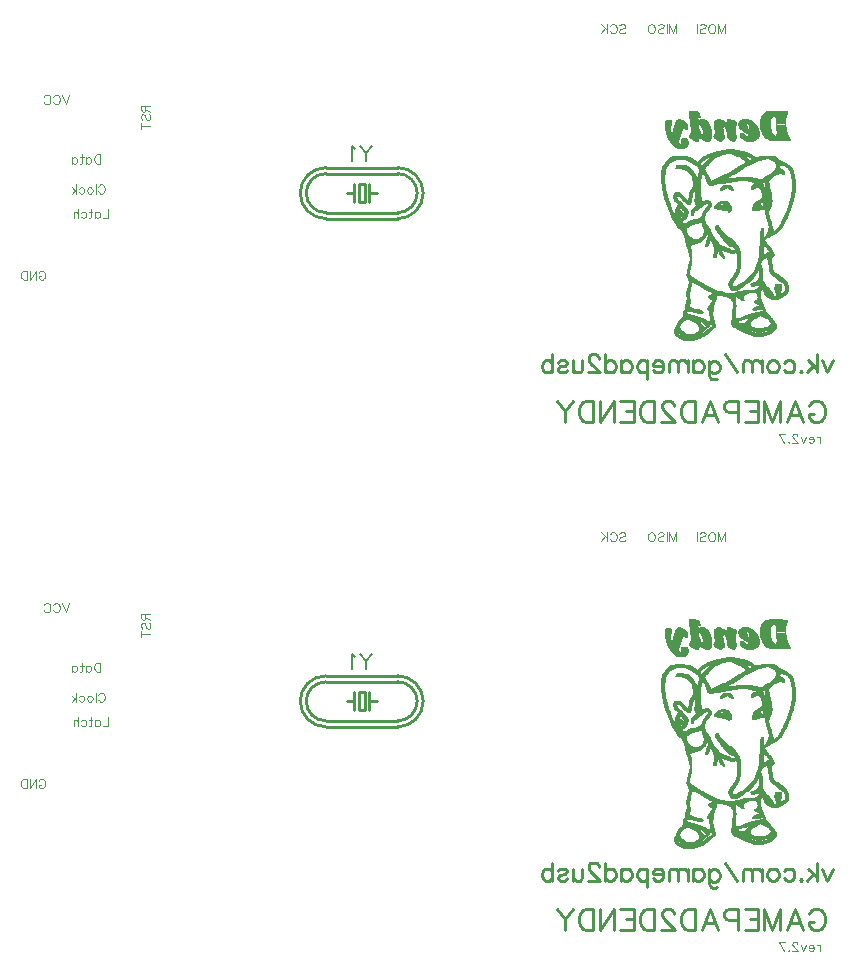
<source format=gbo>
G04 DipTrace 3.3.1.3*
G04 bottom_silk_dendy_gamepad_Remastered_rev2.7.gbo*
%MOMM*%
G04 #@! TF.FileFunction,Legend,Bot*
G04 #@! TF.Part,Single*
%ADD10C,0.25*%
%ADD12C,0.0762*%
%ADD19C,0.11767*%
%ADD22C,0.2353*%
%ADD23C,0.2745*%
%ADD55C,0.19608*%
%FSLAX35Y35*%
G04*
G71*
G90*
G75*
G01*
G04 BotSilk*
%LPD*%
X7636361Y3038688D2*
D10*
X7026926D1*
X7636361Y3470285D2*
X7026926D1*
X7636361Y3089444D2*
X7026926D1*
Y3419529D2*
X7636361D1*
X7357045Y3330663D2*
X7306242D1*
Y3178310D1*
X7357045D1*
Y3330663D1*
X7268139D2*
Y3254487D1*
Y3178310D1*
X7395148Y3330663D2*
Y3254487D1*
Y3178310D1*
X7268139Y3254487D2*
X7204634D1*
X7395148D2*
X7458652D1*
X7636361Y3470285D2*
G02X7636361Y3038688I13J-215798D01*
G01*
X7026926D2*
G02X7026926Y3470285I-13J215798D01*
G01*
X7636361Y3419529D2*
G02X7636361Y3089444I173J-165043D01*
G01*
X7026926D2*
G02X7026926Y3419529I-173J165043D01*
G01*
X11212293Y1190513D2*
D19*
Y1139470D1*
Y1168613D2*
X11208587Y1179563D1*
X11201343Y1186890D1*
X11194017Y1190513D1*
X11183067D1*
X11159537Y1168613D2*
X11115820D1*
Y1175940D1*
X11119443Y1183270D1*
X11123067Y1186890D1*
X11130393Y1190513D1*
X11141343D1*
X11148587Y1186890D1*
X11155913Y1179563D1*
X11159537Y1168613D1*
Y1161370D1*
X11155913Y1150420D1*
X11148587Y1143177D1*
X11141343Y1139470D1*
X11130393D1*
X11123067Y1143177D1*
X11115820Y1150420D1*
X11092293Y1190513D2*
X11070393Y1139470D1*
X11048577Y1190513D1*
X11021340Y1197757D2*
Y1201380D1*
X11017717Y1208707D1*
X11014097Y1212327D1*
X11006767Y1215950D1*
X10992197D1*
X10984953Y1212327D1*
X10981330Y1208707D1*
X10977627Y1201380D1*
Y1194137D1*
X10981330Y1186807D1*
X10988573Y1175940D1*
X11025047Y1139470D1*
X10974003D1*
X10946850Y1146797D2*
X10950473Y1143090D1*
X10946850Y1139470D1*
X10943147Y1143090D1*
X10946850Y1146797D1*
X10905043Y1139470D2*
X10868573Y1215950D1*
X10919617D1*
X11122590Y1455830D2*
D23*
X11131043Y1472730D1*
X11148140Y1489830D1*
X11165043Y1498280D1*
X11199047D1*
X11216143Y1489830D1*
X11233047Y1472730D1*
X11241693Y1455830D1*
X11250147Y1430280D1*
Y1387630D1*
X11241693Y1362277D1*
X11233047Y1345177D1*
X11216143Y1328277D1*
X11199047Y1319627D1*
X11165043D1*
X11148140Y1328277D1*
X11131043Y1345177D1*
X11122590Y1362277D1*
Y1387630D1*
X11165043D1*
X10931487Y1319627D2*
X10999687Y1498280D1*
X11067690Y1319627D1*
X11042140Y1379180D2*
X10957037D1*
X10740580Y1319627D2*
Y1498280D1*
X10808583Y1319627D1*
X10876587Y1498280D1*
Y1319627D1*
X10575227Y1498280D2*
X10685680D1*
Y1319627D1*
X10575227D1*
X10685680Y1413180D2*
X10617677D1*
X10520323Y1404730D2*
X10443673D1*
X10418320Y1413180D1*
X10409673Y1421827D1*
X10401220Y1438730D1*
Y1464280D1*
X10409673Y1481183D1*
X10418320Y1489830D1*
X10443673Y1498280D1*
X10520323D1*
Y1319627D1*
X10210117D2*
X10278317Y1498280D1*
X10346320Y1319627D1*
X10320770Y1379180D2*
X10235667D1*
X10155217Y1498280D2*
Y1319627D1*
X10095663D1*
X10070113Y1328277D1*
X10053017Y1345177D1*
X10044563Y1362277D1*
X10036113Y1387630D1*
Y1430280D1*
X10044563Y1455830D1*
X10053017Y1472730D1*
X10070113Y1489830D1*
X10095663Y1498280D1*
X10155217D1*
X9972563Y1455633D2*
Y1464083D1*
X9964113Y1481183D1*
X9955660Y1489633D1*
X9938563Y1498087D1*
X9904560D1*
X9887660Y1489633D1*
X9879207Y1481183D1*
X9870560Y1464083D1*
Y1447180D1*
X9879207Y1430083D1*
X9896110Y1404730D1*
X9981210Y1319627D1*
X9862110D1*
X9807207Y1498280D2*
Y1319627D1*
X9747657D1*
X9722107Y1328277D1*
X9705007Y1345177D1*
X9696557Y1362277D1*
X9688107Y1387630D1*
Y1430280D1*
X9696557Y1455830D1*
X9705007Y1472730D1*
X9722107Y1489830D1*
X9747657Y1498280D1*
X9807207D1*
X9522747D2*
X9633203D1*
Y1319627D1*
X9522747D1*
X9633203Y1413180D2*
X9565200D1*
X9348743Y1498280D2*
Y1319627D1*
X9467847Y1498280D1*
Y1319627D1*
X9293843Y1498280D2*
Y1319627D1*
X9234290D1*
X9208740Y1328277D1*
X9191643Y1345177D1*
X9183190Y1362277D1*
X9174740Y1387630D1*
Y1430280D1*
X9183190Y1455830D1*
X9191643Y1472730D1*
X9208740Y1489830D1*
X9234290Y1498280D1*
X9293843D1*
X9119837D2*
X9051837Y1413180D1*
Y1319627D1*
X8983833Y1498280D2*
X9051837Y1413180D1*
X11319110Y1837720D2*
D22*
X11275310Y1735630D1*
X11231677Y1837720D1*
X11184617Y1888763D2*
Y1735630D1*
X11111673Y1837720D2*
X11184617Y1764777D1*
X11155473Y1793920D2*
X11104430Y1735630D1*
X11050127Y1750287D2*
X11057373Y1742877D1*
X11050127Y1735630D1*
X11042717Y1742877D1*
X11050127Y1750287D1*
X10908057Y1815820D2*
X10922713Y1830477D1*
X10937370Y1837720D1*
X10959100D1*
X10973757Y1830477D1*
X10988243Y1815820D1*
X10995657Y1793920D1*
Y1779430D1*
X10988243Y1757530D1*
X10973757Y1743043D1*
X10959100Y1735630D1*
X10937370D1*
X10922713Y1743043D1*
X10908057Y1757530D1*
X10824610Y1837720D2*
X10839097Y1830477D1*
X10853753Y1815820D1*
X10860997Y1793920D1*
Y1779430D1*
X10853753Y1757530D1*
X10839097Y1743043D1*
X10824610Y1735630D1*
X10802710D1*
X10788053Y1743043D1*
X10773567Y1757530D1*
X10766153Y1779430D1*
Y1793920D1*
X10773567Y1815820D1*
X10788053Y1830477D1*
X10802710Y1837720D1*
X10824610D1*
X10719093D2*
Y1735630D1*
Y1808577D2*
X10697193Y1830477D1*
X10682540Y1837720D1*
X10660807D1*
X10646150Y1830477D1*
X10638907Y1808577D1*
Y1735630D1*
Y1808577D2*
X10617007Y1830477D1*
X10602350Y1837720D1*
X10580620D1*
X10565963Y1830477D1*
X10558550Y1808577D1*
Y1735630D1*
X10511493D2*
X10409403Y1888593D1*
X10274913Y1830477D2*
Y1713730D1*
X10282157Y1692000D1*
X10289403Y1684587D1*
X10304057Y1677343D1*
X10325957D1*
X10340447Y1684587D1*
X10274913Y1808577D2*
X10289403Y1823063D1*
X10304057Y1830477D1*
X10325957D1*
X10340447Y1823063D1*
X10355103Y1808577D1*
X10362347Y1786677D1*
Y1772020D1*
X10355103Y1750287D1*
X10340447Y1735630D1*
X10325957Y1728390D1*
X10304057D1*
X10289403Y1735630D1*
X10274913Y1750287D1*
X10140423Y1837720D2*
Y1735630D1*
Y1815820D2*
X10154913Y1830477D1*
X10169567Y1837720D1*
X10191300D1*
X10205957Y1830477D1*
X10220443Y1815820D1*
X10227857Y1793920D1*
Y1779430D1*
X10220443Y1757530D1*
X10205957Y1743043D1*
X10191300Y1735630D1*
X10169567D1*
X10154913Y1743043D1*
X10140423Y1757530D1*
X10093363Y1837720D2*
Y1735630D1*
Y1808577D2*
X10071467Y1830477D1*
X10056810Y1837720D1*
X10035077D1*
X10020423Y1830477D1*
X10013177Y1808577D1*
Y1735630D1*
Y1808577D2*
X9991277Y1830477D1*
X9976623Y1837720D1*
X9954890D1*
X9940233Y1830477D1*
X9932823Y1808577D1*
Y1735630D1*
X9885763Y1793920D2*
X9798330D1*
Y1808577D1*
X9805573Y1823230D1*
X9812820Y1830477D1*
X9827473Y1837720D1*
X9849377D1*
X9863863Y1830477D1*
X9878520Y1815820D1*
X9885763Y1793920D1*
Y1779430D1*
X9878520Y1757530D1*
X9863863Y1743043D1*
X9849377Y1735630D1*
X9827473D1*
X9812820Y1743043D1*
X9798330Y1757530D1*
X9751273Y1837720D2*
Y1684587D1*
Y1815820D2*
X9736617Y1830307D1*
X9722127Y1837720D1*
X9700227D1*
X9685573Y1830307D1*
X9671087Y1815820D1*
X9663673Y1793920D1*
Y1779263D1*
X9671087Y1757530D1*
X9685573Y1742877D1*
X9700227Y1735630D1*
X9722127D1*
X9736617Y1742877D1*
X9751273Y1757530D1*
X9529183Y1837720D2*
Y1735630D1*
Y1815820D2*
X9543670Y1830477D1*
X9558327Y1837720D1*
X9580057D1*
X9594713Y1830477D1*
X9609200Y1815820D1*
X9616613Y1793920D1*
Y1779430D1*
X9609200Y1757530D1*
X9594713Y1743043D1*
X9580057Y1735630D1*
X9558327D1*
X9543670Y1743043D1*
X9529183Y1757530D1*
X9394693Y1888763D2*
Y1735630D1*
Y1815820D2*
X9409180Y1830477D1*
X9423833Y1837720D1*
X9445733D1*
X9460223Y1830477D1*
X9474880Y1815820D1*
X9482123Y1793920D1*
Y1779430D1*
X9474880Y1757530D1*
X9460223Y1743043D1*
X9445733Y1735630D1*
X9423833D1*
X9409180Y1743043D1*
X9394693Y1757530D1*
X9340220Y1852207D2*
Y1859450D1*
X9332977Y1874107D1*
X9325733Y1881350D1*
X9311077Y1888593D1*
X9281933D1*
X9267447Y1881350D1*
X9260200Y1874107D1*
X9252790Y1859450D1*
Y1844963D1*
X9260200Y1830307D1*
X9274690Y1808577D1*
X9347633Y1735630D1*
X9245547D1*
X9198487Y1837720D2*
Y1764777D1*
X9191243Y1743043D1*
X9176587Y1735630D1*
X9154687D1*
X9140200Y1743043D1*
X9118300Y1764777D1*
Y1837720D2*
Y1735630D1*
X8991053Y1815820D2*
X8998297Y1830477D1*
X9020197Y1837720D1*
X9042097D1*
X9063997Y1830477D1*
X9071240Y1815820D1*
X9063997Y1801330D1*
X9049340Y1793920D1*
X9012953Y1786677D1*
X8998297Y1779430D1*
X8991053Y1764777D1*
Y1757530D1*
X8998297Y1743043D1*
X9020197Y1735630D1*
X9042097D1*
X9063997Y1743043D1*
X9071240Y1757530D1*
X8943993Y1888763D2*
Y1735630D1*
Y1815820D2*
X8929337Y1830477D1*
X8914850Y1837720D1*
X8892950D1*
X8878463Y1830477D1*
X8863807Y1815820D1*
X8856563Y1793920D1*
Y1779430D1*
X8863807Y1757530D1*
X8878463Y1743043D1*
X8892950Y1735630D1*
X8914850D1*
X8929337Y1743043D1*
X8943993Y1757530D1*
X10855217Y3953873D2*
D12*
X10786637D1*
X10146557D2*
X10100837D1*
X10931417Y3946253D2*
X10764947D1*
X10163497D2*
X10100837D1*
X10931387Y3938633D2*
X10748573D1*
X10176487D2*
X10100837D1*
X10931090Y3931013D2*
X10736553D1*
X10186150D2*
X10100837D1*
X10929850Y3923393D2*
X10727267D1*
X10189343D2*
X10100867D1*
X10927053Y3915773D2*
X10720090D1*
X10191047D2*
X10101133D1*
X10923277Y3908153D2*
X10714993D1*
X10191830D2*
X10102107D1*
X10919993Y3900533D2*
X10833533D1*
X10802197D2*
X10711343D1*
X10169417D2*
X10103930D1*
X10917957Y3892913D2*
X10835423D1*
X10795850D2*
X10708237D1*
X10172990D2*
X10105883D1*
X10916927Y3885293D2*
X10837397D1*
X10791327D2*
X10705733D1*
X10596137D2*
X10550417D1*
X10443737D2*
X10428497D1*
X10359917D2*
X10337057D1*
X10222757D2*
X10192277D1*
X10177037D2*
X10107213D1*
X10024637D2*
X10009397D1*
X10916470Y3877673D2*
X10838730D1*
X10788753D2*
X10704187D1*
X10613397D2*
X10540487D1*
X10462143D2*
X10424950D1*
X10373757D2*
X10327417D1*
X10235323D2*
X10107920D1*
X10036950D2*
X10001153D1*
X9940817D2*
X9910337D1*
X10916287Y3870053D2*
X10839440D1*
X10787510D2*
X10703397D1*
X10627663D2*
X10532863D1*
X10478000D2*
X10422597D1*
X10386323D2*
X10319660D1*
X10245480D2*
X10108243D1*
X10048650D2*
X9994620D1*
X9946910D2*
X9906530D1*
X10916213Y3862433D2*
X10839763D1*
X10786973D2*
X10703047D1*
X10638940D2*
X10527380D1*
X10489983D2*
X10420877D1*
X10398017D2*
X10316833D1*
X10253410D2*
X10108407D1*
X10059320D2*
X9989463D1*
X9951970D2*
X9903363D1*
X10916190Y3854813D2*
X10839897D1*
X10786760D2*
X10702903D1*
X10648290D2*
X10523697D1*
X10498930D2*
X10315313D1*
X10259933D2*
X10108727D1*
X10068497D2*
X9985320D1*
X9953540D2*
X9900430D1*
X10916210Y3847193D2*
X10839947D1*
X10786680D2*
X10702847D1*
X10656613D2*
X10521663D1*
X10502210D2*
X10314633D1*
X10265287D2*
X10109717D1*
X10076023D2*
X9982230D1*
X9952277D2*
X9897983D1*
X10875283Y3810150D2*
X10839967Y3839573D1*
X10786653D2*
X10702827D1*
X10664253D2*
X10602260D1*
X10588547D2*
X10520937D1*
X10502040D2*
X10314357D1*
X10269840D2*
X10111547D1*
X10081890D2*
X9980160D1*
X9950430D2*
X9896487D1*
X10917447Y3831953D2*
X10839973D1*
X10786670D2*
X10702850D1*
X10670980D2*
X10606717D1*
X10588837D2*
X10521507D1*
X10498317D2*
X10314253D1*
X10273957D2*
X10198430D1*
X10177327D2*
X10113503D1*
X10086183D2*
X9978293D1*
X9948303D2*
X9895973D1*
X10919270Y3824333D2*
X10839977D1*
X10786937D2*
X10703117D1*
X10676517D2*
X10609277D1*
X10590013D2*
X10523427D1*
X10494503D2*
X10314217D1*
X10277653D2*
X10203153D1*
X10178303D2*
X10114833D1*
X10089313D2*
X9976043D1*
X9945840D2*
X9896593D1*
X10921223Y3816713D2*
X10839977D1*
X10787907D2*
X10704087D1*
X10680927D2*
X10610573D1*
X10592620D2*
X10526347D1*
X10491903D2*
X10404430D1*
X10390397D2*
X10314233D1*
X10280787D2*
X10206677D1*
X10180160D2*
X10115540D1*
X10088680D2*
X9973663D1*
X9943590D2*
X9898273D1*
X10922553Y3809093D2*
X10840007D1*
X10789730D2*
X10705910D1*
X10684157D2*
X10611377D1*
X10596137D2*
X10530043D1*
X10490513D2*
X10409863D1*
X10382777D2*
X10314497D1*
X10283487D2*
X10209770D1*
X10182383D2*
X10115863D1*
X10087227D2*
X9971303D1*
X9942137D2*
X9900173D1*
X10923290Y3801473D2*
X10840273D1*
X10791713D2*
X10707893D1*
X10686293D2*
X10534937D1*
X10489880D2*
X10414240D1*
X10386293D2*
X10315467D1*
X10286180D2*
X10212527D1*
X10184710D2*
X10115997D1*
X10085597D2*
X10070357D1*
X10046290D2*
X9968750D1*
X9941380D2*
X9901483D1*
X10923880Y3793853D2*
X10841247D1*
X10793310D2*
X10709490D1*
X10688183D2*
X10541563D1*
X10489643D2*
X10417433D1*
X10388483D2*
X10317290D1*
X10288517D2*
X10215040D1*
X10187510D2*
X10116047D1*
X10044133D2*
X9966447D1*
X9941040D2*
X9902213D1*
X10924987Y3786233D2*
X10843070D1*
X10795020D2*
X10711200D1*
X10690413D2*
X10550000D1*
X10489810D2*
X10419297D1*
X10389590D2*
X10319243D1*
X10290003D2*
X10217650D1*
X10190763D2*
X10116067D1*
X10041190D2*
X9964860D1*
X9940893D2*
X9902803D1*
X10926863Y3778613D2*
X10844993D1*
X10797493D2*
X10713613D1*
X10692530D2*
X10560613D1*
X10490743D2*
X10420217D1*
X10390110D2*
X10320513D1*
X10290767D2*
X10219977D1*
X10194123D2*
X10116013D1*
X10038000D2*
X9963677D1*
X9940817D2*
X9903907D1*
X10928893Y3770993D2*
X10846033D1*
X10801140D2*
X10716703D1*
X10693920D2*
X10574690D1*
X10492557D2*
X10420650D1*
X10390577D2*
X10320683D1*
X10291110D2*
X10221570D1*
X10197190D2*
X10115480D1*
X10035070D2*
X9905810D1*
X10930793Y3763373D2*
X10846200D1*
X10806770D2*
X10720207D1*
X10694620D2*
X10592233D1*
X10550417D2*
X10535177D1*
X10494507D2*
X10421080D1*
X10391623D2*
X10319833D1*
X10291253D2*
X10222757D1*
X10199897D2*
X10114230D1*
X10032447D2*
X9908050D1*
X10933713Y3755753D2*
X10843453D1*
X10815013D2*
X10724153D1*
X10694683D2*
X10611377D1*
X10565657D2*
X10532863D1*
X10495833D2*
X10422110D1*
X10393477D2*
X10315770D1*
X10291307D2*
X10110090D1*
X10029750D2*
X9910360D1*
X10938660Y3748133D2*
X10839977D1*
X10824737D2*
X10728907D1*
X10693817D2*
X10603757D1*
X10580897D2*
X10530947D1*
X10496540D2*
X10423960D1*
X10395440D2*
X10312040D1*
X10291327D2*
X10106353D1*
X10027153D2*
X9912923D1*
X10944527Y3740513D2*
X10734827D1*
X10691747D2*
X10532407D1*
X10496863D2*
X10425950D1*
X10396770D2*
X10309513D1*
X10291303D2*
X10103897D1*
X10024703D2*
X9915467D1*
X10949190Y3732893D2*
X10741877D1*
X10688543D2*
X10535157D1*
X10496997D2*
X10427580D1*
X10397450D2*
X10311150D1*
X10291037D2*
X10105580D1*
X10022110D2*
X9917930D1*
X10951950Y3725273D2*
X10750377D1*
X10684067D2*
X10542070D1*
X10496990D2*
X10429643D1*
X10397447D2*
X10314057D1*
X10290007D2*
X10111097D1*
X10019783D2*
X9920813D1*
X10953310Y3717653D2*
X10760910D1*
X10677737D2*
X10551363D1*
X10496427D2*
X10432690D1*
X10396810D2*
X10321620D1*
X10287603D2*
X10207830D1*
X10184343D2*
X10118960D1*
X10077977D2*
X10039877D1*
X10018023D2*
X9924347D1*
X10953927Y3710033D2*
X10773340D1*
X10668683D2*
X10563630D1*
X10495050D2*
X10442330D1*
X10393023D2*
X10332950D1*
X10283273D2*
X10216633D1*
X10183160D2*
X10130233D1*
X10084100D2*
X10037273D1*
X10016083D2*
X9928643D1*
X10954277Y3702413D2*
X10786637D1*
X10656270D2*
X10579050D1*
X10489113D2*
X10456747D1*
X10384670D2*
X10348870D1*
X10276620D2*
X10226860D1*
X10180553D2*
X10145083D1*
X10088557D2*
X10035003D1*
X10013123D2*
X9933480D1*
X10641857Y3694793D2*
X10596137D1*
X10481837D2*
X10474217D1*
X10375157D2*
X10367537D1*
X10268477D2*
X10237997D1*
X10177037D2*
X10161797D1*
X10091107D2*
X10033553D1*
X10009397D2*
X9938373D1*
X10092317Y3687173D2*
X10032767D1*
X10013443D2*
X9943643D1*
X10092583Y3679553D2*
X10032257D1*
X10017017D2*
X9949773D1*
X10091793Y3671933D2*
X9956627D1*
X10089723Y3664313D2*
X9963930D1*
X10086240Y3656693D2*
X9971700D1*
X10080670Y3649073D2*
X9980443D1*
X10072450Y3641453D2*
X9990650D1*
X10062737Y3633833D2*
X10001777D1*
X10458977Y3626213D2*
X10443737D1*
X10509923Y3618593D2*
X10394060D1*
X10550953Y3610973D2*
X10349893D1*
X10581620Y3603353D2*
X10314150D1*
X10603950Y3595733D2*
X10457480D1*
X10424190D2*
X10286793D1*
X10620753Y3588113D2*
X10477147D1*
X10393723D2*
X10265720D1*
X10634373Y3580493D2*
X10494670D1*
X10369150D2*
X10249007D1*
X10817117Y3572873D2*
X10718057D1*
X10646167D2*
X10588517D1*
X10573277D2*
X10510147D1*
X10350133D2*
X10235707D1*
X10047497D2*
X9994157D1*
X10828223Y3565253D2*
X10695197D1*
X10657097D2*
X10603757D1*
X10580897D2*
X10523800D1*
X10335643D2*
X10224817D1*
X10074950D2*
X9970513D1*
X10837763Y3557633D2*
X10618997D1*
X10588517D2*
X10536030D1*
X10324220D2*
X10276097D1*
X10261177D2*
X10214823D1*
X10098837D2*
X9951083D1*
X10845670Y3550013D2*
X10634237D1*
X10596137D2*
X10546927D1*
X10314010D2*
X10268477D1*
X10247210D2*
X10204787D1*
X10118203D2*
X9936397D1*
X10853357Y3542393D2*
X10791230D1*
X10728990D2*
X10626617D1*
X10603757D2*
X10556443D1*
X10303923D2*
X10260857D1*
X10235067D2*
X10194960D1*
X10134033D2*
X9925683D1*
X10864610Y3534773D2*
X10807497D1*
X10698493D2*
X10564993D1*
X10294353D2*
X10253237D1*
X10224873D2*
X10185807D1*
X10148117D2*
X10086483D1*
X9974290D2*
X9917417D1*
X10882047Y3527153D2*
X10819220D1*
X10673623D2*
X10573033D1*
X10286280D2*
X10245617D1*
X10216010D2*
X10177037D1*
X10161797D2*
X10102607D1*
X9957760D2*
X9909947D1*
X10902403Y3519533D2*
X10827193D1*
X10653337D2*
X10580897D1*
X10279743D2*
X10237997D1*
X10207853D2*
X10117697D1*
X9945063D2*
X9902790D1*
X10920263Y3511913D2*
X10832660D1*
X10635813D2*
X10569463D1*
X10273743D2*
X10230377D1*
X10200013D2*
X10131047D1*
X9935237D2*
X9896297D1*
X10933943Y3504293D2*
X10836283D1*
X10619877D2*
X10557420D1*
X10267313D2*
X10222757D1*
X10192277D2*
X10142573D1*
X9927547D2*
X9890827D1*
X10944543Y3496673D2*
X10838280D1*
X10605263D2*
X10545380D1*
X10260380D2*
X10215137D1*
X10199897D2*
X10152383D1*
X10039877D2*
X10001777D1*
X9921593D2*
X9886187D1*
X10953430Y3489053D2*
X10907060D1*
X10871953D2*
X10838990D1*
X10591980D2*
X10533587D1*
X10253330D2*
X10161057D1*
X10067690D2*
X9995653D1*
X9916770D2*
X9882030D1*
X10961270Y3481433D2*
X10919107D1*
X10867470D2*
X10838410D1*
X10579647D2*
X10521967D1*
X10246813D2*
X10169103D1*
X10088520D2*
X9991170D1*
X9912543D2*
X9878343D1*
X10967843Y3473813D2*
X10929010D1*
X10864743D2*
X10836457D1*
X10567813D2*
X10510433D1*
X10241133D2*
X10176603D1*
X10103123D2*
X9988443D1*
X9908803D2*
X9875440D1*
X10972710Y3466193D2*
X10936897D1*
X10862837D2*
X10833300D1*
X10556200D2*
X10498700D1*
X10235800D2*
X10182993D1*
X10113913D2*
X10027443D1*
X10009397D2*
X9986537D1*
X9905653D2*
X9873440D1*
X10976277Y3458573D2*
X10943197D1*
X10882407D2*
X10828900D1*
X10544463D2*
X10486293D1*
X10230377D2*
X10188180D1*
X10122597D2*
X10054780D1*
X9902950D2*
X9871600D1*
X10979383Y3450953D2*
X10948780D1*
X10896643D2*
X10823153D1*
X10532283D2*
X10473027D1*
X10235103D2*
X10189757D1*
X10129730D2*
X10074580D1*
X9900253D2*
X9869390D1*
X10982143Y3443333D2*
X10953880D1*
X10907063D2*
X10816457D1*
X10519720D2*
X10459620D1*
X10239447D2*
X10188233D1*
X10135447D2*
X10088453D1*
X9897917D2*
X9867280D1*
X10984660Y3435713D2*
X10957760D1*
X10911230D2*
X10809210D1*
X10507193D2*
X10446583D1*
X10243530D2*
X10185680D1*
X10140177D2*
X10098657D1*
X9896433D2*
X9865893D1*
X10987270Y3428093D2*
X10960287D1*
X10910483D2*
X10878077D1*
X10863127D2*
X10801453D1*
X10494557D2*
X10433453D1*
X10247477D2*
X10182697D1*
X10144397D2*
X10106453D1*
X9895667D2*
X9865163D1*
X10989577Y3420473D2*
X10962370D1*
X10908557D2*
X10893317D1*
X10848893D2*
X10792627D1*
X10481770D2*
X10419600D1*
X10251577D2*
X10180107D1*
X10148387D2*
X10112433D1*
X9895323D2*
X9864833D1*
X10991050Y3412853D2*
X10964683D1*
X10835777D2*
X10781937D1*
X10469123D2*
X10405090D1*
X10256130D2*
X10231553D1*
X10207487D2*
X10178473D1*
X10152463D2*
X10117263D1*
X9895180D2*
X9864697D1*
X10991840Y3405233D2*
X10966830D1*
X10823760D2*
X10769277D1*
X10456200D2*
X10390150D1*
X10261043D2*
X10233473D1*
X10207220D2*
X10177600D1*
X10156933D2*
X10121490D1*
X9895127D2*
X9864647D1*
X10992450Y3397613D2*
X10968263D1*
X10812913D2*
X10755283D1*
X10442550D2*
X10374747D1*
X10265713D2*
X10235713D1*
X10206247D2*
X10177037D1*
X10161797D2*
X10125200D1*
X9895107D2*
X9864627D1*
X10993563Y3389993D2*
X10969263D1*
X10803190D2*
X10740600D1*
X10611377D2*
X10504697D1*
X10428497D2*
X10358293D1*
X10270020D2*
X10238020D1*
X10204393D2*
X10128080D1*
X9895100D2*
X9864620D1*
X10995440Y3382373D2*
X10970567D1*
X10793977D2*
X10725677D1*
X10679957D2*
X10340007D1*
X10274263D2*
X10240583D1*
X10202170D2*
X10129843D1*
X9895097D2*
X9864617D1*
X10997413Y3374753D2*
X10972530D1*
X10785397D2*
X10319900D1*
X10278807D2*
X10243127D1*
X10199870D2*
X10130983D1*
X9895097D2*
X9864617D1*
X10998750Y3367133D2*
X10974533D1*
X10777800D2*
X10298957D1*
X10283717D2*
X10245590D1*
X10197340D2*
X10132340D1*
X9895097D2*
X9864647D1*
X10999460Y3359513D2*
X10975883D1*
X10774137D2*
X10619613D1*
X10486100D2*
X10248443D1*
X10195063D2*
X10134320D1*
X9895097D2*
X9864913D1*
X10999783Y3351893D2*
X10976597D1*
X10773850D2*
X10651963D1*
X10434247D2*
X10251740D1*
X10193600D2*
X10136333D1*
X9895097D2*
X9865887D1*
X10999917Y3344273D2*
X10976923D1*
X10774987D2*
X10748537D1*
X10716850D2*
X10679957D1*
X10389197D2*
X10255323D1*
X10192843D2*
X10137680D1*
X9895097D2*
X9867710D1*
X10999967Y3336653D2*
X10977057D1*
X10776633D2*
X10748537D1*
X10722290D2*
X10662727D1*
X10351540D2*
X10259237D1*
X10192500D2*
X10138367D1*
X9895127D2*
X9869663D1*
X10999987Y3329033D2*
X10977107D1*
X10777870D2*
X10748537D1*
X10726740D2*
X10648760D1*
X10320077D2*
X10263643D1*
X10192360D2*
X10138393D1*
X9895393D2*
X9870993D1*
X10999993Y3321413D2*
X10977127D1*
X10778800D2*
X10748537D1*
X10730303D2*
X10638750D1*
X10443737D2*
X10390397D1*
X10291337D2*
X10268477D1*
X10192307D2*
X10137260D1*
X9896367D2*
X9871700D1*
X10999997Y3313793D2*
X10977133D1*
X10780080D2*
X10748537D1*
X10733297D2*
X10631373D1*
X10454553D2*
X10379610D1*
X10192287D2*
X10134247D1*
X9898190D2*
X9872053D1*
X10999997Y3306173D2*
X10977107D1*
X10782033D2*
X10685790D1*
X10672337D2*
X10628897D1*
X10463090D2*
X10370193D1*
X10192280D2*
X10129487D1*
X9900143D2*
X9872453D1*
X10999997Y3298553D2*
X10976840D1*
X10784067D2*
X10696860D1*
X10657097D2*
X10627510D1*
X10469693D2*
X10434717D1*
X10405637D2*
X10365453D1*
X10192277D2*
X10124117D1*
X9901473D2*
X9873477D1*
X10999997Y3290933D2*
X10975867D1*
X10785680D2*
X10704907D1*
X10641857D2*
X10626617D1*
X10472243D2*
X10447283D1*
X10390397D2*
X10365247D1*
X10192277D2*
X10119130D1*
X9902210D2*
X9875320D1*
X10999967Y3283313D2*
X10974043D1*
X10787367D2*
X10710540D1*
X10474217D2*
X10458977D1*
X10375157D2*
X10367537D1*
X10192277D2*
X10114680D1*
X9902800D2*
X9877280D1*
X10999700Y3275693D2*
X10972090D1*
X10789517D2*
X10714273D1*
X10192307D2*
X10110590D1*
X9903907D2*
X9878643D1*
X10998727Y3268073D2*
X10970760D1*
X10791603D2*
X10716353D1*
X10192573D2*
X10154177D1*
X10140143D2*
X10106930D1*
X9905810D2*
X9879617D1*
X10996903Y3260453D2*
X10970023D1*
X10792983D2*
X10717353D1*
X10193547D2*
X10154177D1*
X10134710D2*
X10104063D1*
X10017017D2*
X9986537D1*
X9908050D2*
X9880910D1*
X10994950Y3252833D2*
X10969433D1*
X10793710D2*
X10717783D1*
X10195370D2*
X10154177D1*
X10130333D2*
X10102337D1*
X10028153D2*
X9978323D1*
X9910360D2*
X9882870D1*
X10993590Y3245213D2*
X10968327D1*
X10794070D2*
X10717957D1*
X10197323D2*
X10154177D1*
X10127140D2*
X10101467D1*
X10037963D2*
X9972087D1*
X9912893D2*
X9884907D1*
X10992617Y3237593D2*
X10966450D1*
X10794473D2*
X10718020D1*
X10198683D2*
X10154147D1*
X10125277D2*
X10101053D1*
X10046690D2*
X9967293D1*
X9915200D2*
X9886520D1*
X10991323Y3229973D2*
X10964450D1*
X10795497D2*
X10717987D1*
X10199657D2*
X10153880D1*
X10124357D2*
X10100607D1*
X10054803D2*
X9966603D1*
X9916930D2*
X9888207D1*
X10989363Y3222353D2*
X10962847D1*
X10797340D2*
X10717367D1*
X10200957D2*
X10152907D1*
X10123953D2*
X10099370D1*
X10062620D2*
X10024637D1*
X9992980D2*
X9967517D1*
X9918660D2*
X9890387D1*
X10987327Y3214733D2*
X10961167D1*
X10799300D2*
X10715853D1*
X10202980D2*
X10151083D1*
X10123763D2*
X10096743D1*
X10070317D2*
X10032227D1*
X9998710D2*
X9969333D1*
X9920857D2*
X9892743D1*
X10985713Y3207113D2*
X10959017D1*
X10800630D2*
X10707760D1*
X10205300D2*
X10149130D1*
X10123433D2*
X10093217D1*
X10077977D2*
X10039580D1*
X10004357D2*
X9971723D1*
X9923220D2*
X9895093D1*
X10984027Y3199493D2*
X10956900D1*
X10801340D2*
X10695897D1*
X10260857D2*
X10237997D1*
X10207517D2*
X10147830D1*
X10122440D2*
X10046227D1*
X10010643D2*
X9975220D1*
X9925603D2*
X9897673D1*
X10981847Y3191873D2*
X10955250D1*
X10801633D2*
X10682427D1*
X10405637D2*
X10375157D1*
X10270787D2*
X10147390D1*
X10120577D2*
X10052053D1*
X10017553D2*
X9979860D1*
X9928420D2*
X9900223D1*
X10979490Y3184253D2*
X10953553D1*
X10801500D2*
X10670280D1*
X10419090D2*
X10363730D1*
X10278410D2*
X10148040D1*
X10118330D2*
X10058010D1*
X10024850D2*
X9985513D1*
X9931677D2*
X9902690D1*
X10977140Y3176633D2*
X10951370D1*
X10800580D2*
X10660803D1*
X10430190D2*
X10352943D1*
X10283893D2*
X10149760D1*
X10115817D2*
X10065470D1*
X10032337D2*
X9992560D1*
X9934997D2*
X9905543D1*
X10974560Y3169013D2*
X10949013D1*
X10798773D2*
X10725677D1*
X10701417D2*
X10653870D1*
X10438503D2*
X10342420D1*
X10287547D2*
X10151953D1*
X10112467D2*
X10074950D1*
X10039907D2*
X10000803D1*
X9937977D2*
X9908810D1*
X10972010Y3161393D2*
X10946660D1*
X10796797D2*
X10733297D1*
X10706363D2*
X10648590D1*
X10445110D2*
X10390397D1*
X10367537D2*
X10332653D1*
X10289940D2*
X10260857D1*
X10231873D2*
X10154447D1*
X10108457D2*
X10085597D1*
X10047507D2*
X10009397D1*
X9940620D2*
X9912133D1*
X10969573Y3153773D2*
X10944080D1*
X10795173D2*
X10725677D1*
X10710437D2*
X10644177D1*
X10450667D2*
X10324770D1*
X10289197D2*
X10268477D1*
X10219767D2*
X10157790D1*
X10055120D2*
X10002983D1*
X9943320D2*
X9915117D1*
X10966960Y3146153D2*
X10941530D1*
X10793227D2*
X10640393D1*
X10454700D2*
X10318567D1*
X10287200D2*
X10257370D1*
X10209330D2*
X10161797D1*
X10062707D2*
X9997550D1*
X9945920D2*
X9917787D1*
X10964393Y3138533D2*
X10939093D1*
X10790107D2*
X10637487D1*
X10457030D2*
X10316107D1*
X10281707D2*
X10247830D1*
X10199470D2*
X10148083D1*
X10070060D2*
X9993173D1*
X9948373D2*
X9920727D1*
X10961953Y3130913D2*
X10936480D1*
X10786167D2*
X10635743D1*
X10458140D2*
X10314197D1*
X10275270D2*
X10240103D1*
X10189190D2*
X10136307D1*
X10076680D2*
X9989980D1*
X9950990D2*
X9924030D1*
X10959340Y3123293D2*
X10933913D1*
X10782563D2*
X10634870D1*
X10458337D2*
X10360720D1*
X10268440D2*
X10234113D1*
X10178197D2*
X10127403D1*
X10082177D2*
X10039847D1*
X10018513D2*
X9988117D1*
X9953557D2*
X9927367D1*
X10956777Y3115673D2*
X10931443D1*
X10779540D2*
X10748537D1*
X10687577D2*
X10634467D1*
X10457267D2*
X10395083D1*
X10262003D2*
X10229487D1*
X10166670D2*
X10120637D1*
X10086573D2*
X10047177D1*
X10021677D2*
X9987197D1*
X9956003D2*
X9930353D1*
X10954303Y3108053D2*
X10928593D1*
X10776677D2*
X10748537D1*
X10664717D2*
X10634237D1*
X10454273D2*
X10420310D1*
X10256317D2*
X10225947D1*
X10155803D2*
X10118280D1*
X10089770D2*
X10053620D1*
X10026737D2*
X9986793D1*
X9958657D2*
X9933027D1*
X10951453Y3100433D2*
X10925293D1*
X10774293D2*
X10748537D1*
X10449430D2*
X10429263D1*
X10250977D2*
X10223053D1*
X10146433D2*
X10117010D1*
X10091607D2*
X10058633D1*
X10033060D2*
X9986627D1*
X9961280D2*
X9935967D1*
X10948153Y3092813D2*
X10921733D1*
X10773047D2*
X10748567D1*
X10443737D2*
X10436117D1*
X10245933D2*
X10220030D1*
X10142610D2*
X10116443D1*
X10092260D2*
X10062737D1*
X10039877D2*
X9986537D1*
X9963677D2*
X9939270D1*
X10944593Y3085193D2*
X10918017D1*
X10773240D2*
X10748833D1*
X10241850D2*
X10216670D1*
X10140510D2*
X10116210D1*
X10091663D2*
X9942607D1*
X10940907Y3077573D2*
X10914253D1*
X10774747D2*
X10749807D1*
X10238630D2*
X10213083D1*
X10139517D2*
X10116123D1*
X10089700D2*
X9945593D1*
X10937380Y3069953D2*
X10910450D1*
X10776827D2*
X10751660D1*
X10235697D2*
X10209330D1*
X10138937D2*
X10116077D1*
X10086570D2*
X9948267D1*
X10934313Y3062333D2*
X10906650D1*
X10779070D2*
X10753883D1*
X10233257D2*
X10205117D1*
X10082467D2*
X9951207D1*
X10931603Y3054713D2*
X10902837D1*
X10781613D2*
X10756183D1*
X10231733D2*
X10200147D1*
X10077930D2*
X10039877D1*
X10024637D2*
X9954540D1*
X10928653Y3047093D2*
X10899033D1*
X10784150D2*
X10758713D1*
X10230983D2*
X10187000D1*
X10073730D2*
X9958113D1*
X10925317Y3039473D2*
X10895250D1*
X10786583D2*
X10761020D1*
X10230903D2*
X10167497D1*
X10069083D2*
X9961833D1*
X10921740Y3031853D2*
X10891683D1*
X10789167D2*
X10762750D1*
X10231730D2*
X10144650D1*
X10062397D2*
X9965630D1*
X10918020Y3024233D2*
X10888570D1*
X10791490D2*
X10764480D1*
X10233530D2*
X10123003D1*
X10054197D2*
X9969670D1*
X10914223Y3016613D2*
X10885620D1*
X10793227D2*
X10766647D1*
X10235763D2*
X10103707D1*
X10046573D2*
X9974203D1*
X10910183Y3008993D2*
X10881933D1*
X10794960D2*
X10768770D1*
X10238353D2*
X10207807D1*
X10193353D2*
X10085597D1*
X10039877D2*
X9979140D1*
X10905653Y3001373D2*
X10877503D1*
X10797127D2*
X10770420D1*
X10242150D2*
X10208813D1*
X10157987D2*
X9984043D1*
X10900743Y2993753D2*
X10873067D1*
X10799220D2*
X10772120D1*
X10247490D2*
X10210907D1*
X10132930D2*
X9989057D1*
X10896080Y2986133D2*
X10868850D1*
X10800603D2*
X10774273D1*
X10344677D2*
X10329437D1*
X10253733D2*
X10213833D1*
X10114723D2*
X9994223D1*
X10891767Y2978513D2*
X10864573D1*
X10801360D2*
X10776333D1*
X10348490D2*
X10326830D1*
X10259867D2*
X10216987D1*
X10100063D2*
X9999250D1*
X10887487Y2970893D2*
X10859687D1*
X10801987D2*
X10777447D1*
X10352943D2*
X10324563D1*
X10265200D2*
X10219677D1*
X10087977D2*
X10004573D1*
X10882853Y2963273D2*
X10853747D1*
X10803390D2*
X10777200D1*
X10357630D2*
X10323180D1*
X10269790D2*
X10221597D1*
X10078100D2*
X10010723D1*
X10877877Y2955653D2*
X10846977D1*
X10806510D2*
X10775677D1*
X10733297D2*
X10710437D1*
X10362803D2*
X10322997D1*
X10273933D2*
X10223410D1*
X10074353D2*
X10017583D1*
X10872900Y2948033D2*
X10839750D1*
X10811400D2*
X10773590D1*
X10733267D2*
X10710147D1*
X10368897D2*
X10323920D1*
X10277643D2*
X10225580D1*
X10074827D2*
X10024860D1*
X10867313Y2940413D2*
X10832357D1*
X10817117D2*
X10771313D1*
X10733000D2*
X10709170D1*
X10375733D2*
X10329437D1*
X10280783D2*
X10227417D1*
X10076267D2*
X10032310D1*
X10859817Y2932793D2*
X10768503D1*
X10732027D2*
X10707343D1*
X10383003D2*
X10336540D1*
X10283513D2*
X10227833D1*
X10078250D2*
X10039610D1*
X10849093Y2925173D2*
X10764993D1*
X10730203D2*
X10705390D1*
X10390483D2*
X10344003D1*
X10286477D2*
X10226707D1*
X10080940D2*
X10046210D1*
X10834157Y2917553D2*
X10760730D1*
X10728250D2*
X10704060D1*
X10398047D2*
X10350827D1*
X10289817D2*
X10224783D1*
X10084433D2*
X10051700D1*
X10816093Y2909933D2*
X10756110D1*
X10726913D2*
X10703353D1*
X10405647D2*
X10356703D1*
X10293423D2*
X10222323D1*
X10088970D2*
X10056093D1*
X10798677Y2902313D2*
X10752040D1*
X10726167D2*
X10703030D1*
X10413290D2*
X10362153D1*
X10297383D2*
X10260827D1*
X10244410D2*
X10218543D1*
X10094803D2*
X10059320D1*
X10784730Y2894693D2*
X10748537D1*
X10725677D2*
X10702897D1*
X10421207D2*
X10367497D1*
X10301880D2*
X10260560D1*
X10242223D2*
X10212903D1*
X10101807D2*
X10061453D1*
X10773833Y2887073D2*
X10702847D1*
X10430063D2*
X10372563D1*
X10306803D2*
X10259587D1*
X10238980D2*
X10205223D1*
X10110207D2*
X10063347D1*
X10764740Y2879453D2*
X10702827D1*
X10440480D2*
X10377643D1*
X10311733D2*
X10257733D1*
X10234553D2*
X10195503D1*
X10120267D2*
X10065573D1*
X10756513Y2871833D2*
X10702820D1*
X10451877D2*
X10382830D1*
X10317017D2*
X10255510D1*
X10228767D2*
X10184657D1*
X10131317D2*
X10067690D1*
X10748657Y2864213D2*
X10702817D1*
X10462780D2*
X10387870D1*
X10323150D2*
X10253210D1*
X10221740D2*
X10069080D1*
X10740917Y2856593D2*
X10702817D1*
X10472437D2*
X10393193D1*
X10330007D2*
X10250650D1*
X10212987D2*
X10069837D1*
X10745933Y2848973D2*
X10702817D1*
X10481057D2*
X10399343D1*
X10337283D2*
X10290130D1*
X10274890D2*
X10248107D1*
X10201313D2*
X10070437D1*
X10751253Y2841353D2*
X10702787D1*
X10488867D2*
X10406233D1*
X10344760D2*
X10295563D1*
X10272703D2*
X10245670D1*
X10185430D2*
X10071543D1*
X10757160Y2833733D2*
X10702520D1*
X10495700D2*
X10413867D1*
X10352357D2*
X10299970D1*
X10269463D2*
X10243087D1*
X10163597D2*
X10073450D1*
X10763063Y2826113D2*
X10701547D1*
X10501533D2*
X10423150D1*
X10360283D2*
X10303430D1*
X10265057D2*
X10240770D1*
X10134453D2*
X10075690D1*
X10768523Y2818493D2*
X10699723D1*
X10506960D2*
X10435693D1*
X10369403D2*
X10306267D1*
X10259433D2*
X10239183D1*
X10100837D2*
X10078000D1*
X10774050Y2810873D2*
X10740887D1*
X10725677D2*
X10697770D1*
X10512257D2*
X10451397D1*
X10380880D2*
X10309010D1*
X10253237D2*
X10237997D1*
X10105530D2*
X10080563D1*
X10780260Y2803253D2*
X10748240D1*
X10725677D2*
X10696440D1*
X10517050D2*
X10466760D1*
X10394973D2*
X10311367D1*
X10109610D2*
X10083107D1*
X10786887Y2795633D2*
X10754887D1*
X10725677D2*
X10695733D1*
X10521157D2*
X10479713D1*
X10411407D2*
X10312860D1*
X10112690D2*
X10085540D1*
X10793203Y2788013D2*
X10760680D1*
X10725677D2*
X10695410D1*
X10524487D2*
X10485193D1*
X10430480D2*
X10313627D1*
X10114547D2*
X10088153D1*
X10798833Y2780393D2*
X10766330D1*
X10725677D2*
X10695277D1*
X10527273D2*
X10489457D1*
X10451357D2*
X10313970D1*
X10115720D2*
X10090720D1*
X10804150Y2772773D2*
X10772503D1*
X10725677D2*
X10695227D1*
X10530000D2*
X10314083D1*
X10117090D2*
X10093160D1*
X10809183Y2765153D2*
X10779017D1*
X10725677D2*
X10695207D1*
X10532350D2*
X10408440D1*
X10376623D2*
X10313870D1*
X10119077D2*
X10095743D1*
X10813287Y2757533D2*
X10767823D1*
X10725677D2*
X10695200D1*
X10533840D2*
X10436647D1*
X10379520D2*
X10353503D1*
X10336767D2*
X10312917D1*
X10121090D2*
X10098040D1*
X10816720Y2749913D2*
X10756157D1*
X10725677D2*
X10695197D1*
X10534607D2*
X10504727D1*
X10481837D2*
X10466597D1*
X10383587D2*
X10355690D1*
X10335790D2*
X10311100D1*
X10122440D2*
X10099540D1*
X10820490Y2742293D2*
X10695197D1*
X10534950D2*
X10504993D1*
X10387847D2*
X10358903D1*
X10333963D2*
X10309147D1*
X10123157D2*
X10100567D1*
X10824737Y2734673D2*
X10695167D1*
X10535093D2*
X10505967D1*
X10391710D2*
X10363093D1*
X10332010D2*
X10307820D1*
X10123483D2*
X10101883D1*
X10817147Y2727053D2*
X10694900D1*
X10535147D2*
X10507790D1*
X10394693D2*
X10368160D1*
X10330673D2*
X10307110D1*
X10123617D2*
X10103847D1*
X10809823Y2719433D2*
X10693927D1*
X10535167D2*
X10509743D1*
X10396487D2*
X10374150D1*
X10329927D2*
X10306777D1*
X10123667D2*
X10105853D1*
X10803473Y2711813D2*
X10692103D1*
X10535173D2*
X10511073D1*
X10397423D2*
X10381687D1*
X10329437D2*
X10306577D1*
X10123687D2*
X10107203D1*
X10798977Y2704193D2*
X10764953D1*
X10741557D2*
X10690120D1*
X10535177D2*
X10511780D1*
X10398017D2*
X10390397D1*
X10123693D2*
X10107887D1*
X10795973Y2696573D2*
X10766843D1*
X10728867D2*
X10688523D1*
X10535177D2*
X10512103D1*
X10123697D2*
X10107943D1*
X10796223Y2688953D2*
X10768817D1*
X10718383D2*
X10686813D1*
X10535177D2*
X10512237D1*
X10123697D2*
X10107107D1*
X10797643Y2681333D2*
X10770150D1*
X10714000D2*
X10684400D1*
X10535177D2*
X10512287D1*
X10123667D2*
X10105333D1*
X10799417Y2673713D2*
X10770890D1*
X10710593D2*
X10681310D1*
X10535177D2*
X10512307D1*
X10123400D2*
X10103370D1*
X10800673Y2666093D2*
X10771480D1*
X10706943D2*
X10677837D1*
X10535177D2*
X10512283D1*
X10122427D2*
X10101780D1*
X10801353Y2658473D2*
X10772587D1*
X10702817D2*
X10674187D1*
X10535177D2*
X10512017D1*
X10120603D2*
X10100103D1*
X10801667Y2650853D2*
X10774463D1*
X10707510D2*
X10670703D1*
X10535177D2*
X10511047D1*
X10118620D2*
X10097957D1*
X10801827Y2643233D2*
X10776433D1*
X10711590D2*
X10667877D1*
X10535147D2*
X10509223D1*
X10117023D2*
X10095840D1*
X10802147Y2635613D2*
X10777770D1*
X10714670D2*
X10665903D1*
X10534880D2*
X10507270D1*
X10115343D2*
X10094190D1*
X10803137Y2627993D2*
X10778480D1*
X10716497D2*
X10664043D1*
X10533907D2*
X10505910D1*
X10113167D2*
X10092493D1*
X10804997Y2620373D2*
X10778833D1*
X10717403D2*
X10661570D1*
X10532083D2*
X10504937D1*
X10110810D2*
X10090340D1*
X10807250Y2612753D2*
X10779233D1*
X10717803D2*
X10658463D1*
X10530100D2*
X10503610D1*
X10108460D2*
X10088250D1*
X10809880Y2605133D2*
X10780287D1*
X10717963D2*
X10654950D1*
X10528503D2*
X10501387D1*
X10105910D2*
X10086870D1*
X10813947Y2597513D2*
X10782400D1*
X10718023D2*
X10695197D1*
X10678750D2*
X10651000D1*
X10526793D2*
X10498380D1*
X10103627D2*
X10086113D1*
X10820320Y2589893D2*
X10785360D1*
X10718047D2*
X10695197D1*
X10676563D2*
X10646247D1*
X10524380D2*
X10494940D1*
X10102163D2*
X10085517D1*
X10828923Y2582273D2*
X10788843D1*
X10718053D2*
X10695197D1*
X10673350D2*
X10640357D1*
X10521290D2*
X10491270D1*
X10101463D2*
X10084410D1*
X10839010Y2574653D2*
X10793070D1*
X10718057D2*
X10695197D1*
X10669190D2*
X10633607D1*
X10517817D2*
X10487493D1*
X10101713D2*
X10082563D1*
X10849887Y2567033D2*
X10799057D1*
X10718057D2*
X10695167D1*
X10664407D2*
X10626370D1*
X10514137D2*
X10483430D1*
X10102967D2*
X10080857D1*
X10861333Y2559413D2*
X10807740D1*
X10718087D2*
X10694900D1*
X10659530D2*
X10618907D1*
X10510357D2*
X10478633D1*
X10109670D2*
X10079910D1*
X10873377Y2551793D2*
X10818270D1*
X10718353D2*
X10693927D1*
X10654267D2*
X10611343D1*
X10506290D2*
X10472727D1*
X10118983D2*
X10082043D1*
X10885607Y2544173D2*
X10828817D1*
X10719327D2*
X10692073D1*
X10648140D2*
X10603747D1*
X10501493D2*
X10465997D1*
X10129927D2*
X10085737D1*
X10896880Y2536553D2*
X10838613D1*
X10721150D2*
X10689820D1*
X10641287D2*
X10596133D1*
X10495587D2*
X10459030D1*
X10141883D2*
X10090610D1*
X10906657Y2528933D2*
X10848443D1*
X10723133D2*
X10687133D1*
X10633983D2*
X10588487D1*
X10488857D2*
X10452563D1*
X10154397D2*
X10095180D1*
X10915067Y2521313D2*
X10859297D1*
X10724760D2*
X10683630D1*
X10626237D2*
X10580600D1*
X10481917D2*
X10447127D1*
X10166917D2*
X10098143D1*
X10921927Y2513693D2*
X10870873D1*
X10726707D2*
X10673970D1*
X10617697D2*
X10571977D1*
X10475723D2*
X10442750D1*
X10179553D2*
X10099687D1*
X10926910Y2506073D2*
X10881813D1*
X10729857D2*
X10660123D1*
X10608273D2*
X10562237D1*
X10471253D2*
X10439560D1*
X10192310D2*
X10100350D1*
X10930530Y2498453D2*
X10891227D1*
X10734067D2*
X10644723D1*
X10598677D2*
X10551393D1*
X10468703D2*
X10437697D1*
X10204693D2*
X10138937D1*
X10123407D2*
X10100370D1*
X10933623Y2490833D2*
X10898883D1*
X10738670D2*
X10632240D1*
X10589463D2*
X10539373D1*
X10467463D2*
X10436777D1*
X10216663D2*
X10154177D1*
X10122430D2*
X10099507D1*
X10936123Y2483213D2*
X10904840D1*
X10878077D2*
X10832357D1*
X10743847D2*
X10622623D1*
X10580133D2*
X10526133D1*
X10466910D2*
X10436403D1*
X10228610D2*
X10169387D1*
X10120603D2*
X10097693D1*
X10937670Y2475593D2*
X10909423D1*
X10881563D2*
X10828840D1*
X10750197D2*
X10624200D1*
X10570040D2*
X10512317D1*
X10466597D2*
X10436540D1*
X10241137D2*
X10184360D1*
X10118620D2*
X10095483D1*
X10938457Y2467973D2*
X10912690D1*
X10883483D2*
X10826650D1*
X10758003D2*
X10694067D1*
X10649477D2*
X10626617D1*
X10558797D2*
X10437747D1*
X10254733D2*
X10198627D1*
X10117023D2*
X10093190D1*
X10938807Y2460353D2*
X10914583D1*
X10883623D2*
X10825573D1*
X10767070D2*
X10690190D1*
X10545723D2*
X10440817D1*
X10269393D2*
X10212043D1*
X10115343D2*
X10090660D1*
X10938953Y2452733D2*
X10915483D1*
X10882287D2*
X10825350D1*
X10776230D2*
X10681127D1*
X10530450D2*
X10445850D1*
X10285290D2*
X10225300D1*
X10113197D2*
X10088353D1*
X10939007Y2445113D2*
X10915590D1*
X10880503D2*
X10826123D1*
X10784123D2*
X10669697D1*
X10513900D2*
X10452163D1*
X10302797D2*
X10238943D1*
X10111110D2*
X10086623D1*
X10938997Y2437493D2*
X10914487D1*
X10878960D2*
X10827903D1*
X10790340D2*
X10733297D1*
X10710787D2*
X10573277D1*
X10497077D2*
X10458977D1*
X10322463D2*
X10252503D1*
X10109700D2*
X10084893D1*
X10938707Y2429873D2*
X10911483D1*
X10877100D2*
X10830097D1*
X10795350D2*
X10733327D1*
X10704710D2*
X10545070D1*
X10345153D2*
X10265597D1*
X10108707D2*
X10082727D1*
X10937440Y2422253D2*
X10906633D1*
X10874170D2*
X10832387D1*
X10799917D2*
X10733593D1*
X10700093D2*
X10517027D1*
X10370877D2*
X10278730D1*
X10107403D2*
X10080633D1*
X10934317Y2414633D2*
X10900937D1*
X10870457D2*
X10834917D1*
X10804637D2*
X10734597D1*
X10700143D2*
X10489457D1*
X10398017D2*
X10292470D1*
X10105443D2*
X10079250D1*
X10928943Y2407013D2*
X10837210D1*
X10809440D2*
X10736777D1*
X10701050D2*
X10670870D1*
X10593360D2*
X10306577D1*
X10103437D2*
X10078553D1*
X10921030Y2399393D2*
X10838793D1*
X10813577D2*
X10740597D1*
X10701923D2*
X10675593D1*
X10573167D2*
X10289627D1*
X10102120D2*
X10078490D1*
X10909880Y2391773D2*
X10839977D1*
X10817117D2*
X10745967D1*
X10702697D2*
X10679087D1*
X10557113D2*
X10276510D1*
X10101673D2*
X10079327D1*
X10895600Y2384153D2*
X10758787D1*
X10703913D2*
X10681850D1*
X10556080D2*
X10406977D1*
X10329437D2*
X10267607D1*
X10102320D2*
X10081100D1*
X10879713Y2376533D2*
X10774680D1*
X10705843D2*
X10683953D1*
X10557903D2*
X10511133D1*
X10489457D2*
X10431417D1*
X10329407D2*
X10260857D1*
X10104040D2*
X10083003D1*
X10863613Y2368913D2*
X10791983D1*
X10707870D2*
X10682527D1*
X10560463D2*
X10524420D1*
X10489457D2*
X10449550D1*
X10329140D2*
X10274280D1*
X10106210D2*
X10084060D1*
X10847597Y2361293D2*
X10809497D1*
X10709483D2*
X10677510D1*
X10563160D2*
X10537373D1*
X10489457D2*
X10457103D1*
X10328137D2*
X10285050D1*
X10108490D2*
X10083790D1*
X10711167Y2353673D2*
X10671297D1*
X10565657D2*
X10550417D1*
X10489487D2*
X10462253D1*
X10326047D2*
X10293270D1*
X10111017D2*
X10082260D1*
X10713347Y2346053D2*
X10664310D1*
X10489753D2*
X10465830D1*
X10323120D2*
X10295730D1*
X10113230D2*
X10080170D1*
X10715730Y2338433D2*
X10656957D1*
X10490727D2*
X10468867D1*
X10319937D2*
X10294193D1*
X10114783D2*
X10077923D1*
X10718350Y2330813D2*
X10649477D1*
X10492550D2*
X10471330D1*
X10317010D2*
X10289073D1*
X10113713D2*
X10075410D1*
X10721873Y2323193D2*
X10667790D1*
X10494503D2*
X10472860D1*
X10314383D2*
X10283043D1*
X10108687D2*
X10073140D1*
X10726010Y2315573D2*
X10685773D1*
X10495833D2*
X10473640D1*
X10311720D2*
X10276990D1*
X10103227D2*
X10071680D1*
X10729697Y2307953D2*
X10702817D1*
X10496510D2*
X10473990D1*
X10309390D2*
X10271463D1*
X10098757D2*
X10070923D1*
X10732787Y2300333D2*
X10680403D1*
X10496567D2*
X10474103D1*
X10307910D2*
X10266183D1*
X10097960D2*
X10070580D1*
X10735927Y2292713D2*
X10660937D1*
X10495727D2*
X10473890D1*
X10307147D2*
X10261223D1*
X10111497D2*
X10070410D1*
X10739317Y2285093D2*
X10647310D1*
X10493953D2*
X10472937D1*
X10306803D2*
X10256943D1*
X10131060D2*
X10070060D1*
X10742657Y2277473D2*
X10637490D1*
X10492020D2*
X10471120D1*
X10306630D2*
X10255857D1*
X10154797D2*
X10068770D1*
X10745390Y2269853D2*
X10725677D1*
X10687577D2*
X10639270D1*
X10490697D2*
X10469167D1*
X10306310D2*
X10258557D1*
X10177750D2*
X10065700D1*
X10747157Y2262233D2*
X10725677D1*
X10657097D2*
X10641857D1*
X10489993D2*
X10467840D1*
X10305317D2*
X10264503D1*
X10196393D2*
X10060947D1*
X10748837Y2254613D2*
X10725677D1*
X10489670D2*
X10467103D1*
X10303487D2*
X10269753D1*
X10210593D2*
X10055870D1*
X10751273Y2246993D2*
X10682390D1*
X10489537D2*
X10466513D1*
X10301530D2*
X10273097D1*
X10222757D2*
X10154177D1*
X10077977D2*
X10051387D1*
X10759037Y2239373D2*
X10644617D1*
X10489487D2*
X10465437D1*
X10300230D2*
X10274820D1*
X10215137D2*
X10184657D1*
X10070357D2*
X10049950D1*
X10768233Y2231753D2*
X10613443D1*
X10489467D2*
X10463830D1*
X10299790D2*
X10275623D1*
X10100353D2*
X10051160D1*
X10777077Y2224133D2*
X10587667D1*
X10489460D2*
X10462827D1*
X10300440D2*
X10276207D1*
X10131770D2*
X10052190D1*
X10784623Y2216513D2*
X10722683D1*
X10688783D2*
X10564810D1*
X10489457D2*
X10463317D1*
X10302130D2*
X10277300D1*
X10160340D2*
X10052210D1*
X10790827Y2208893D2*
X10739213D1*
X10675730D2*
X10542797D1*
X10489457D2*
X10464533D1*
X10304063D2*
X10279167D1*
X10184163D2*
X10047110D1*
X10796413Y2201273D2*
X10751940D1*
X10663733D2*
X10611667D1*
X10595787D2*
X10465270D1*
X10305640D2*
X10281137D1*
X10203677D2*
X10040200D1*
X10801810Y2193653D2*
X10762003D1*
X10652920D2*
X10605023D1*
X10578983D2*
X10464870D1*
X10307310D2*
X10282477D1*
X10219847D2*
X10032597D1*
X10806923Y2186033D2*
X10770427D1*
X10643467D2*
X10599230D1*
X10559500D2*
X10463317D1*
X10309457D2*
X10283223D1*
X10233390D2*
X10097523D1*
X10080970D2*
X10025113D1*
X10812277Y2178413D2*
X10777497D1*
X10635193D2*
X10593583D1*
X10536780D2*
X10461480D1*
X10311573D2*
X10283717D1*
X10245617D2*
X10120400D1*
X10064440D2*
X10018397D1*
X10818410Y2170793D2*
X10783387D1*
X10628170D2*
X10587410D1*
X10512317D2*
X10460193D1*
X10313223D2*
X10137650D1*
X10051743D2*
X10012820D1*
X10824973Y2163173D2*
X10788797D1*
X10622543D2*
X10580897D1*
X10519937D2*
X10459533D1*
X10314920D2*
X10216283D1*
X10192277D2*
X10150317D1*
X10041917D2*
X10008137D1*
X10830983Y2155553D2*
X10794257D1*
X10618410D2*
X10459513D1*
X10317073D2*
X10225503D1*
X10199897D2*
X10160220D1*
X10034227D2*
X10003930D1*
X10835370Y2147933D2*
X10788923D1*
X10615507D2*
X10460650D1*
X10319163D2*
X10233940D1*
X10207517D2*
X10168537D1*
X10028303D2*
X9999967D1*
X10837890Y2140313D2*
X10782297D1*
X10617607D2*
X10463723D1*
X10320513D2*
X10297170D1*
X10274600D2*
X10240403D1*
X10215137D2*
X10175530D1*
X10023777D2*
X9996093D1*
X10839083Y2132693D2*
X10773023D1*
X10626053D2*
X10469080D1*
X10320913D2*
X10294067D1*
X10271407D2*
X10245617D1*
X10222757D2*
X10181163D1*
X10020113D2*
X9992267D1*
X10839317Y2125073D2*
X10761113D1*
X10637370D2*
X10476987D1*
X10320520D2*
X10286393D1*
X10266070D2*
X10185610D1*
X10019737D2*
X9988443D1*
X10838260Y2117453D2*
X10747527D1*
X10650663D2*
X10580287D1*
X10558327D2*
X10488163D1*
X10316753D2*
X10277833D1*
X10258687D2*
X10188793D1*
X10021060D2*
X9984637D1*
X10835243Y2109833D2*
X10600890D1*
X10574550D2*
X10502710D1*
X10308007D2*
X10269103D1*
X10249510D2*
X10190337D1*
X10023937D2*
X9980850D1*
X10830193Y2102213D2*
X10618793D1*
X10591680D2*
X10519520D1*
X10297633D2*
X10260007D1*
X10239177D2*
X10190663D1*
X10028503D2*
X9977343D1*
X10823530Y2094593D2*
X10634510D1*
X10609187D2*
X10537110D1*
X10287213D2*
X10250283D1*
X10228483D2*
X10187103D1*
X10035463D2*
X9974793D1*
X10815123Y2086973D2*
X10763777D1*
X10740917D2*
X10649477D1*
X10626617D2*
X10554113D1*
X10277727D2*
X10240313D1*
X10218230D2*
X10178133D1*
X10045207D2*
X9973380D1*
X10804027Y2079353D2*
X10725677D1*
X10710437D2*
X10672337D1*
X10657097D2*
X10570397D1*
X10268857D2*
X10230140D1*
X10208963D2*
X10166750D1*
X10057273D2*
X9975140D1*
X10788907Y2071733D2*
X10587877D1*
X10259570D2*
X10219153D1*
X10200463D2*
X10154177D1*
X10070357D2*
X9977843D1*
X10768807Y2064113D2*
X10608363D1*
X10248977D2*
X10207517D1*
X10192277D2*
X10024637D1*
X10009397D2*
X9981203D1*
X10744390Y2056493D2*
X10631933D1*
X10237483D2*
X9985380D1*
X10718057Y2048873D2*
X10657097D1*
X10226227D2*
X9991377D1*
X10214967Y2041253D2*
X10000380D1*
X10201663Y2033633D2*
X10012467D1*
X10184303Y2026013D2*
X10027253D1*
X10162697Y2018393D2*
X10044380D1*
X10138937Y2010773D2*
X10062737D1*
X10855217Y3953873D2*
X10931417Y3946253D1*
X10931387Y3938633D1*
X10931090Y3931013D1*
X10929850Y3923393D1*
X10927053Y3915773D1*
X10923277Y3908153D1*
X10919993Y3900533D1*
X10917957Y3892913D1*
X10916927Y3885293D1*
X10916470Y3877673D1*
X10916287Y3870053D1*
X10916213Y3862433D1*
X10916190Y3854813D1*
X10916210Y3847193D1*
X10916477Y3839573D1*
X10917447Y3831953D1*
X10919270Y3824333D1*
X10921223Y3816713D1*
X10922553Y3809093D1*
X10923290Y3801473D1*
X10923880Y3793853D1*
X10924987Y3786233D1*
X10926863Y3778613D1*
X10928893Y3770993D1*
X10930793Y3763373D1*
X10933713Y3755753D1*
X10938660Y3748133D1*
X10944527Y3740513D1*
X10949190Y3732893D1*
X10951950Y3725273D1*
X10953310Y3717653D1*
X10953927Y3710033D1*
X10954277Y3702413D1*
X10786637Y3953873D2*
X10764947Y3946253D1*
X10748573Y3938633D1*
X10736553Y3931013D1*
X10727267Y3923393D1*
X10720090Y3915773D1*
X10714993Y3908153D1*
X10711343Y3900533D1*
X10708237Y3892913D1*
X10705733Y3885293D1*
X10704187Y3877673D1*
X10703397Y3870053D1*
X10703047Y3862433D1*
X10702903Y3854813D1*
X10702847Y3847193D1*
X10702827Y3839573D1*
X10702850Y3831953D1*
X10703117Y3824333D1*
X10704087Y3816713D1*
X10705910Y3809093D1*
X10707893Y3801473D1*
X10709490Y3793853D1*
X10711200Y3786233D1*
X10713613Y3778613D1*
X10716703Y3770993D1*
X10720207Y3763373D1*
X10724153Y3755753D1*
X10728907Y3748133D1*
X10734827Y3740513D1*
X10741877Y3732893D1*
X10750377Y3725273D1*
X10760910Y3717653D1*
X10773340Y3710033D1*
X10786637Y3702413D1*
X10146557Y3953873D2*
X10163497Y3946253D1*
X10176487Y3938633D1*
X10186150Y3931013D1*
X10189343Y3923393D1*
X10191047Y3915773D1*
X10191830Y3908153D1*
X10192277Y3900533D1*
X10169417D1*
X10172990Y3892913D1*
X10177037Y3885293D1*
X10100837Y3953873D2*
Y3946253D1*
Y3938633D1*
Y3931013D1*
X10100867Y3923393D1*
X10101133Y3915773D1*
X10102107Y3908153D1*
X10103930Y3900533D1*
X10105883Y3892913D1*
X10107213Y3885293D1*
X10107920Y3877673D1*
X10108243Y3870053D1*
X10108407Y3862433D1*
X10108727Y3854813D1*
X10109717Y3847193D1*
X10111547Y3839573D1*
X10113503Y3831953D1*
X10114833Y3824333D1*
X10115540Y3816713D1*
X10115863Y3809093D1*
X10115997Y3801473D1*
X10116047Y3793853D1*
X10116067Y3786233D1*
X10116013Y3778613D1*
X10115480Y3770993D1*
X10114230Y3763373D1*
X10110090Y3755753D1*
X10106353Y3748133D1*
X10103897Y3740513D1*
X10105580Y3732893D1*
X10111097Y3725273D1*
X10118960Y3717653D1*
X10130233Y3710033D1*
X10145083Y3702413D1*
X10161797Y3694793D1*
X10832357Y3908153D2*
X10833533Y3900533D1*
X10835423Y3892913D1*
X10837397Y3885293D1*
X10838730Y3877673D1*
X10839440Y3870053D1*
X10839763Y3862433D1*
X10839897Y3854813D1*
X10839947Y3847193D1*
X10839967Y3839573D1*
X10839973Y3831953D1*
X10839977Y3824333D1*
Y3816713D1*
X10840007Y3809093D1*
X10840273Y3801473D1*
X10841247Y3793853D1*
X10843070Y3786233D1*
X10844993Y3778613D1*
X10846033Y3770993D1*
X10846200Y3763373D1*
X10843453Y3755753D1*
X10839977Y3748133D1*
X10809497Y3908153D2*
X10802197Y3900533D1*
X10795850Y3892913D1*
X10791327Y3885293D1*
X10788753Y3877673D1*
X10787510Y3870053D1*
X10786973Y3862433D1*
X10786760Y3854813D1*
X10786680Y3847193D1*
X10786653Y3839573D1*
X10786670Y3831953D1*
X10786937Y3824333D1*
X10787907Y3816713D1*
X10789730Y3809093D1*
X10791713Y3801473D1*
X10793310Y3793853D1*
X10795020Y3786233D1*
X10797493Y3778613D1*
X10801140Y3770993D1*
X10806770Y3763373D1*
X10815013Y3755753D1*
X10824737Y3748133D1*
X10596137Y3885293D2*
X10613397Y3877673D1*
X10627663Y3870053D1*
X10638940Y3862433D1*
X10648290Y3854813D1*
X10656613Y3847193D1*
X10664253Y3839573D1*
X10670980Y3831953D1*
X10676517Y3824333D1*
X10680927Y3816713D1*
X10684157Y3809093D1*
X10686293Y3801473D1*
X10688183Y3793853D1*
X10690413Y3786233D1*
X10692530Y3778613D1*
X10693920Y3770993D1*
X10694620Y3763373D1*
X10694683Y3755753D1*
X10693817Y3748133D1*
X10691747Y3740513D1*
X10688543Y3732893D1*
X10684067Y3725273D1*
X10677737Y3717653D1*
X10668683Y3710033D1*
X10656270Y3702413D1*
X10641857Y3694793D1*
X10550417Y3885293D2*
X10540487Y3877673D1*
X10532863Y3870053D1*
X10527380Y3862433D1*
X10523697Y3854813D1*
X10521663Y3847193D1*
X10520937Y3839573D1*
X10521507Y3831953D1*
X10523427Y3824333D1*
X10526347Y3816713D1*
X10530043Y3809093D1*
X10534937Y3801473D1*
X10541563Y3793853D1*
X10550000Y3786233D1*
X10560613Y3778613D1*
X10574690Y3770993D1*
X10592233Y3763373D1*
X10611377Y3755753D1*
X10603757Y3748133D1*
X10443737Y3885293D2*
X10462143Y3877673D1*
X10478000Y3870053D1*
X10489983Y3862433D1*
X10498930Y3854813D1*
X10502210Y3847193D1*
X10502040Y3839573D1*
X10498317Y3831953D1*
X10494503Y3824333D1*
X10491903Y3816713D1*
X10490513Y3809093D1*
X10489880Y3801473D1*
X10489643Y3793853D1*
X10489810Y3786233D1*
X10490743Y3778613D1*
X10492557Y3770993D1*
X10494507Y3763373D1*
X10495833Y3755753D1*
X10496540Y3748133D1*
X10496863Y3740513D1*
X10496997Y3732893D1*
X10496990Y3725273D1*
X10496427Y3717653D1*
X10495050Y3710033D1*
X10489113Y3702413D1*
X10481837Y3694793D1*
X10428497Y3885293D2*
X10424950Y3877673D1*
X10422597Y3870053D1*
X10420877Y3862433D1*
X10359917Y3885293D2*
X10373757Y3877673D1*
X10386323Y3870053D1*
X10398017Y3862433D1*
X10337057Y3885293D2*
X10327417Y3877673D1*
X10319660Y3870053D1*
X10316833Y3862433D1*
X10315313Y3854813D1*
X10314633Y3847193D1*
X10314357Y3839573D1*
X10314253Y3831953D1*
X10314217Y3824333D1*
X10314233Y3816713D1*
X10314497Y3809093D1*
X10315467Y3801473D1*
X10317290Y3793853D1*
X10319243Y3786233D1*
X10320513Y3778613D1*
X10320683Y3770993D1*
X10319833Y3763373D1*
X10315770Y3755753D1*
X10312040Y3748133D1*
X10309513Y3740513D1*
X10311150Y3732893D1*
X10314057Y3725273D1*
X10321620Y3717653D1*
X10332950Y3710033D1*
X10348870Y3702413D1*
X10367537Y3694793D1*
X10222757Y3885293D2*
X10235323Y3877673D1*
X10245480Y3870053D1*
X10253410Y3862433D1*
X10259933Y3854813D1*
X10265287Y3847193D1*
X10269840Y3839573D1*
X10273957Y3831953D1*
X10277653Y3824333D1*
X10280787Y3816713D1*
X10283487Y3809093D1*
X10286180Y3801473D1*
X10288517Y3793853D1*
X10290003Y3786233D1*
X10290767Y3778613D1*
X10291110Y3770993D1*
X10291253Y3763373D1*
X10291307Y3755753D1*
X10291327Y3748133D1*
X10291303Y3740513D1*
X10291037Y3732893D1*
X10290007Y3725273D1*
X10287603Y3717653D1*
X10283273Y3710033D1*
X10276620Y3702413D1*
X10268477Y3694793D1*
X10024637Y3885293D2*
X10036950Y3877673D1*
X10048650Y3870053D1*
X10059320Y3862433D1*
X10068497Y3854813D1*
X10076023Y3847193D1*
X10081890Y3839573D1*
X10086183Y3831953D1*
X10089313Y3824333D1*
X10088680Y3816713D1*
X10087227Y3809093D1*
X10085597Y3801473D1*
X10009397Y3885293D2*
X10001153Y3877673D1*
X9994620Y3870053D1*
X9989463Y3862433D1*
X9985320Y3854813D1*
X9982230Y3847193D1*
X9980160Y3839573D1*
X9978293Y3831953D1*
X9976043Y3824333D1*
X9973663Y3816713D1*
X9971303Y3809093D1*
X9968750Y3801473D1*
X9966447Y3793853D1*
X9964860Y3786233D1*
X9963677Y3778613D1*
X9940817Y3877673D2*
X9946910Y3870053D1*
X9951970Y3862433D1*
X9953540Y3854813D1*
X9952277Y3847193D1*
X9950430Y3839573D1*
X9948303Y3831953D1*
X9945840Y3824333D1*
X9943590Y3816713D1*
X9942137Y3809093D1*
X9941380Y3801473D1*
X9941040Y3793853D1*
X9940893Y3786233D1*
X9940817Y3778613D1*
X9910337Y3877673D2*
X9906530Y3870053D1*
X9903363Y3862433D1*
X9900430Y3854813D1*
X9897983Y3847193D1*
X9896487Y3839573D1*
X9895973Y3831953D1*
X9896593Y3824333D1*
X9898273Y3816713D1*
X9900173Y3809093D1*
X9901483Y3801473D1*
X9902213Y3793853D1*
X9902803Y3786233D1*
X9903907Y3778613D1*
X9905810Y3770993D1*
X9908050Y3763373D1*
X9910360Y3755753D1*
X9912923Y3748133D1*
X9915467Y3740513D1*
X9917930Y3732893D1*
X9920813Y3725273D1*
X9924347Y3717653D1*
X9928643Y3710033D1*
X9933480Y3702413D1*
X9938373Y3694793D1*
X9943643Y3687173D1*
X9949773Y3679553D1*
X9956627Y3671933D1*
X9963930Y3664313D1*
X9971700Y3656693D1*
X9980443Y3649073D1*
X9990650Y3641453D1*
X10001777Y3633833D1*
X10596137Y3847193D2*
X10602260Y3839573D1*
X10606717Y3831953D1*
X10609277Y3824333D1*
X10610573Y3816713D1*
X10611377Y3809093D1*
X10588517Y3847193D2*
X10588547Y3839573D1*
X10588837Y3831953D1*
X10590013Y3824333D1*
X10592620Y3816713D1*
X10596137Y3809093D1*
X10192277Y3839573D2*
X10198430Y3831953D1*
X10203153Y3824333D1*
X10206677Y3816713D1*
X10209770Y3809093D1*
X10212527Y3801473D1*
X10215040Y3793853D1*
X10217650Y3786233D1*
X10219977Y3778613D1*
X10221570Y3770993D1*
X10222757Y3763373D1*
X10177037Y3839573D2*
X10177327Y3831953D1*
X10178303Y3824333D1*
X10180160Y3816713D1*
X10182383Y3809093D1*
X10184710Y3801473D1*
X10187510Y3793853D1*
X10190763Y3786233D1*
X10194123Y3778613D1*
X10197190Y3770993D1*
X10199897Y3763373D1*
X10398017Y3824333D2*
X10404430Y3816713D1*
X10409863Y3809093D1*
X10414240Y3801473D1*
X10417433Y3793853D1*
X10419297Y3786233D1*
X10420217Y3778613D1*
X10420650Y3770993D1*
X10421080Y3763373D1*
X10422110Y3755753D1*
X10423960Y3748133D1*
X10425950Y3740513D1*
X10427580Y3732893D1*
X10429643Y3725273D1*
X10432690Y3717653D1*
X10442330Y3710033D1*
X10456747Y3702413D1*
X10474217Y3694793D1*
X10398017Y3824333D2*
X10390397Y3816713D1*
X10382777Y3809093D1*
X10386293Y3801473D1*
X10388483Y3793853D1*
X10389590Y3786233D1*
X10390110Y3778613D1*
X10390577Y3770993D1*
X10391623Y3763373D1*
X10393477Y3755753D1*
X10395440Y3748133D1*
X10396770Y3740513D1*
X10397450Y3732893D1*
X10397447Y3725273D1*
X10396810Y3717653D1*
X10393023Y3710033D1*
X10384670Y3702413D1*
X10375157Y3694793D1*
X10062737Y3809093D2*
X10070357Y3801473D1*
X10047497Y3809093D2*
X10046290Y3801473D1*
X10044133Y3793853D1*
X10041190Y3786233D1*
X10038000Y3778613D1*
X10035070Y3770993D1*
X10032447Y3763373D1*
X10029750Y3755753D1*
X10027153Y3748133D1*
X10024703Y3740513D1*
X10022110Y3732893D1*
X10019783Y3725273D1*
X10018023Y3717653D1*
X10016083Y3710033D1*
X10013123Y3702413D1*
X10009397Y3694793D1*
X10013443Y3687173D1*
X10017017Y3679553D1*
X10550417Y3763373D2*
X10565657Y3755753D1*
X10580897Y3748133D1*
X10535177Y3763373D2*
X10532863Y3755753D1*
X10530947Y3748133D1*
X10532407Y3740513D1*
X10535157Y3732893D1*
X10542070Y3725273D1*
X10551363Y3717653D1*
X10563630Y3710033D1*
X10579050Y3702413D1*
X10596137Y3694793D1*
X10199897Y3725273D2*
X10207830Y3717653D1*
X10216633Y3710033D1*
X10226860Y3702413D1*
X10237997Y3694793D1*
X10184657Y3725273D2*
X10184343Y3717653D1*
X10183160Y3710033D1*
X10180553Y3702413D1*
X10177037Y3694793D1*
X10077977Y3717653D2*
X10084100Y3710033D1*
X10088557Y3702413D1*
X10091107Y3694793D1*
X10092317Y3687173D1*
X10092583Y3679553D1*
X10091793Y3671933D1*
X10089723Y3664313D1*
X10086240Y3656693D1*
X10080670Y3649073D1*
X10072450Y3641453D1*
X10062737Y3633833D1*
X10039877Y3717653D2*
X10037273Y3710033D1*
X10035003Y3702413D1*
X10033553Y3694793D1*
X10032767Y3687173D1*
X10032257Y3679553D1*
X10458977Y3626213D2*
X10509923Y3618593D1*
X10550953Y3610973D1*
X10581620Y3603353D1*
X10603950Y3595733D1*
X10620753Y3588113D1*
X10634373Y3580493D1*
X10646167Y3572873D1*
X10657097Y3565253D1*
X10443737Y3626213D2*
X10394060Y3618593D1*
X10349893Y3610973D1*
X10314150Y3603353D1*
X10286793Y3595733D1*
X10265720Y3588113D1*
X10249007Y3580493D1*
X10235707Y3572873D1*
X10224817Y3565253D1*
X10214823Y3557633D1*
X10204787Y3550013D1*
X10194960Y3542393D1*
X10185807Y3534773D1*
X10177037Y3527153D1*
X10436117Y3603353D2*
X10457480Y3595733D1*
X10477147Y3588113D1*
X10494670Y3580493D1*
X10510147Y3572873D1*
X10523800Y3565253D1*
X10536030Y3557633D1*
X10546927Y3550013D1*
X10556443Y3542393D1*
X10564993Y3534773D1*
X10573033Y3527153D1*
X10580897Y3519533D1*
X10569463Y3511913D1*
X10557420Y3504293D1*
X10545380Y3496673D1*
X10533587Y3489053D1*
X10521967Y3481433D1*
X10510433Y3473813D1*
X10498700Y3466193D1*
X10486293Y3458573D1*
X10473027Y3450953D1*
X10459620Y3443333D1*
X10446583Y3435713D1*
X10433453Y3428093D1*
X10419600Y3420473D1*
X10405090Y3412853D1*
X10390150Y3405233D1*
X10374747Y3397613D1*
X10358293Y3389993D1*
X10340007Y3382373D1*
X10319900Y3374753D1*
X10298957Y3367133D1*
X10458977Y3603353D2*
X10424190Y3595733D1*
X10393723Y3588113D1*
X10369150Y3580493D1*
X10350133Y3572873D1*
X10335643Y3565253D1*
X10324220Y3557633D1*
X10314010Y3550013D1*
X10303923Y3542393D1*
X10294353Y3534773D1*
X10286280Y3527153D1*
X10279743Y3519533D1*
X10273743Y3511913D1*
X10267313Y3504293D1*
X10260380Y3496673D1*
X10253330Y3489053D1*
X10246813Y3481433D1*
X10241133Y3473813D1*
X10235800Y3466193D1*
X10230377Y3458573D1*
X10235103Y3450953D1*
X10239447Y3443333D1*
X10243530Y3435713D1*
X10247477Y3428093D1*
X10251577Y3420473D1*
X10256130Y3412853D1*
X10261043Y3405233D1*
X10265713Y3397613D1*
X10270020Y3389993D1*
X10274263Y3382373D1*
X10278807Y3374753D1*
X10283717Y3367133D1*
X10817117Y3572873D2*
X10828223Y3565253D1*
X10837763Y3557633D1*
X10845670Y3550013D1*
X10853357Y3542393D1*
X10864610Y3534773D1*
X10882047Y3527153D1*
X10902403Y3519533D1*
X10920263Y3511913D1*
X10933943Y3504293D1*
X10944543Y3496673D1*
X10953430Y3489053D1*
X10961270Y3481433D1*
X10967843Y3473813D1*
X10972710Y3466193D1*
X10976277Y3458573D1*
X10979383Y3450953D1*
X10982143Y3443333D1*
X10984660Y3435713D1*
X10987270Y3428093D1*
X10989577Y3420473D1*
X10991050Y3412853D1*
X10991840Y3405233D1*
X10992450Y3397613D1*
X10993563Y3389993D1*
X10995440Y3382373D1*
X10997413Y3374753D1*
X10998750Y3367133D1*
X10999460Y3359513D1*
X10999783Y3351893D1*
X10999917Y3344273D1*
X10999967Y3336653D1*
X10999987Y3329033D1*
X10999993Y3321413D1*
X10999997Y3313793D1*
Y3306173D1*
Y3298553D1*
Y3290933D1*
X10999967Y3283313D1*
X10999700Y3275693D1*
X10998727Y3268073D1*
X10996903Y3260453D1*
X10994950Y3252833D1*
X10993590Y3245213D1*
X10992617Y3237593D1*
X10991323Y3229973D1*
X10989363Y3222353D1*
X10987327Y3214733D1*
X10985713Y3207113D1*
X10984027Y3199493D1*
X10981847Y3191873D1*
X10979490Y3184253D1*
X10977140Y3176633D1*
X10974560Y3169013D1*
X10972010Y3161393D1*
X10969573Y3153773D1*
X10966960Y3146153D1*
X10964393Y3138533D1*
X10961953Y3130913D1*
X10959340Y3123293D1*
X10956777Y3115673D1*
X10954303Y3108053D1*
X10951453Y3100433D1*
X10948153Y3092813D1*
X10944593Y3085193D1*
X10940907Y3077573D1*
X10937380Y3069953D1*
X10934313Y3062333D1*
X10931603Y3054713D1*
X10928653Y3047093D1*
X10925317Y3039473D1*
X10921740Y3031853D1*
X10918020Y3024233D1*
X10914223Y3016613D1*
X10910183Y3008993D1*
X10905653Y3001373D1*
X10900743Y2993753D1*
X10896080Y2986133D1*
X10891767Y2978513D1*
X10887487Y2970893D1*
X10882853Y2963273D1*
X10877877Y2955653D1*
X10872900Y2948033D1*
X10867313Y2940413D1*
X10859817Y2932793D1*
X10849093Y2925173D1*
X10834157Y2917553D1*
X10816093Y2909933D1*
X10798677Y2902313D1*
X10784730Y2894693D1*
X10773833Y2887073D1*
X10764740Y2879453D1*
X10756513Y2871833D1*
X10748657Y2864213D1*
X10740917Y2856593D1*
X10745933Y2848973D1*
X10751253Y2841353D1*
X10757160Y2833733D1*
X10763063Y2826113D1*
X10768523Y2818493D1*
X10774050Y2810873D1*
X10780260Y2803253D1*
X10786887Y2795633D1*
X10793203Y2788013D1*
X10798833Y2780393D1*
X10804150Y2772773D1*
X10809183Y2765153D1*
X10813287Y2757533D1*
X10816720Y2749913D1*
X10820490Y2742293D1*
X10824737Y2734673D1*
X10817147Y2727053D1*
X10809823Y2719433D1*
X10803473Y2711813D1*
X10798977Y2704193D1*
X10795973Y2696573D1*
X10796223Y2688953D1*
X10797643Y2681333D1*
X10799417Y2673713D1*
X10800673Y2666093D1*
X10801353Y2658473D1*
X10801667Y2650853D1*
X10801827Y2643233D1*
X10802147Y2635613D1*
X10803137Y2627993D1*
X10804997Y2620373D1*
X10807250Y2612753D1*
X10809880Y2605133D1*
X10813947Y2597513D1*
X10820320Y2589893D1*
X10828923Y2582273D1*
X10839010Y2574653D1*
X10849887Y2567033D1*
X10861333Y2559413D1*
X10873377Y2551793D1*
X10885607Y2544173D1*
X10896880Y2536553D1*
X10906657Y2528933D1*
X10915067Y2521313D1*
X10921927Y2513693D1*
X10926910Y2506073D1*
X10930530Y2498453D1*
X10933623Y2490833D1*
X10936123Y2483213D1*
X10937670Y2475593D1*
X10938457Y2467973D1*
X10938807Y2460353D1*
X10938953Y2452733D1*
X10939007Y2445113D1*
X10938997Y2437493D1*
X10938707Y2429873D1*
X10937440Y2422253D1*
X10934317Y2414633D1*
X10928943Y2407013D1*
X10921030Y2399393D1*
X10909880Y2391773D1*
X10895600Y2384153D1*
X10879713Y2376533D1*
X10863613Y2368913D1*
X10847597Y2361293D1*
X10718057Y3572873D2*
X10695197Y3565253D1*
X10573277Y3580493D2*
X10588517Y3572873D1*
X10603757Y3565253D1*
X10618997Y3557633D1*
X10634237Y3550013D1*
X10626617Y3542393D1*
X10565657Y3580493D2*
X10573277Y3572873D1*
X10580897Y3565253D1*
X10588517Y3557633D1*
X10596137Y3550013D1*
X10603757Y3542393D1*
X10047497Y3572873D2*
X10074950Y3565253D1*
X10098837Y3557633D1*
X10118203Y3550013D1*
X10134033Y3542393D1*
X10148117Y3534773D1*
X10161797Y3527153D1*
X9994157Y3572873D2*
X9970513Y3565253D1*
X9951083Y3557633D1*
X9936397Y3550013D1*
X9925683Y3542393D1*
X9917417Y3534773D1*
X9909947Y3527153D1*
X9902790Y3519533D1*
X9896297Y3511913D1*
X9890827Y3504293D1*
X9886187Y3496673D1*
X9882030Y3489053D1*
X9878343Y3481433D1*
X9875440Y3473813D1*
X9873440Y3466193D1*
X9871600Y3458573D1*
X9869390Y3450953D1*
X9867280Y3443333D1*
X9865893Y3435713D1*
X9865163Y3428093D1*
X9864833Y3420473D1*
X9864697Y3412853D1*
X9864647Y3405233D1*
X9864627Y3397613D1*
X9864620Y3389993D1*
X9864617Y3382373D1*
Y3374753D1*
X9864647Y3367133D1*
X9864913Y3359513D1*
X9865887Y3351893D1*
X9867710Y3344273D1*
X9869663Y3336653D1*
X9870993Y3329033D1*
X9871700Y3321413D1*
X9872053Y3313793D1*
X9872453Y3306173D1*
X9873477Y3298553D1*
X9875320Y3290933D1*
X9877280Y3283313D1*
X9878643Y3275693D1*
X9879617Y3268073D1*
X9880910Y3260453D1*
X9882870Y3252833D1*
X9884907Y3245213D1*
X9886520Y3237593D1*
X9888207Y3229973D1*
X9890387Y3222353D1*
X9892743Y3214733D1*
X9895093Y3207113D1*
X9897673Y3199493D1*
X9900223Y3191873D1*
X9902690Y3184253D1*
X9905543Y3176633D1*
X9908810Y3169013D1*
X9912133Y3161393D1*
X9915117Y3153773D1*
X9917787Y3146153D1*
X9920727Y3138533D1*
X9924030Y3130913D1*
X9927367Y3123293D1*
X9930353Y3115673D1*
X9933027Y3108053D1*
X9935967Y3100433D1*
X9939270Y3092813D1*
X9942607Y3085193D1*
X9945593Y3077573D1*
X9948267Y3069953D1*
X9951207Y3062333D1*
X9954540Y3054713D1*
X9958113Y3047093D1*
X9961833Y3039473D1*
X9965630Y3031853D1*
X9969670Y3024233D1*
X9974203Y3016613D1*
X9979140Y3008993D1*
X9984043Y3001373D1*
X9989057Y2993753D1*
X9994223Y2986133D1*
X9999250Y2978513D1*
X10004573Y2970893D1*
X10010723Y2963273D1*
X10017583Y2955653D1*
X10024860Y2948033D1*
X10032310Y2940413D1*
X10039610Y2932793D1*
X10046210Y2925173D1*
X10051700Y2917553D1*
X10056093Y2909933D1*
X10059320Y2902313D1*
X10061453Y2894693D1*
X10063347Y2887073D1*
X10065573Y2879453D1*
X10067690Y2871833D1*
X10069080Y2864213D1*
X10069837Y2856593D1*
X10070437Y2848973D1*
X10071543Y2841353D1*
X10073450Y2833733D1*
X10075690Y2826113D1*
X10078000Y2818493D1*
X10080563Y2810873D1*
X10083107Y2803253D1*
X10085540Y2795633D1*
X10088153Y2788013D1*
X10090720Y2780393D1*
X10093160Y2772773D1*
X10095743Y2765153D1*
X10098040Y2757533D1*
X10099540Y2749913D1*
X10100567Y2742293D1*
X10101883Y2734673D1*
X10103847Y2727053D1*
X10105853Y2719433D1*
X10107203Y2711813D1*
X10107887Y2704193D1*
X10107943Y2696573D1*
X10107107Y2688953D1*
X10105333Y2681333D1*
X10103370Y2673713D1*
X10101780Y2666093D1*
X10100103Y2658473D1*
X10097957Y2650853D1*
X10095840Y2643233D1*
X10094190Y2635613D1*
X10092493Y2627993D1*
X10090340Y2620373D1*
X10088250Y2612753D1*
X10086870Y2605133D1*
X10086113Y2597513D1*
X10085517Y2589893D1*
X10084410Y2582273D1*
X10082563Y2574653D1*
X10080857Y2567033D1*
X10079910Y2559413D1*
X10082043Y2551793D1*
X10085737Y2544173D1*
X10090610Y2536553D1*
X10095180Y2528933D1*
X10098143Y2521313D1*
X10099687Y2513693D1*
X10100350Y2506073D1*
X10100370Y2498453D1*
X10099507Y2490833D1*
X10097693Y2483213D1*
X10095483Y2475593D1*
X10093190Y2467973D1*
X10090660Y2460353D1*
X10088353Y2452733D1*
X10086623Y2445113D1*
X10084893Y2437493D1*
X10082727Y2429873D1*
X10080633Y2422253D1*
X10079250Y2414633D1*
X10078553Y2407013D1*
X10078490Y2399393D1*
X10079327Y2391773D1*
X10081100Y2384153D1*
X10083003Y2376533D1*
X10084060Y2368913D1*
X10083790Y2361293D1*
X10082260Y2353673D1*
X10080170Y2346053D1*
X10077923Y2338433D1*
X10075410Y2330813D1*
X10073140Y2323193D1*
X10071680Y2315573D1*
X10070923Y2307953D1*
X10070580Y2300333D1*
X10070410Y2292713D1*
X10070060Y2285093D1*
X10068770Y2277473D1*
X10065700Y2269853D1*
X10060947Y2262233D1*
X10055870Y2254613D1*
X10051387Y2246993D1*
X10049950Y2239373D1*
X10051160Y2231753D1*
X10052190Y2224133D1*
X10052210Y2216513D1*
X10047110Y2208893D1*
X10040200Y2201273D1*
X10032597Y2193653D1*
X10025113Y2186033D1*
X10018397Y2178413D1*
X10012820Y2170793D1*
X10008137Y2163173D1*
X10003930Y2155553D1*
X9999967Y2147933D1*
X9996093Y2140313D1*
X9992267Y2132693D1*
X9988443Y2125073D1*
X9984637Y2117453D1*
X9980850Y2109833D1*
X9977343Y2102213D1*
X9974793Y2094593D1*
X9973380Y2086973D1*
X9975140Y2079353D1*
X9977843Y2071733D1*
X9981203Y2064113D1*
X9985380Y2056493D1*
X9991377Y2048873D1*
X10000380Y2041253D1*
X10012467Y2033633D1*
X10027253Y2026013D1*
X10044380Y2018393D1*
X10062737Y2010773D1*
X10283717Y3565253D2*
X10276097Y3557633D1*
X10268477Y3550013D1*
X10260857Y3542393D1*
X10253237Y3534773D1*
X10245617Y3527153D1*
X10237997Y3519533D1*
X10230377Y3511913D1*
X10222757Y3504293D1*
X10215137Y3496673D1*
X10276097Y3565253D2*
X10261177Y3557633D1*
X10247210Y3550013D1*
X10235067Y3542393D1*
X10224873Y3534773D1*
X10216010Y3527153D1*
X10207853Y3519533D1*
X10200013Y3511913D1*
X10192277Y3504293D1*
X10199897Y3496673D1*
X10771397Y3550013D2*
X10791230Y3542393D1*
X10807497Y3534773D1*
X10819220Y3527153D1*
X10827193Y3519533D1*
X10832660Y3511913D1*
X10836283Y3504293D1*
X10838280Y3496673D1*
X10838990Y3489053D1*
X10838410Y3481433D1*
X10836457Y3473813D1*
X10833300Y3466193D1*
X10828900Y3458573D1*
X10823153Y3450953D1*
X10816457Y3443333D1*
X10809210Y3435713D1*
X10801453Y3428093D1*
X10792627Y3420473D1*
X10781937Y3412853D1*
X10769277Y3405233D1*
X10755283Y3397613D1*
X10740600Y3389993D1*
X10725677Y3382373D1*
X10763777Y3550013D2*
X10728990Y3542393D1*
X10698493Y3534773D1*
X10673623Y3527153D1*
X10653337Y3519533D1*
X10635813Y3511913D1*
X10619877Y3504293D1*
X10605263Y3496673D1*
X10591980Y3489053D1*
X10579647Y3481433D1*
X10567813Y3473813D1*
X10556200Y3466193D1*
X10544463Y3458573D1*
X10532283Y3450953D1*
X10519720Y3443333D1*
X10507193Y3435713D1*
X10494557Y3428093D1*
X10481770Y3420473D1*
X10469123Y3412853D1*
X10456200Y3405233D1*
X10442550Y3397613D1*
X10428497Y3389993D1*
X10070357Y3542393D2*
X10086483Y3534773D1*
X10102607Y3527153D1*
X10117697Y3519533D1*
X10131047Y3511913D1*
X10142573Y3504293D1*
X10152383Y3496673D1*
X10161057Y3489053D1*
X10169103Y3481433D1*
X10176603Y3473813D1*
X10182993Y3466193D1*
X10188180Y3458573D1*
X10189757Y3450953D1*
X10188233Y3443333D1*
X10185680Y3435713D1*
X10182697Y3428093D1*
X10180107Y3420473D1*
X10178473Y3412853D1*
X10177600Y3405233D1*
X10177037Y3397613D1*
X9994157Y3542393D2*
X9974290Y3534773D1*
X9957760Y3527153D1*
X9945063Y3519533D1*
X9935237Y3511913D1*
X9927547Y3504293D1*
X9921593Y3496673D1*
X9916770Y3489053D1*
X9912543Y3481433D1*
X9908803Y3473813D1*
X9905653Y3466193D1*
X9902950Y3458573D1*
X9900253Y3450953D1*
X9897917Y3443333D1*
X9896433Y3435713D1*
X9895667Y3428093D1*
X9895323Y3420473D1*
X9895180Y3412853D1*
X9895127Y3405233D1*
X9895107Y3397613D1*
X9895100Y3389993D1*
X9895097Y3382373D1*
Y3374753D1*
Y3367133D1*
Y3359513D1*
Y3351893D1*
Y3344273D1*
X9895127Y3336653D1*
X9895393Y3329033D1*
X9896367Y3321413D1*
X9898190Y3313793D1*
X9900143Y3306173D1*
X9901473Y3298553D1*
X9902210Y3290933D1*
X9902800Y3283313D1*
X9903907Y3275693D1*
X9905810Y3268073D1*
X9908050Y3260453D1*
X9910360Y3252833D1*
X9912893Y3245213D1*
X9915200Y3237593D1*
X9916930Y3229973D1*
X9918660Y3222353D1*
X9920857Y3214733D1*
X9923220Y3207113D1*
X9925603Y3199493D1*
X9928420Y3191873D1*
X9931677Y3184253D1*
X9934997Y3176633D1*
X9937977Y3169013D1*
X9940620Y3161393D1*
X9943320Y3153773D1*
X9945920Y3146153D1*
X9948373Y3138533D1*
X9950990Y3130913D1*
X9953557Y3123293D1*
X9956003Y3115673D1*
X9958657Y3108053D1*
X9961280Y3100433D1*
X9963677Y3092813D1*
X10039877Y3496673D2*
X10067690Y3489053D1*
X10088520Y3481433D1*
X10103123Y3473813D1*
X10113913Y3466193D1*
X10122597Y3458573D1*
X10129730Y3450953D1*
X10135447Y3443333D1*
X10140177Y3435713D1*
X10144397Y3428093D1*
X10148387Y3420473D1*
X10152463Y3412853D1*
X10156933Y3405233D1*
X10161797Y3397613D1*
X10001777Y3496673D2*
X9995653Y3489053D1*
X9991170Y3481433D1*
X9988443Y3473813D1*
X9986537Y3466193D1*
X10893317Y3496673D2*
X10907060Y3489053D1*
X10919107Y3481433D1*
X10929010Y3473813D1*
X10936897Y3466193D1*
X10943197Y3458573D1*
X10948780Y3450953D1*
X10953880Y3443333D1*
X10957760Y3435713D1*
X10960287Y3428093D1*
X10962370Y3420473D1*
X10964683Y3412853D1*
X10966830Y3405233D1*
X10968263Y3397613D1*
X10969263Y3389993D1*
X10970567Y3382373D1*
X10972530Y3374753D1*
X10974533Y3367133D1*
X10975883Y3359513D1*
X10976597Y3351893D1*
X10976923Y3344273D1*
X10977057Y3336653D1*
X10977107Y3329033D1*
X10977127Y3321413D1*
X10977133Y3313793D1*
X10977107Y3306173D1*
X10976840Y3298553D1*
X10975867Y3290933D1*
X10974043Y3283313D1*
X10972090Y3275693D1*
X10970760Y3268073D1*
X10970023Y3260453D1*
X10969433Y3252833D1*
X10968327Y3245213D1*
X10966450Y3237593D1*
X10964450Y3229973D1*
X10962847Y3222353D1*
X10961167Y3214733D1*
X10959017Y3207113D1*
X10956900Y3199493D1*
X10955250Y3191873D1*
X10953553Y3184253D1*
X10951370Y3176633D1*
X10949013Y3169013D1*
X10946660Y3161393D1*
X10944080Y3153773D1*
X10941530Y3146153D1*
X10939093Y3138533D1*
X10936480Y3130913D1*
X10933913Y3123293D1*
X10931443Y3115673D1*
X10928593Y3108053D1*
X10925293Y3100433D1*
X10921733Y3092813D1*
X10918017Y3085193D1*
X10914253Y3077573D1*
X10910450Y3069953D1*
X10906650Y3062333D1*
X10902837Y3054713D1*
X10899033Y3047093D1*
X10895250Y3039473D1*
X10891683Y3031853D1*
X10888570Y3024233D1*
X10885620Y3016613D1*
X10881933Y3008993D1*
X10877503Y3001373D1*
X10873067Y2993753D1*
X10868850Y2986133D1*
X10864573Y2978513D1*
X10859687Y2970893D1*
X10853747Y2963273D1*
X10846977Y2955653D1*
X10839750Y2948033D1*
X10832357Y2940413D1*
X10878077Y3496673D2*
X10871953Y3489053D1*
X10867470Y3481433D1*
X10864743Y3473813D1*
X10862837Y3466193D1*
X10882407Y3458573D1*
X10896643Y3450953D1*
X10907063Y3443333D1*
X10911230Y3435713D1*
X10910483Y3428093D1*
X10908557Y3420473D1*
X9994157Y3473813D2*
X10027443Y3466193D1*
X10054780Y3458573D1*
X10074580Y3450953D1*
X10088453Y3443333D1*
X10098657Y3435713D1*
X10106453Y3428093D1*
X10112433Y3420473D1*
X10117263Y3412853D1*
X10121490Y3405233D1*
X10125200Y3397613D1*
X10128080Y3389993D1*
X10129843Y3382373D1*
X10130983Y3374753D1*
X10132340Y3367133D1*
X10134320Y3359513D1*
X10136333Y3351893D1*
X10137680Y3344273D1*
X10138367Y3336653D1*
X10138393Y3329033D1*
X10137260Y3321413D1*
X10134247Y3313793D1*
X10129487Y3306173D1*
X10124117Y3298553D1*
X10119130Y3290933D1*
X10114680Y3283313D1*
X10110590Y3275693D1*
X10106930Y3268073D1*
X10104063Y3260453D1*
X10102337Y3252833D1*
X10101467Y3245213D1*
X10101053Y3237593D1*
X10100607Y3229973D1*
X10099370Y3222353D1*
X10096743Y3214733D1*
X10093217Y3207113D1*
X10017017Y3473813D2*
X10009397Y3466193D1*
X10862837Y3435713D2*
X10878077Y3428093D1*
X10893317Y3420473D1*
X10878077Y3435713D2*
X10863127Y3428093D1*
X10848893Y3420473D1*
X10835777Y3412853D1*
X10823760Y3405233D1*
X10812913Y3397613D1*
X10803190Y3389993D1*
X10793977Y3382373D1*
X10785397Y3374753D1*
X10777800Y3367133D1*
X10774137Y3359513D1*
X10773850Y3351893D1*
X10774987Y3344273D1*
X10776633Y3336653D1*
X10777870Y3329033D1*
X10778800Y3321413D1*
X10780080Y3313793D1*
X10782033Y3306173D1*
X10784067Y3298553D1*
X10785680Y3290933D1*
X10787367Y3283313D1*
X10789517Y3275693D1*
X10791603Y3268073D1*
X10792983Y3260453D1*
X10793710Y3252833D1*
X10794070Y3245213D1*
X10794473Y3237593D1*
X10795497Y3229973D1*
X10797340Y3222353D1*
X10799300Y3214733D1*
X10800630Y3207113D1*
X10801340Y3199493D1*
X10801633Y3191873D1*
X10801500Y3184253D1*
X10800580Y3176633D1*
X10798773Y3169013D1*
X10796797Y3161393D1*
X10795173Y3153773D1*
X10793227Y3146153D1*
X10790107Y3138533D1*
X10786167Y3130913D1*
X10782563Y3123293D1*
X10779540Y3115673D1*
X10776677Y3108053D1*
X10774293Y3100433D1*
X10773047Y3092813D1*
X10773240Y3085193D1*
X10774747Y3077573D1*
X10776827Y3069953D1*
X10779070Y3062333D1*
X10781613Y3054713D1*
X10784150Y3047093D1*
X10786583Y3039473D1*
X10789167Y3031853D1*
X10791490Y3024233D1*
X10793227Y3016613D1*
X10794960Y3008993D1*
X10797127Y3001373D1*
X10799220Y2993753D1*
X10800603Y2986133D1*
X10801360Y2978513D1*
X10801987Y2970893D1*
X10803390Y2963273D1*
X10806510Y2955653D1*
X10811400Y2948033D1*
X10817117Y2940413D1*
X10230377Y3420473D2*
X10231553Y3412853D1*
X10233473Y3405233D1*
X10235713Y3397613D1*
X10238020Y3389993D1*
X10240583Y3382373D1*
X10243127Y3374753D1*
X10245590Y3367133D1*
X10248443Y3359513D1*
X10251740Y3351893D1*
X10255323Y3344273D1*
X10259237Y3336653D1*
X10263643Y3329033D1*
X10268477Y3321413D1*
X10207517Y3420473D2*
X10207487Y3412853D1*
X10207220Y3405233D1*
X10206247Y3397613D1*
X10204393Y3389993D1*
X10202170Y3382373D1*
X10199870Y3374753D1*
X10197340Y3367133D1*
X10195063Y3359513D1*
X10193600Y3351893D1*
X10192843Y3344273D1*
X10192500Y3336653D1*
X10192360Y3329033D1*
X10192307Y3321413D1*
X10192287Y3313793D1*
X10192280Y3306173D1*
X10192277Y3298553D1*
Y3290933D1*
Y3283313D1*
X10192307Y3275693D1*
X10192573Y3268073D1*
X10193547Y3260453D1*
X10195370Y3252833D1*
X10197323Y3245213D1*
X10198683Y3237593D1*
X10199657Y3229973D1*
X10200957Y3222353D1*
X10202980Y3214733D1*
X10205300Y3207113D1*
X10207517Y3199493D1*
X10611377Y3389993D2*
X10679957Y3382373D1*
X10580897Y3367133D2*
X10619613Y3359513D1*
X10651963Y3351893D1*
X10679957Y3344273D1*
X10662727Y3336653D1*
X10648760Y3329033D1*
X10638750Y3321413D1*
X10631373Y3313793D1*
X10628897Y3306173D1*
X10627510Y3298553D1*
X10626617Y3290933D1*
X10542797Y3367133D2*
X10486100Y3359513D1*
X10434247Y3351893D1*
X10389197Y3344273D1*
X10351540Y3336653D1*
X10320077Y3329033D1*
X10291337Y3321413D1*
X10748537Y3351893D2*
Y3344273D1*
Y3336653D1*
Y3329033D1*
Y3321413D1*
Y3313793D1*
X10710437Y3351893D2*
X10716850Y3344273D1*
X10722290Y3336653D1*
X10726740Y3329033D1*
X10730303Y3321413D1*
X10733297Y3313793D1*
X10443737Y3321413D2*
X10454553Y3313793D1*
X10463090Y3306173D1*
X10469693Y3298553D1*
X10472243Y3290933D1*
X10474217Y3283313D1*
X10390397Y3321413D2*
X10379610Y3313793D1*
X10370193Y3306173D1*
X10365453Y3298553D1*
X10365247Y3290933D1*
X10367537Y3283313D1*
X10672337Y3313793D2*
X10685790Y3306173D1*
X10696860Y3298553D1*
X10704907Y3290933D1*
X10710540Y3283313D1*
X10714273Y3275693D1*
X10716353Y3268073D1*
X10717353Y3260453D1*
X10717783Y3252833D1*
X10717957Y3245213D1*
X10718020Y3237593D1*
X10717987Y3229973D1*
X10717367Y3222353D1*
X10715853Y3214733D1*
X10707760Y3207113D1*
X10695897Y3199493D1*
X10682427Y3191873D1*
X10670280Y3184253D1*
X10660803Y3176633D1*
X10653870Y3169013D1*
X10648590Y3161393D1*
X10644177Y3153773D1*
X10640393Y3146153D1*
X10637487Y3138533D1*
X10635743Y3130913D1*
X10634870Y3123293D1*
X10634467Y3115673D1*
X10634237Y3108053D1*
X10687577Y3313793D2*
X10672337Y3306173D1*
X10657097Y3298553D1*
X10641857Y3290933D1*
X10420877Y3306173D2*
X10434717Y3298553D1*
X10447283Y3290933D1*
X10458977Y3283313D1*
X10420877Y3306173D2*
X10405637Y3298553D1*
X10390397Y3290933D1*
X10375157Y3283313D1*
X10154177Y3275693D2*
Y3268073D1*
Y3260453D1*
Y3252833D1*
Y3245213D1*
X10154147Y3237593D1*
X10153880Y3229973D1*
X10152907Y3222353D1*
X10151083Y3214733D1*
X10149130Y3207113D1*
X10147830Y3199493D1*
X10147390Y3191873D1*
X10148040Y3184253D1*
X10149760Y3176633D1*
X10151953Y3169013D1*
X10154447Y3161393D1*
X10157790Y3153773D1*
X10161797Y3146153D1*
X10148083Y3138533D1*
X10136307Y3130913D1*
X10127403Y3123293D1*
X10120637Y3115673D1*
X10118280Y3108053D1*
X10117010Y3100433D1*
X10116443Y3092813D1*
X10116210Y3085193D1*
X10116123Y3077573D1*
X10116077Y3069953D1*
X10146557Y3275693D2*
X10140143Y3268073D1*
X10134710Y3260453D1*
X10130333Y3252833D1*
X10127140Y3245213D1*
X10125277Y3237593D1*
X10124357Y3229973D1*
X10123953Y3222353D1*
X10123763Y3214733D1*
X10123433Y3207113D1*
X10122440Y3199493D1*
X10120577Y3191873D1*
X10118330Y3184253D1*
X10115817Y3176633D1*
X10112467Y3169013D1*
X10108457Y3161393D1*
X10017017Y3260453D2*
X10028153Y3252833D1*
X10037963Y3245213D1*
X10046690Y3237593D1*
X10054803Y3229973D1*
X10062620Y3222353D1*
X10070317Y3214733D1*
X10077977Y3207113D1*
X9986537Y3260453D2*
X9978323Y3252833D1*
X9972087Y3245213D1*
X9967293Y3237593D1*
X9966603Y3229973D1*
X9967517Y3222353D1*
X9969333Y3214733D1*
X9971723Y3207113D1*
X9975220Y3199493D1*
X9979860Y3191873D1*
X9985513Y3184253D1*
X9992560Y3176633D1*
X10000803Y3169013D1*
X10009397Y3161393D1*
X10002983Y3153773D1*
X9997550Y3146153D1*
X9993173Y3138533D1*
X9989980Y3130913D1*
X9988117Y3123293D1*
X9987197Y3115673D1*
X9986793Y3108053D1*
X9986627Y3100433D1*
X9986537Y3092813D1*
X10017017Y3229973D2*
X10024637Y3222353D1*
X10032227Y3214733D1*
X10039580Y3207113D1*
X10046227Y3199493D1*
X10052053Y3191873D1*
X10058010Y3184253D1*
X10065470Y3176633D1*
X10074950Y3169013D1*
X10085597Y3161393D1*
X9986537Y3229973D2*
X9992980Y3222353D1*
X9998710Y3214733D1*
X10004357Y3207113D1*
X10010643Y3199493D1*
X10017553Y3191873D1*
X10024850Y3184253D1*
X10032337Y3176633D1*
X10039907Y3169013D1*
X10047507Y3161393D1*
X10055120Y3153773D1*
X10062707Y3146153D1*
X10070060Y3138533D1*
X10076680Y3130913D1*
X10082177Y3123293D1*
X10086573Y3115673D1*
X10089770Y3108053D1*
X10091607Y3100433D1*
X10092260Y3092813D1*
X10091663Y3085193D1*
X10089700Y3077573D1*
X10086570Y3069953D1*
X10082467Y3062333D1*
X10077930Y3054713D1*
X10073730Y3047093D1*
X10069083Y3039473D1*
X10062397Y3031853D1*
X10054197Y3024233D1*
X10046573Y3016613D1*
X10039877Y3008993D1*
X10260857Y3199493D2*
X10270787Y3191873D1*
X10278410Y3184253D1*
X10283893Y3176633D1*
X10287547Y3169013D1*
X10289940Y3161393D1*
X10289197Y3153773D1*
X10287200Y3146153D1*
X10281707Y3138533D1*
X10275270Y3130913D1*
X10268440Y3123293D1*
X10262003Y3115673D1*
X10256317Y3108053D1*
X10250977Y3100433D1*
X10245933Y3092813D1*
X10241850Y3085193D1*
X10238630Y3077573D1*
X10235697Y3069953D1*
X10233257Y3062333D1*
X10231733Y3054713D1*
X10230983Y3047093D1*
X10230903Y3039473D1*
X10231730Y3031853D1*
X10233530Y3024233D1*
X10235763Y3016613D1*
X10238353Y3008993D1*
X10242150Y3001373D1*
X10247490Y2993753D1*
X10253733Y2986133D1*
X10259867Y2978513D1*
X10265200Y2970893D1*
X10269790Y2963273D1*
X10273933Y2955653D1*
X10277643Y2948033D1*
X10280783Y2940413D1*
X10283513Y2932793D1*
X10286477Y2925173D1*
X10289817Y2917553D1*
X10293423Y2909933D1*
X10297383Y2902313D1*
X10301880Y2894693D1*
X10306803Y2887073D1*
X10311733Y2879453D1*
X10317017Y2871833D1*
X10323150Y2864213D1*
X10330007Y2856593D1*
X10337283Y2848973D1*
X10344760Y2841353D1*
X10352357Y2833733D1*
X10360283Y2826113D1*
X10369403Y2818493D1*
X10380880Y2810873D1*
X10394973Y2803253D1*
X10411407Y2795633D1*
X10430480Y2788013D1*
X10451357Y2780393D1*
X10405637Y3191873D2*
X10419090Y3184253D1*
X10430190Y3176633D1*
X10438503Y3169013D1*
X10445110Y3161393D1*
X10450667Y3153773D1*
X10454700Y3146153D1*
X10457030Y3138533D1*
X10458140Y3130913D1*
X10458337Y3123293D1*
X10457267Y3115673D1*
X10454273Y3108053D1*
X10449430Y3100433D1*
X10443737Y3092813D1*
X10375157Y3191873D2*
X10363730Y3184253D1*
X10352943Y3176633D1*
X10342420Y3169013D1*
X10332653Y3161393D1*
X10324770Y3153773D1*
X10318567Y3146153D1*
X10316107Y3138533D1*
X10314197Y3130913D1*
X10360720Y3123293D1*
X10395083Y3115673D1*
X10420310Y3108053D1*
X10429263Y3100433D1*
X10436117Y3092813D1*
X10718057Y3176633D2*
X10725677Y3169013D1*
X10733297Y3161393D1*
X10725677Y3153773D1*
X10695197Y3176633D2*
X10701417Y3169013D1*
X10706363Y3161393D1*
X10710437Y3153773D1*
X10382777Y3169013D2*
X10390397Y3161393D1*
X10375157Y3169013D2*
X10367537Y3161393D1*
X10253237Y3169013D2*
X10260857Y3161393D1*
X10268477Y3153773D1*
X10257370Y3146153D1*
X10247830Y3138533D1*
X10240103Y3130913D1*
X10234113Y3123293D1*
X10229487Y3115673D1*
X10225947Y3108053D1*
X10223053Y3100433D1*
X10220030Y3092813D1*
X10216670Y3085193D1*
X10213083Y3077573D1*
X10209330Y3069953D1*
X10205117Y3062333D1*
X10200147Y3054713D1*
X10187000Y3047093D1*
X10167497Y3039473D1*
X10144650Y3031853D1*
X10123003Y3024233D1*
X10103707Y3016613D1*
X10085597Y3008993D1*
X10245617Y3169013D2*
X10231873Y3161393D1*
X10219767Y3153773D1*
X10209330Y3146153D1*
X10199470Y3138533D1*
X10189190Y3130913D1*
X10178197Y3123293D1*
X10166670Y3115673D1*
X10155803Y3108053D1*
X10146433Y3100433D1*
X10142610Y3092813D1*
X10140510Y3085193D1*
X10139517Y3077573D1*
X10138937Y3069953D1*
X10032257Y3130913D2*
X10039847Y3123293D1*
X10047177Y3115673D1*
X10053620Y3108053D1*
X10058633Y3100433D1*
X10062737Y3092813D1*
X10017017Y3130913D2*
X10018513Y3123293D1*
X10021677Y3115673D1*
X10026737Y3108053D1*
X10033060Y3100433D1*
X10039877Y3092813D1*
X10748537Y3123293D2*
Y3115673D1*
Y3108053D1*
Y3100433D1*
X10748567Y3092813D1*
X10748833Y3085193D1*
X10749807Y3077573D1*
X10751660Y3069953D1*
X10753883Y3062333D1*
X10756183Y3054713D1*
X10758713Y3047093D1*
X10761020Y3039473D1*
X10762750Y3031853D1*
X10764480Y3024233D1*
X10766647Y3016613D1*
X10768770Y3008993D1*
X10770420Y3001373D1*
X10772120Y2993753D1*
X10774273Y2986133D1*
X10776333Y2978513D1*
X10777447Y2970893D1*
X10777200Y2963273D1*
X10775677Y2955653D1*
X10773590Y2948033D1*
X10771313Y2940413D1*
X10768503Y2932793D1*
X10764993Y2925173D1*
X10760730Y2917553D1*
X10756110Y2909933D1*
X10752040Y2902313D1*
X10748537Y2894693D1*
X10710437Y3123293D2*
X10687577Y3115673D1*
X10664717Y3108053D1*
X10032257Y3062333D2*
X10039877Y3054713D1*
X10032257Y3062333D2*
X10024637Y3054713D1*
X10207517Y3016613D2*
X10207807Y3008993D1*
X10208813Y3001373D1*
X10210907Y2993753D1*
X10213833Y2986133D1*
X10216987Y2978513D1*
X10219677Y2970893D1*
X10221597Y2963273D1*
X10223410Y2955653D1*
X10225580Y2948033D1*
X10227417Y2940413D1*
X10227833Y2932793D1*
X10226707Y2925173D1*
X10224783Y2917553D1*
X10222323Y2909933D1*
X10218543Y2902313D1*
X10212903Y2894693D1*
X10205223Y2887073D1*
X10195503Y2879453D1*
X10184657Y2871833D1*
X10237997Y3016613D2*
X10193353Y3008993D1*
X10157987Y3001373D1*
X10132930Y2993753D1*
X10114723Y2986133D1*
X10100063Y2978513D1*
X10087977Y2970893D1*
X10078100Y2963273D1*
X10074353Y2955653D1*
X10074827Y2948033D1*
X10076267Y2940413D1*
X10078250Y2932793D1*
X10080940Y2925173D1*
X10084433Y2917553D1*
X10088970Y2909933D1*
X10094803Y2902313D1*
X10101807Y2894693D1*
X10110207Y2887073D1*
X10120267Y2879453D1*
X10131317Y2871833D1*
X10344677Y2986133D2*
X10348490Y2978513D1*
X10352943Y2970893D1*
X10357630Y2963273D1*
X10362803Y2955653D1*
X10368897Y2948033D1*
X10375733Y2940413D1*
X10383003Y2932793D1*
X10390483Y2925173D1*
X10398047Y2917553D1*
X10405647Y2909933D1*
X10413290Y2902313D1*
X10421207Y2894693D1*
X10430063Y2887073D1*
X10440480Y2879453D1*
X10451877Y2871833D1*
X10462780Y2864213D1*
X10472437Y2856593D1*
X10481057Y2848973D1*
X10488867Y2841353D1*
X10495700Y2833733D1*
X10501533Y2826113D1*
X10506960Y2818493D1*
X10512257Y2810873D1*
X10517050Y2803253D1*
X10521157Y2795633D1*
X10524487Y2788013D1*
X10527273Y2780393D1*
X10530000Y2772773D1*
X10532350Y2765153D1*
X10533840Y2757533D1*
X10534607Y2749913D1*
X10534950Y2742293D1*
X10535093Y2734673D1*
X10535147Y2727053D1*
X10535167Y2719433D1*
X10535173Y2711813D1*
X10535177Y2704193D1*
Y2696573D1*
Y2688953D1*
Y2681333D1*
Y2673713D1*
Y2666093D1*
Y2658473D1*
Y2650853D1*
X10535147Y2643233D1*
X10534880Y2635613D1*
X10533907Y2627993D1*
X10532083Y2620373D1*
X10530100Y2612753D1*
X10528503Y2605133D1*
X10526793Y2597513D1*
X10524380Y2589893D1*
X10521290Y2582273D1*
X10517817Y2574653D1*
X10514137Y2567033D1*
X10510357Y2559413D1*
X10506290Y2551793D1*
X10501493Y2544173D1*
X10495587Y2536553D1*
X10488857Y2528933D1*
X10481917Y2521313D1*
X10475723Y2513693D1*
X10471253Y2506073D1*
X10468703Y2498453D1*
X10467463Y2490833D1*
X10466910Y2483213D1*
X10466597Y2475593D1*
X10329437Y2986133D2*
X10326830Y2978513D1*
X10324563Y2970893D1*
X10323180Y2963273D1*
X10322997Y2955653D1*
X10323920Y2948033D1*
X10329437Y2940413D1*
X10336540Y2932793D1*
X10344003Y2925173D1*
X10350827Y2917553D1*
X10356703Y2909933D1*
X10362153Y2902313D1*
X10367497Y2894693D1*
X10372563Y2887073D1*
X10377643Y2879453D1*
X10382830Y2871833D1*
X10387870Y2864213D1*
X10393193Y2856593D1*
X10399343Y2848973D1*
X10406233Y2841353D1*
X10413867Y2833733D1*
X10423150Y2826113D1*
X10435693Y2818493D1*
X10451397Y2810873D1*
X10466760Y2803253D1*
X10479713Y2795633D1*
X10485193Y2788013D1*
X10489457Y2780393D1*
X10733297Y2955653D2*
X10733267Y2948033D1*
X10733000Y2940413D1*
X10732027Y2932793D1*
X10730203Y2925173D1*
X10728250Y2917553D1*
X10726913Y2909933D1*
X10726167Y2902313D1*
X10725677Y2894693D1*
X10710437Y2955653D2*
X10710147Y2948033D1*
X10709170Y2940413D1*
X10707343Y2932793D1*
X10705390Y2925173D1*
X10704060Y2917553D1*
X10703353Y2909933D1*
X10703030Y2902313D1*
X10702897Y2894693D1*
X10702847Y2887073D1*
X10702827Y2879453D1*
X10702820Y2871833D1*
X10702817Y2864213D1*
Y2856593D1*
Y2848973D1*
X10702787Y2841353D1*
X10702520Y2833733D1*
X10701547Y2826113D1*
X10699723Y2818493D1*
X10697770Y2810873D1*
X10696440Y2803253D1*
X10695733Y2795633D1*
X10695410Y2788013D1*
X10695277Y2780393D1*
X10695227Y2772773D1*
X10695207Y2765153D1*
X10695200Y2757533D1*
X10695197Y2749913D1*
Y2742293D1*
X10695167Y2734673D1*
X10694900Y2727053D1*
X10693927Y2719433D1*
X10692103Y2711813D1*
X10690120Y2704193D1*
X10688523Y2696573D1*
X10686813Y2688953D1*
X10684400Y2681333D1*
X10681310Y2673713D1*
X10677837Y2666093D1*
X10674187Y2658473D1*
X10670703Y2650853D1*
X10667877Y2643233D1*
X10665903Y2635613D1*
X10664043Y2627993D1*
X10661570Y2620373D1*
X10658463Y2612753D1*
X10654950Y2605133D1*
X10651000Y2597513D1*
X10646247Y2589893D1*
X10640357Y2582273D1*
X10633607Y2574653D1*
X10626370Y2567033D1*
X10618907Y2559413D1*
X10611343Y2551793D1*
X10603747Y2544173D1*
X10596133Y2536553D1*
X10588487Y2528933D1*
X10580600Y2521313D1*
X10571977Y2513693D1*
X10562237Y2506073D1*
X10551393Y2498453D1*
X10539373Y2490833D1*
X10526133Y2483213D1*
X10512317Y2475593D1*
X10260857Y2909933D2*
X10260827Y2902313D1*
X10260560Y2894693D1*
X10259587Y2887073D1*
X10257733Y2879453D1*
X10255510Y2871833D1*
X10253210Y2864213D1*
X10250650Y2856593D1*
X10248107Y2848973D1*
X10245670Y2841353D1*
X10243087Y2833733D1*
X10240770Y2826113D1*
X10239183Y2818493D1*
X10237997Y2810873D1*
X10245617Y2909933D2*
X10244410Y2902313D1*
X10242223Y2894693D1*
X10238980Y2887073D1*
X10234553Y2879453D1*
X10228767Y2871833D1*
X10221740Y2864213D1*
X10212987Y2856593D1*
X10201313Y2848973D1*
X10185430Y2841353D1*
X10163597Y2833733D1*
X10134453Y2826113D1*
X10100837Y2818493D1*
X10105530Y2810873D1*
X10109610Y2803253D1*
X10112690Y2795633D1*
X10114547Y2788013D1*
X10115720Y2780393D1*
X10117090Y2772773D1*
X10119077Y2765153D1*
X10121090Y2757533D1*
X10122440Y2749913D1*
X10123157Y2742293D1*
X10123483Y2734673D1*
X10123617Y2727053D1*
X10123667Y2719433D1*
X10123687Y2711813D1*
X10123693Y2704193D1*
X10123697Y2696573D1*
Y2688953D1*
X10123667Y2681333D1*
X10123400Y2673713D1*
X10122427Y2666093D1*
X10120603Y2658473D1*
X10118620Y2650853D1*
X10117023Y2643233D1*
X10115343Y2635613D1*
X10113167Y2627993D1*
X10110810Y2620373D1*
X10108460Y2612753D1*
X10105910Y2605133D1*
X10103627Y2597513D1*
X10102163Y2589893D1*
X10101463Y2582273D1*
X10101713Y2574653D1*
X10102967Y2567033D1*
X10109670Y2559413D1*
X10118983Y2551793D1*
X10129927Y2544173D1*
X10141883Y2536553D1*
X10154397Y2528933D1*
X10166917Y2521313D1*
X10179553Y2513693D1*
X10192310Y2506073D1*
X10204693Y2498453D1*
X10216663Y2490833D1*
X10228610Y2483213D1*
X10241137Y2475593D1*
X10254733Y2467973D1*
X10269393Y2460353D1*
X10285290Y2452733D1*
X10302797Y2445113D1*
X10322463Y2437493D1*
X10345153Y2429873D1*
X10370877Y2422253D1*
X10398017Y2414633D1*
X10283717Y2856593D2*
X10290130Y2848973D1*
X10295563Y2841353D1*
X10299970Y2833733D1*
X10303430Y2826113D1*
X10306267Y2818493D1*
X10309010Y2810873D1*
X10311367Y2803253D1*
X10312860Y2795633D1*
X10313627Y2788013D1*
X10313970Y2780393D1*
X10314083Y2772773D1*
X10313870Y2765153D1*
X10312917Y2757533D1*
X10311100Y2749913D1*
X10309147Y2742293D1*
X10307820Y2734673D1*
X10307110Y2727053D1*
X10306777Y2719433D1*
X10306577Y2711813D1*
X10276097Y2856593D2*
X10274890Y2848973D1*
X10272703Y2841353D1*
X10269463Y2833733D1*
X10265057Y2826113D1*
X10259433Y2818493D1*
X10253237Y2810873D1*
X10733297Y2818493D2*
X10740887Y2810873D1*
X10748240Y2803253D1*
X10754887Y2795633D1*
X10760680Y2788013D1*
X10766330Y2780393D1*
X10772503Y2772773D1*
X10779017Y2765153D1*
X10767823Y2757533D1*
X10756157Y2749913D1*
X10725677Y2818493D2*
Y2810873D1*
Y2803253D1*
Y2795633D1*
Y2788013D1*
Y2780393D1*
Y2772773D1*
Y2765153D1*
Y2757533D1*
Y2749913D1*
X10382777Y2772773D2*
X10408440Y2765153D1*
X10436647Y2757533D1*
X10466597Y2749913D1*
X10375157Y2772773D2*
X10376623Y2765153D1*
X10379520Y2757533D1*
X10383587Y2749913D1*
X10387847Y2742293D1*
X10391710Y2734673D1*
X10394693Y2727053D1*
X10396487Y2719433D1*
X10397423Y2711813D1*
X10398017Y2704193D1*
X10352297Y2765153D2*
X10353503Y2757533D1*
X10355690Y2749913D1*
X10358903Y2742293D1*
X10363093Y2734673D1*
X10368160Y2727053D1*
X10374150Y2719433D1*
X10381687Y2711813D1*
X10390397Y2704193D1*
X10337057Y2765153D2*
X10336767Y2757533D1*
X10335790Y2749913D1*
X10333963Y2742293D1*
X10332010Y2734673D1*
X10330673Y2727053D1*
X10329927Y2719433D1*
X10329437Y2711813D1*
X10504697Y2757533D2*
X10504727Y2749913D1*
X10504993Y2742293D1*
X10505967Y2734673D1*
X10507790Y2727053D1*
X10509743Y2719433D1*
X10511073Y2711813D1*
X10511780Y2704193D1*
X10512103Y2696573D1*
X10512237Y2688953D1*
X10512287Y2681333D1*
X10512307Y2673713D1*
X10512283Y2666093D1*
X10512017Y2658473D1*
X10511047Y2650853D1*
X10509223Y2643233D1*
X10507270Y2635613D1*
X10505910Y2627993D1*
X10504937Y2620373D1*
X10503610Y2612753D1*
X10501387Y2605133D1*
X10498380Y2597513D1*
X10494940Y2589893D1*
X10491270Y2582273D1*
X10487493Y2574653D1*
X10483430Y2567033D1*
X10478633Y2559413D1*
X10472727Y2551793D1*
X10465997Y2544173D1*
X10459030Y2536553D1*
X10452563Y2528933D1*
X10447127Y2521313D1*
X10442750Y2513693D1*
X10439560Y2506073D1*
X10437697Y2498453D1*
X10436777Y2490833D1*
X10436403Y2483213D1*
X10436540Y2475593D1*
X10437747Y2467973D1*
X10440817Y2460353D1*
X10445850Y2452733D1*
X10452163Y2445113D1*
X10458977Y2437493D1*
X10489457Y2757533D2*
X10481837Y2749913D1*
X10763777Y2711813D2*
X10764953Y2704193D1*
X10766843Y2696573D1*
X10768817Y2688953D1*
X10770150Y2681333D1*
X10770890Y2673713D1*
X10771480Y2666093D1*
X10772587Y2658473D1*
X10774463Y2650853D1*
X10776433Y2643233D1*
X10777770Y2635613D1*
X10778480Y2627993D1*
X10778833Y2620373D1*
X10779233Y2612753D1*
X10780287Y2605133D1*
X10782400Y2597513D1*
X10785360Y2589893D1*
X10788843Y2582273D1*
X10793070Y2574653D1*
X10799057Y2567033D1*
X10807740Y2559413D1*
X10818270Y2551793D1*
X10828817Y2544173D1*
X10838613Y2536553D1*
X10848443Y2528933D1*
X10859297Y2521313D1*
X10870873Y2513693D1*
X10881813Y2506073D1*
X10891227Y2498453D1*
X10898883Y2490833D1*
X10904840Y2483213D1*
X10909423Y2475593D1*
X10912690Y2467973D1*
X10914583Y2460353D1*
X10915483Y2452733D1*
X10915590Y2445113D1*
X10914487Y2437493D1*
X10911483Y2429873D1*
X10906633Y2422253D1*
X10900937Y2414633D1*
X10756157Y2711813D2*
X10741557Y2704193D1*
X10728867Y2696573D1*
X10718383Y2688953D1*
X10714000Y2681333D1*
X10710593Y2673713D1*
X10706943Y2666093D1*
X10702817Y2658473D1*
X10707510Y2650853D1*
X10711590Y2643233D1*
X10714670Y2635613D1*
X10716497Y2627993D1*
X10717403Y2620373D1*
X10717803Y2612753D1*
X10717963Y2605133D1*
X10718023Y2597513D1*
X10718047Y2589893D1*
X10718053Y2582273D1*
X10718057Y2574653D1*
Y2567033D1*
X10718087Y2559413D1*
X10718353Y2551793D1*
X10719327Y2544173D1*
X10721150Y2536553D1*
X10723133Y2528933D1*
X10724760Y2521313D1*
X10726707Y2513693D1*
X10729857Y2506073D1*
X10734067Y2498453D1*
X10738670Y2490833D1*
X10743847Y2483213D1*
X10750197Y2475593D1*
X10758003Y2467973D1*
X10767070Y2460353D1*
X10776230Y2452733D1*
X10784123Y2445113D1*
X10790340Y2437493D1*
X10795350Y2429873D1*
X10799917Y2422253D1*
X10804637Y2414633D1*
X10809440Y2407013D1*
X10813577Y2399393D1*
X10817117Y2391773D1*
X10695197Y2605133D2*
Y2597513D1*
Y2589893D1*
Y2582273D1*
Y2574653D1*
X10695167Y2567033D1*
X10694900Y2559413D1*
X10693927Y2551793D1*
X10692073Y2544173D1*
X10689820Y2536553D1*
X10687133Y2528933D1*
X10683630Y2521313D1*
X10673970Y2513693D1*
X10660123Y2506073D1*
X10644723Y2498453D1*
X10632240Y2490833D1*
X10622623Y2483213D1*
X10624200Y2475593D1*
X10626617Y2467973D1*
X10679957Y2605133D2*
X10678750Y2597513D1*
X10676563Y2589893D1*
X10673350Y2582273D1*
X10669190Y2574653D1*
X10664407Y2567033D1*
X10659530Y2559413D1*
X10654267Y2551793D1*
X10648140Y2544173D1*
X10641287Y2536553D1*
X10633983Y2528933D1*
X10626237Y2521313D1*
X10617697Y2513693D1*
X10608273Y2506073D1*
X10598677Y2498453D1*
X10589463Y2490833D1*
X10580133Y2483213D1*
X10570040Y2475593D1*
X10558797Y2467973D1*
X10545723Y2460353D1*
X10530450Y2452733D1*
X10513900Y2445113D1*
X10497077Y2437493D1*
X10123697Y2506073D2*
X10138937Y2498453D1*
X10154177Y2490833D1*
X10169387Y2483213D1*
X10184360Y2475593D1*
X10198627Y2467973D1*
X10212043Y2460353D1*
X10225300Y2452733D1*
X10238943Y2445113D1*
X10252503Y2437493D1*
X10265597Y2429873D1*
X10278730Y2422253D1*
X10292470Y2414633D1*
X10306577Y2407013D1*
X10289627Y2399393D1*
X10276510Y2391773D1*
X10267607Y2384153D1*
X10260857Y2376533D1*
X10274280Y2368913D1*
X10285050Y2361293D1*
X10293270Y2353673D1*
X10295730Y2346053D1*
X10294193Y2338433D1*
X10289073Y2330813D1*
X10283043Y2323193D1*
X10276990Y2315573D1*
X10271463Y2307953D1*
X10266183Y2300333D1*
X10261223Y2292713D1*
X10256943Y2285093D1*
X10255857Y2277473D1*
X10258557Y2269853D1*
X10264503Y2262233D1*
X10269753Y2254613D1*
X10273097Y2246993D1*
X10274820Y2239373D1*
X10275623Y2231753D1*
X10276207Y2224133D1*
X10277300Y2216513D1*
X10279167Y2208893D1*
X10281137Y2201273D1*
X10282477Y2193653D1*
X10283223Y2186033D1*
X10283717Y2178413D1*
X10123697Y2506073D2*
X10123407Y2498453D1*
X10122430Y2490833D1*
X10120603Y2483213D1*
X10118620Y2475593D1*
X10117023Y2467973D1*
X10115343Y2460353D1*
X10113197Y2452733D1*
X10111110Y2445113D1*
X10109700Y2437493D1*
X10108707Y2429873D1*
X10107403Y2422253D1*
X10105443Y2414633D1*
X10103437Y2407013D1*
X10102120Y2399393D1*
X10101673Y2391773D1*
X10102320Y2384153D1*
X10104040Y2376533D1*
X10106210Y2368913D1*
X10108490Y2361293D1*
X10111017Y2353673D1*
X10113230Y2346053D1*
X10114783Y2338433D1*
X10113713Y2330813D1*
X10108687Y2323193D1*
X10103227Y2315573D1*
X10098757Y2307953D1*
X10097960Y2300333D1*
X10111497Y2292713D1*
X10131060Y2285093D1*
X10154797Y2277473D1*
X10177750Y2269853D1*
X10196393Y2262233D1*
X10210593Y2254613D1*
X10222757Y2246993D1*
X10215137Y2239373D1*
X10878077Y2483213D2*
X10881563Y2475593D1*
X10883483Y2467973D1*
X10883623Y2460353D1*
X10882287Y2452733D1*
X10880503Y2445113D1*
X10878960Y2437493D1*
X10877100Y2429873D1*
X10874170Y2422253D1*
X10870457Y2414633D1*
X10832357Y2483213D2*
X10828840Y2475593D1*
X10826650Y2467973D1*
X10825573Y2460353D1*
X10825350Y2452733D1*
X10826123Y2445113D1*
X10827903Y2437493D1*
X10830097Y2429873D1*
X10832387Y2422253D1*
X10834917Y2414633D1*
X10837210Y2407013D1*
X10838793Y2399393D1*
X10839977Y2391773D1*
X10695197Y2475593D2*
X10694067Y2467973D1*
X10690190Y2460353D1*
X10681127Y2452733D1*
X10669697Y2445113D1*
X10657097Y2437493D1*
Y2475593D2*
X10649477Y2467973D1*
X10733297Y2445113D2*
Y2437493D1*
X10733327Y2429873D1*
X10733593Y2422253D1*
X10734597Y2414633D1*
X10736777Y2407013D1*
X10740597Y2399393D1*
X10745967Y2391773D1*
X10758787Y2384153D1*
X10774680Y2376533D1*
X10791983Y2368913D1*
X10809497Y2361293D1*
X10718057Y2445113D2*
X10710787Y2437493D1*
X10704710Y2429873D1*
X10700093Y2422253D1*
X10700143Y2414633D1*
X10701050Y2407013D1*
X10701923Y2399393D1*
X10702697Y2391773D1*
X10703913Y2384153D1*
X10705843Y2376533D1*
X10707870Y2368913D1*
X10709483Y2361293D1*
X10711167Y2353673D1*
X10713347Y2346053D1*
X10715730Y2338433D1*
X10718350Y2330813D1*
X10721873Y2323193D1*
X10726010Y2315573D1*
X10729697Y2307953D1*
X10732787Y2300333D1*
X10735927Y2292713D1*
X10739317Y2285093D1*
X10742657Y2277473D1*
X10745390Y2269853D1*
X10747157Y2262233D1*
X10748837Y2254613D1*
X10751273Y2246993D1*
X10759037Y2239373D1*
X10768233Y2231753D1*
X10777077Y2224133D1*
X10784623Y2216513D1*
X10790827Y2208893D1*
X10796413Y2201273D1*
X10801810Y2193653D1*
X10806923Y2186033D1*
X10812277Y2178413D1*
X10818410Y2170793D1*
X10824973Y2163173D1*
X10830983Y2155553D1*
X10835370Y2147933D1*
X10837890Y2140313D1*
X10839083Y2132693D1*
X10839317Y2125073D1*
X10838260Y2117453D1*
X10835243Y2109833D1*
X10830193Y2102213D1*
X10823530Y2094593D1*
X10815123Y2086973D1*
X10804027Y2079353D1*
X10788907Y2071733D1*
X10768807Y2064113D1*
X10744390Y2056493D1*
X10718057Y2048873D1*
X10573277Y2437493D2*
X10545070Y2429873D1*
X10517027Y2422253D1*
X10489457Y2414633D1*
X10664717D2*
X10670870Y2407013D1*
X10675593Y2399393D1*
X10679087Y2391773D1*
X10681850Y2384153D1*
X10683953Y2376533D1*
X10682527Y2368913D1*
X10677510Y2361293D1*
X10671297Y2353673D1*
X10664310Y2346053D1*
X10656957Y2338433D1*
X10649477Y2330813D1*
X10667790Y2323193D1*
X10685773Y2315573D1*
X10702817Y2307953D1*
X10680403Y2300333D1*
X10660937Y2292713D1*
X10647310Y2285093D1*
X10637490Y2277473D1*
X10639270Y2269853D1*
X10641857Y2262233D1*
X10618997Y2414633D2*
X10593360Y2407013D1*
X10573167Y2399393D1*
X10557113Y2391773D1*
X10556080Y2384153D1*
X10557903Y2376533D1*
X10560463Y2368913D1*
X10563160Y2361293D1*
X10565657Y2353673D1*
X10375157Y2391773D2*
X10406977Y2384153D1*
X10431417Y2376533D1*
X10449550Y2368913D1*
X10457103Y2361293D1*
X10462253Y2353673D1*
X10465830Y2346053D1*
X10468867Y2338433D1*
X10471330Y2330813D1*
X10472860Y2323193D1*
X10473640Y2315573D1*
X10473990Y2307953D1*
X10474103Y2300333D1*
X10473890Y2292713D1*
X10472937Y2285093D1*
X10471120Y2277473D1*
X10469167Y2269853D1*
X10467840Y2262233D1*
X10467103Y2254613D1*
X10466513Y2246993D1*
X10465437Y2239373D1*
X10463830Y2231753D1*
X10462827Y2224133D1*
X10463317Y2216513D1*
X10464533Y2208893D1*
X10465270Y2201273D1*
X10464870Y2193653D1*
X10463317Y2186033D1*
X10461480Y2178413D1*
X10460193Y2170793D1*
X10459533Y2163173D1*
X10459513Y2155553D1*
X10460650Y2147933D1*
X10463723Y2140313D1*
X10469080Y2132693D1*
X10476987Y2125073D1*
X10488163Y2117453D1*
X10502710Y2109833D1*
X10519520Y2102213D1*
X10537110Y2094593D1*
X10554113Y2086973D1*
X10570397Y2079353D1*
X10587877Y2071733D1*
X10608363Y2064113D1*
X10631933Y2056493D1*
X10657097Y2048873D1*
X10329437Y2391773D2*
Y2384153D1*
X10329407Y2376533D1*
X10329140Y2368913D1*
X10328137Y2361293D1*
X10326047Y2353673D1*
X10323120Y2346053D1*
X10319937Y2338433D1*
X10317010Y2330813D1*
X10314383Y2323193D1*
X10311720Y2315573D1*
X10309390Y2307953D1*
X10307910Y2300333D1*
X10307147Y2292713D1*
X10306803Y2285093D1*
X10306630Y2277473D1*
X10306310Y2269853D1*
X10305317Y2262233D1*
X10303487Y2254613D1*
X10301530Y2246993D1*
X10300230Y2239373D1*
X10299790Y2231753D1*
X10300440Y2224133D1*
X10302130Y2216513D1*
X10304063Y2208893D1*
X10305640Y2201273D1*
X10307310Y2193653D1*
X10309457Y2186033D1*
X10311573Y2178413D1*
X10313223Y2170793D1*
X10314920Y2163173D1*
X10317073Y2155553D1*
X10319163Y2147933D1*
X10320513Y2140313D1*
X10320913Y2132693D1*
X10320520Y2125073D1*
X10316753Y2117453D1*
X10308007Y2109833D1*
X10297633Y2102213D1*
X10287213Y2094593D1*
X10277727Y2086973D1*
X10268857Y2079353D1*
X10259570Y2071733D1*
X10248977Y2064113D1*
X10237483Y2056493D1*
X10226227Y2048873D1*
X10214967Y2041253D1*
X10201663Y2033633D1*
X10184303Y2026013D1*
X10162697Y2018393D1*
X10138937Y2010773D1*
X10497077Y2384153D2*
X10511133Y2376533D1*
X10524420Y2368913D1*
X10537373Y2361293D1*
X10550417Y2353673D1*
X10489457Y2384153D2*
Y2376533D1*
Y2368913D1*
Y2361293D1*
X10489487Y2353673D1*
X10489753Y2346053D1*
X10490727Y2338433D1*
X10492550Y2330813D1*
X10494503Y2323193D1*
X10495833Y2315573D1*
X10496510Y2307953D1*
X10496567Y2300333D1*
X10495727Y2292713D1*
X10493953Y2285093D1*
X10492020Y2277473D1*
X10490697Y2269853D1*
X10489993Y2262233D1*
X10489670Y2254613D1*
X10489537Y2246993D1*
X10489487Y2239373D1*
X10489467Y2231753D1*
X10489460Y2224133D1*
X10489457Y2216513D1*
Y2208893D1*
X10725677Y2277473D2*
Y2269853D1*
Y2262233D1*
Y2254613D1*
X10682390Y2246993D1*
X10644617Y2239373D1*
X10613443Y2231753D1*
X10587667Y2224133D1*
X10564810Y2216513D1*
X10542797Y2208893D1*
X10718057Y2277473D2*
X10687577Y2269853D1*
X10657097Y2262233D1*
X10123697Y2254613D2*
X10154177Y2246993D1*
X10184657Y2239373D1*
X10085597Y2254613D2*
X10077977Y2246993D1*
X10070357Y2239373D1*
X10100353Y2231753D1*
X10131770Y2224133D1*
X10160340Y2216513D1*
X10184163Y2208893D1*
X10203677Y2201273D1*
X10219847Y2193653D1*
X10233390Y2186033D1*
X10245617Y2178413D1*
X10702817Y2224133D2*
X10722683Y2216513D1*
X10739213Y2208893D1*
X10751940Y2201273D1*
X10762003Y2193653D1*
X10770427Y2186033D1*
X10777497Y2178413D1*
X10783387Y2170793D1*
X10788797Y2163173D1*
X10794257Y2155553D1*
X10788923Y2147933D1*
X10782297Y2140313D1*
X10773023Y2132693D1*
X10761113Y2125073D1*
X10747527Y2117453D1*
X10733297Y2109833D1*
X10702817Y2224133D2*
X10688783Y2216513D1*
X10675730Y2208893D1*
X10663733Y2201273D1*
X10652920Y2193653D1*
X10643467Y2186033D1*
X10635193Y2178413D1*
X10628170Y2170793D1*
X10622543Y2163173D1*
X10618410Y2155553D1*
X10615507Y2147933D1*
X10617607Y2140313D1*
X10626053Y2132693D1*
X10637370Y2125073D1*
X10650663Y2117453D1*
X10664717Y2109833D1*
X10618997Y2208893D2*
X10611667Y2201273D1*
X10605023Y2193653D1*
X10599230Y2186033D1*
X10593583Y2178413D1*
X10587410Y2170793D1*
X10580897Y2163173D1*
X10611377Y2208893D2*
X10595787Y2201273D1*
X10578983Y2193653D1*
X10559500Y2186033D1*
X10536780Y2178413D1*
X10512317Y2170793D1*
X10519937Y2163173D1*
X10070357Y2193653D2*
X10097523Y2186033D1*
X10120400Y2178413D1*
X10137650Y2170793D1*
X10150317Y2163173D1*
X10160220Y2155553D1*
X10168537Y2147933D1*
X10175530Y2140313D1*
X10181163Y2132693D1*
X10185610Y2125073D1*
X10188793Y2117453D1*
X10190337Y2109833D1*
X10190663Y2102213D1*
X10187103Y2094593D1*
X10178133Y2086973D1*
X10166750Y2079353D1*
X10154177Y2071733D1*
X10100837Y2193653D2*
X10080970Y2186033D1*
X10064440Y2178413D1*
X10051743Y2170793D1*
X10041917Y2163173D1*
X10034227Y2155553D1*
X10028303Y2147933D1*
X10023777Y2140313D1*
X10020113Y2132693D1*
X10019737Y2125073D1*
X10021060Y2117453D1*
X10023937Y2109833D1*
X10028503Y2102213D1*
X10035463Y2094593D1*
X10045207Y2086973D1*
X10057273Y2079353D1*
X10070357Y2071733D1*
X10207517Y2170793D2*
X10216283Y2163173D1*
X10225503Y2155553D1*
X10233940Y2147933D1*
X10240403Y2140313D1*
X10245617Y2132693D1*
X10184657Y2170793D2*
X10192277Y2163173D1*
X10199897Y2155553D1*
X10207517Y2147933D1*
X10215137Y2140313D1*
X10222757Y2132693D1*
X10298957Y2147933D2*
X10297170Y2140313D1*
X10294067Y2132693D1*
X10286393Y2125073D1*
X10277833Y2117453D1*
X10269103Y2109833D1*
X10260007Y2102213D1*
X10250283Y2094593D1*
X10240313Y2086973D1*
X10230140Y2079353D1*
X10219153Y2071733D1*
X10207517Y2064113D1*
X10276097Y2147933D2*
X10274600Y2140313D1*
X10271407Y2132693D1*
X10266070Y2125073D1*
X10258687Y2117453D1*
X10249510Y2109833D1*
X10239177Y2102213D1*
X10228483Y2094593D1*
X10218230Y2086973D1*
X10208963Y2079353D1*
X10200463Y2071733D1*
X10192277Y2064113D1*
X10558037Y2125073D2*
X10580287Y2117453D1*
X10600890Y2109833D1*
X10618793Y2102213D1*
X10634510Y2094593D1*
X10649477Y2086973D1*
X10542797Y2125073D2*
X10558327Y2117453D1*
X10574550Y2109833D1*
X10591680Y2102213D1*
X10609187Y2094593D1*
X10626617Y2086973D1*
X10756157Y2094593D2*
X10763777Y2086973D1*
X10748537Y2094593D2*
X10740917Y2086973D1*
X10718057D2*
X10725677Y2079353D1*
X10718057Y2086973D2*
X10710437Y2079353D1*
X10664717Y2086973D2*
X10672337Y2079353D1*
X10664717Y2086973D2*
X10657097Y2079353D1*
X10017017Y2071733D2*
X10024637Y2064113D1*
X10017017Y2071733D2*
X10009397Y2064113D1*
X7415056Y3656272D2*
D55*
X7366483Y3595485D1*
Y3528662D1*
X7317910Y3656272D2*
X7366483Y3595485D1*
X7278694Y3631845D2*
X7266481Y3638022D1*
X7248231Y3656131D1*
Y3528662D1*
X9513124Y4674115D2*
D19*
X9520368Y4681443D1*
X9531318Y4685065D1*
X9545890D1*
X9556840Y4681443D1*
X9564168Y4674115D1*
Y4666871D1*
X9560462Y4659543D1*
X9556840Y4655921D1*
X9549596Y4652299D1*
X9527696Y4644971D1*
X9520368Y4641349D1*
X9516746Y4637643D1*
X9513124Y4630399D1*
Y4619449D1*
X9520368Y4612205D1*
X9531318Y4608499D1*
X9545890D1*
X9556840Y4612205D1*
X9564168Y4619449D1*
X9434929Y4666871D2*
X9438551Y4674115D1*
X9445879Y4681443D1*
X9453123Y4685065D1*
X9467695D1*
X9475023Y4681443D1*
X9482267Y4674115D1*
X9485973Y4666871D1*
X9489595Y4655921D1*
Y4637643D1*
X9485973Y4626777D1*
X9482267Y4619449D1*
X9475023Y4612205D1*
X9467695Y4608499D1*
X9453123D1*
X9445879Y4612205D1*
X9438551Y4619449D1*
X9434929Y4626777D1*
X9411400Y4685065D2*
Y4608499D1*
X9360356Y4685065D2*
X9411400Y4634021D1*
X9393206Y4652299D2*
X9360356Y4608499D1*
X10348665D2*
Y4685065D1*
X10377809Y4608499D1*
X10406953Y4685065D1*
Y4608499D1*
X10303236Y4685065D2*
X10310564Y4681443D1*
X10317808Y4674115D1*
X10321514Y4666871D1*
X10325136Y4655921D1*
Y4637643D1*
X10321514Y4626777D1*
X10317808Y4619449D1*
X10310564Y4612205D1*
X10303236Y4608499D1*
X10288664D1*
X10281420Y4612205D1*
X10274092Y4619449D1*
X10270470Y4626777D1*
X10266848Y4637643D1*
Y4655921D1*
X10270470Y4666871D1*
X10274092Y4674115D1*
X10281420Y4681443D1*
X10288664Y4685065D1*
X10303236D1*
X10192275Y4674115D2*
X10199519Y4681443D1*
X10210469Y4685065D1*
X10225041D1*
X10235991Y4681443D1*
X10243319Y4674115D1*
Y4666871D1*
X10239613Y4659543D1*
X10235991Y4655921D1*
X10228747Y4652299D1*
X10206847Y4644971D1*
X10199519Y4641349D1*
X10195897Y4637643D1*
X10192275Y4630399D1*
Y4619449D1*
X10199519Y4612205D1*
X10210469Y4608499D1*
X10225041D1*
X10235991Y4612205D1*
X10243319Y4619449D1*
X10168746Y4685065D2*
Y4608499D1*
X9935872D2*
Y4685065D1*
X9965016Y4608499D1*
X9994160Y4685065D1*
Y4608499D1*
X9912343Y4685065D2*
Y4608499D1*
X9837769Y4674115D2*
X9845013Y4681443D1*
X9855963Y4685065D1*
X9870535D1*
X9881485Y4681443D1*
X9888813Y4674115D1*
Y4666871D1*
X9885107Y4659543D1*
X9881485Y4655921D1*
X9874241Y4652299D1*
X9852341Y4644971D1*
X9845013Y4641349D1*
X9841391Y4637643D1*
X9837769Y4630399D1*
Y4619449D1*
X9845013Y4612205D1*
X9855963Y4608499D1*
X9870535D1*
X9881485Y4612205D1*
X9888813Y4619449D1*
X9792340Y4685065D2*
X9799668Y4681443D1*
X9806912Y4674115D1*
X9810618Y4666871D1*
X9814240Y4655921D1*
Y4637643D1*
X9810618Y4626777D1*
X9806912Y4619449D1*
X9799668Y4612205D1*
X9792340Y4608499D1*
X9777768D1*
X9770524Y4612205D1*
X9763196Y4619449D1*
X9759574Y4626777D1*
X9755952Y4637643D1*
Y4655921D1*
X9759574Y4666871D1*
X9763196Y4674115D1*
X9770524Y4681443D1*
X9777768Y4685065D1*
X9792340D1*
X5500760Y3996083D2*
Y3963317D1*
X5497054Y3952367D1*
X5493432Y3948661D1*
X5486189Y3945039D1*
X5478860D1*
X5471617Y3948661D1*
X5467910Y3952367D1*
X5464289Y3963317D1*
Y3996083D1*
X5540854D1*
X5500760Y3970561D2*
X5540854Y3945039D1*
X5475239Y3870466D2*
X5467910Y3877710D1*
X5464289Y3888660D1*
Y3903232D1*
X5467910Y3914182D1*
X5475239Y3921510D1*
X5482482D1*
X5489810Y3917803D1*
X5493432Y3914181D1*
X5497054Y3906938D1*
X5504382Y3885038D1*
X5508004Y3877710D1*
X5511710Y3874088D1*
X5518954Y3870466D1*
X5529904D1*
X5537148Y3877710D1*
X5540854Y3888659D1*
Y3903231D1*
X5537148Y3914181D1*
X5529904Y3921509D1*
X5464288Y3821415D2*
X5540854Y3821414D1*
X5464289Y3846936D2*
X5464288Y3795893D1*
X4856317Y4085982D2*
X4827173Y4009416D1*
X4798029Y4085982D1*
X4719834Y4067788D2*
X4723456Y4075032D1*
X4730784Y4082360D1*
X4738028Y4085982D1*
X4752600D1*
X4759928Y4082360D1*
X4767172Y4075032D1*
X4770878Y4067788D1*
X4774500Y4056838D1*
Y4038560D1*
X4770878Y4027694D1*
X4767172Y4020366D1*
X4759928Y4013122D1*
X4752600Y4009416D1*
X4738028D1*
X4730784Y4013122D1*
X4723456Y4020366D1*
X4719834Y4027694D1*
X4641639Y4067788D2*
X4645261Y4075032D1*
X4652589Y4082360D1*
X4659833Y4085982D1*
X4674405D1*
X4681733Y4082360D1*
X4688977Y4075032D1*
X4692683Y4067788D1*
X4696305Y4056838D1*
Y4038560D1*
X4692683Y4027694D1*
X4688977Y4020366D1*
X4681733Y4013122D1*
X4674405Y4009416D1*
X4659833D1*
X4652589Y4013122D1*
X4645261Y4020366D1*
X4641639Y4027694D1*
X5117996Y3581658D2*
Y3505093D1*
X5092475D1*
X5081525Y3508799D1*
X5074196Y3516043D1*
X5070575Y3523371D1*
X5066953Y3534236D1*
Y3552514D1*
X5070575Y3563464D1*
X5074196Y3570708D1*
X5081525Y3578036D1*
X5092475Y3581658D1*
X5117996D1*
X4999707Y3556136D2*
Y3505093D1*
Y3545186D2*
X5006951Y3552514D1*
X5014279Y3556136D1*
X5025145D1*
X5032473Y3552514D1*
X5039717Y3545186D1*
X5043423Y3534236D1*
Y3526993D1*
X5039717Y3516043D1*
X5032473Y3508799D1*
X5025145Y3505093D1*
X5014279D1*
X5006951Y3508799D1*
X4999707Y3516043D1*
X4965228Y3581658D2*
Y3519664D1*
X4961606Y3508799D1*
X4954278Y3505093D1*
X4947034D1*
X4976178Y3556136D2*
X4950656D1*
X4879789D2*
Y3505093D1*
Y3545186D2*
X4887033Y3552514D1*
X4894361Y3556136D1*
X4905227D1*
X4912555Y3552514D1*
X4919799Y3545186D1*
X4923505Y3534236D1*
Y3526993D1*
X4919799Y3516043D1*
X4912555Y3508799D1*
X4905227Y3505093D1*
X4894361D1*
X4887033Y3508799D1*
X4879789Y3516043D1*
X5101492Y3309438D2*
X5105114Y3316682D1*
X5112442Y3324010D1*
X5119686Y3327632D1*
X5134258D1*
X5141586Y3324010D1*
X5148830Y3316682D1*
X5152536Y3309438D1*
X5156158Y3298488D1*
Y3280210D1*
X5152536Y3269344D1*
X5148830Y3262016D1*
X5141586Y3254772D1*
X5134258Y3251066D1*
X5119686D1*
X5112442Y3254772D1*
X5105114Y3262016D1*
X5101492Y3269344D1*
X5077963Y3327632D2*
Y3251066D1*
X5036240Y3302110D2*
X5043484Y3298488D1*
X5050812Y3291160D1*
X5054434Y3280210D1*
Y3272966D1*
X5050812Y3262016D1*
X5043484Y3254772D1*
X5036240Y3251066D1*
X5025290D1*
X5017962Y3254772D1*
X5010718Y3262016D1*
X5007012Y3272966D1*
Y3280210D1*
X5010718Y3291160D1*
X5017962Y3298488D1*
X5025290Y3302110D1*
X5036240D1*
X4939682Y3291160D2*
X4947010Y3298488D1*
X4954338Y3302110D1*
X4965204D1*
X4972532Y3298488D1*
X4979776Y3291160D1*
X4983482Y3280210D1*
Y3272966D1*
X4979776Y3262016D1*
X4972532Y3254772D1*
X4965204Y3251066D1*
X4954338D1*
X4947010Y3254772D1*
X4939682Y3262016D1*
X4916153Y3327632D2*
Y3251066D1*
X4879681Y3302110D2*
X4916153Y3265638D1*
X4901581Y3280210D2*
X4876059Y3251066D1*
X4596536Y2579111D2*
X4600157Y2586355D1*
X4607486Y2593683D1*
X4614729Y2597305D1*
X4629301D1*
X4636629Y2593683D1*
X4643873Y2586355D1*
X4647579Y2579111D1*
X4651201Y2568161D1*
Y2549883D1*
X4647579Y2539017D1*
X4643873Y2531689D1*
X4636629Y2524445D1*
X4629301Y2520739D1*
X4614729D1*
X4607486Y2524445D1*
X4600157Y2531689D1*
X4596536Y2539017D1*
Y2549883D1*
X4614729D1*
X4521962Y2597305D2*
Y2520739D1*
X4573006Y2597305D1*
Y2520739D1*
X4498433Y2597305D2*
Y2520739D1*
X4472911D1*
X4461961Y2524445D1*
X4454633Y2531689D1*
X4451011Y2539017D1*
X4447389Y2549883D1*
Y2568161D1*
X4451011Y2579111D1*
X4454633Y2586355D1*
X4461961Y2593683D1*
X4472911Y2597305D1*
X4498433D1*
X5186523Y3121235D2*
Y3044669D1*
X5142807D1*
X5075562Y3095713D2*
Y3044669D1*
Y3084763D2*
X5082805Y3092091D1*
X5090134Y3095713D1*
X5100999D1*
X5108327Y3092091D1*
X5115571Y3084763D1*
X5119277Y3073813D1*
Y3066569D1*
X5115571Y3055619D1*
X5108327Y3048375D1*
X5100999Y3044669D1*
X5090134D1*
X5082805Y3048375D1*
X5075562Y3055619D1*
X5041082Y3121235D2*
Y3059241D1*
X5037460Y3048375D1*
X5030132Y3044669D1*
X5022888D1*
X5052032Y3095713D2*
X5026510D1*
X4955559Y3084763D2*
X4962887Y3092091D1*
X4970215Y3095713D1*
X4981081D1*
X4988409Y3092091D1*
X4995653Y3084763D1*
X4999359Y3073813D1*
Y3066569D1*
X4995653Y3055619D1*
X4988409Y3048375D1*
X4981081Y3044669D1*
X4970215D1*
X4962887Y3048375D1*
X4955559Y3055619D1*
X4932030Y3121235D2*
Y3044669D1*
Y3081141D2*
X4921080Y3092091D1*
X4913751Y3095713D1*
X4902801D1*
X4895558Y3092091D1*
X4891936Y3081141D1*
Y3044669D1*
X7636361Y7341265D2*
D10*
X7026926D1*
X7636361Y7772862D2*
X7026926D1*
X7636361Y7392021D2*
X7026926D1*
Y7722106D2*
X7636361D1*
X7357045Y7633240D2*
X7306242D1*
Y7480887D1*
X7357045D1*
Y7633240D1*
X7268139D2*
Y7557063D1*
Y7480887D1*
X7395148Y7633240D2*
Y7557063D1*
Y7480887D1*
X7268139Y7557063D2*
X7204634D1*
X7395148D2*
X7458652D1*
X7636361Y7772862D2*
G02X7636361Y7341265I13J-215798D01*
G01*
X7026926D2*
G02X7026926Y7772862I-13J215798D01*
G01*
X7636361Y7722106D2*
G02X7636361Y7392021I173J-165043D01*
G01*
X7026926D2*
G02X7026926Y7722106I-173J165043D01*
G01*
X11212293Y5493090D2*
D19*
Y5442047D1*
Y5471190D2*
X11208587Y5482140D1*
X11201343Y5489467D1*
X11194017Y5493090D1*
X11183067D1*
X11159537Y5471190D2*
X11115820D1*
Y5478517D1*
X11119443Y5485847D1*
X11123067Y5489467D1*
X11130393Y5493090D1*
X11141343D1*
X11148587Y5489467D1*
X11155913Y5482140D1*
X11159537Y5471190D1*
Y5463947D1*
X11155913Y5452997D1*
X11148587Y5445753D1*
X11141343Y5442047D1*
X11130393D1*
X11123067Y5445753D1*
X11115820Y5452997D1*
X11092293Y5493090D2*
X11070393Y5442047D1*
X11048577Y5493090D1*
X11021340Y5500333D2*
Y5503957D1*
X11017717Y5511283D1*
X11014097Y5514903D1*
X11006767Y5518527D1*
X10992197D1*
X10984953Y5514903D1*
X10981330Y5511283D1*
X10977627Y5503957D1*
Y5496713D1*
X10981330Y5489383D1*
X10988573Y5478517D1*
X11025047Y5442047D1*
X10974003D1*
X10946850Y5449373D2*
X10950473Y5445667D1*
X10946850Y5442047D1*
X10943147Y5445667D1*
X10946850Y5449373D1*
X10905043Y5442047D2*
X10868573Y5518527D1*
X10919617D1*
X11122590Y5758407D2*
D23*
X11131043Y5775307D1*
X11148140Y5792407D1*
X11165043Y5800857D1*
X11199047D1*
X11216143Y5792407D1*
X11233047Y5775307D1*
X11241693Y5758407D1*
X11250147Y5732857D1*
Y5690207D1*
X11241693Y5664853D1*
X11233047Y5647753D1*
X11216143Y5630853D1*
X11199047Y5622203D1*
X11165043D1*
X11148140Y5630853D1*
X11131043Y5647753D1*
X11122590Y5664853D1*
Y5690207D1*
X11165043D1*
X10931487Y5622203D2*
X10999687Y5800857D1*
X11067690Y5622203D1*
X11042140Y5681757D2*
X10957037D1*
X10740580Y5622203D2*
Y5800857D1*
X10808583Y5622203D1*
X10876587Y5800857D1*
Y5622203D1*
X10575227Y5800857D2*
X10685680D1*
Y5622203D1*
X10575227D1*
X10685680Y5715757D2*
X10617677D1*
X10520323Y5707307D2*
X10443673D1*
X10418320Y5715757D1*
X10409673Y5724403D1*
X10401220Y5741307D1*
Y5766857D1*
X10409673Y5783760D1*
X10418320Y5792407D1*
X10443673Y5800857D1*
X10520323D1*
Y5622203D1*
X10210117D2*
X10278317Y5800857D1*
X10346320Y5622203D1*
X10320770Y5681757D2*
X10235667D1*
X10155217Y5800857D2*
Y5622203D1*
X10095663D1*
X10070113Y5630853D1*
X10053017Y5647753D1*
X10044563Y5664853D1*
X10036113Y5690207D1*
Y5732857D1*
X10044563Y5758407D1*
X10053017Y5775307D1*
X10070113Y5792407D1*
X10095663Y5800857D1*
X10155217D1*
X9972563Y5758210D2*
Y5766660D1*
X9964113Y5783760D1*
X9955660Y5792210D1*
X9938563Y5800663D1*
X9904560D1*
X9887660Y5792210D1*
X9879207Y5783760D1*
X9870560Y5766660D1*
Y5749757D1*
X9879207Y5732660D1*
X9896110Y5707307D1*
X9981210Y5622203D1*
X9862110D1*
X9807207Y5800857D2*
Y5622203D1*
X9747657D1*
X9722107Y5630853D1*
X9705007Y5647753D1*
X9696557Y5664853D1*
X9688107Y5690207D1*
Y5732857D1*
X9696557Y5758407D1*
X9705007Y5775307D1*
X9722107Y5792407D1*
X9747657Y5800857D1*
X9807207D1*
X9522747D2*
X9633203D1*
Y5622203D1*
X9522747D1*
X9633203Y5715757D2*
X9565200D1*
X9348743Y5800857D2*
Y5622203D1*
X9467847Y5800857D1*
Y5622203D1*
X9293843Y5800857D2*
Y5622203D1*
X9234290D1*
X9208740Y5630853D1*
X9191643Y5647753D1*
X9183190Y5664853D1*
X9174740Y5690207D1*
Y5732857D1*
X9183190Y5758407D1*
X9191643Y5775307D1*
X9208740Y5792407D1*
X9234290Y5800857D1*
X9293843D1*
X9119837D2*
X9051837Y5715757D1*
Y5622203D1*
X8983833Y5800857D2*
X9051837Y5715757D1*
X11319110Y6140297D2*
D22*
X11275310Y6038207D1*
X11231677Y6140297D1*
X11184617Y6191340D2*
Y6038207D1*
X11111673Y6140297D2*
X11184617Y6067353D1*
X11155473Y6096497D2*
X11104430Y6038207D1*
X11050127Y6052863D2*
X11057373Y6045453D1*
X11050127Y6038207D1*
X11042717Y6045453D1*
X11050127Y6052863D1*
X10908057Y6118397D2*
X10922713Y6133053D1*
X10937370Y6140297D1*
X10959100D1*
X10973757Y6133053D1*
X10988243Y6118397D1*
X10995657Y6096497D1*
Y6082007D1*
X10988243Y6060107D1*
X10973757Y6045620D1*
X10959100Y6038207D1*
X10937370D1*
X10922713Y6045620D1*
X10908057Y6060107D1*
X10824610Y6140297D2*
X10839097Y6133053D1*
X10853753Y6118397D1*
X10860997Y6096497D1*
Y6082007D1*
X10853753Y6060107D1*
X10839097Y6045620D1*
X10824610Y6038207D1*
X10802710D1*
X10788053Y6045620D1*
X10773567Y6060107D1*
X10766153Y6082007D1*
Y6096497D1*
X10773567Y6118397D1*
X10788053Y6133053D1*
X10802710Y6140297D1*
X10824610D1*
X10719093D2*
Y6038207D1*
Y6111153D2*
X10697193Y6133053D1*
X10682540Y6140297D1*
X10660807D1*
X10646150Y6133053D1*
X10638907Y6111153D1*
Y6038207D1*
Y6111153D2*
X10617007Y6133053D1*
X10602350Y6140297D1*
X10580620D1*
X10565963Y6133053D1*
X10558550Y6111153D1*
Y6038207D1*
X10511493D2*
X10409403Y6191170D1*
X10274913Y6133053D2*
Y6016307D1*
X10282157Y5994577D1*
X10289403Y5987163D1*
X10304057Y5979920D1*
X10325957D1*
X10340447Y5987163D1*
X10274913Y6111153D2*
X10289403Y6125640D1*
X10304057Y6133053D1*
X10325957D1*
X10340447Y6125640D1*
X10355103Y6111153D1*
X10362347Y6089253D1*
Y6074597D1*
X10355103Y6052863D1*
X10340447Y6038207D1*
X10325957Y6030967D1*
X10304057D1*
X10289403Y6038207D1*
X10274913Y6052863D1*
X10140423Y6140297D2*
Y6038207D1*
Y6118397D2*
X10154913Y6133053D1*
X10169567Y6140297D1*
X10191300D1*
X10205957Y6133053D1*
X10220443Y6118397D1*
X10227857Y6096497D1*
Y6082007D1*
X10220443Y6060107D1*
X10205957Y6045620D1*
X10191300Y6038207D1*
X10169567D1*
X10154913Y6045620D1*
X10140423Y6060107D1*
X10093363Y6140297D2*
Y6038207D1*
Y6111153D2*
X10071467Y6133053D1*
X10056810Y6140297D1*
X10035077D1*
X10020423Y6133053D1*
X10013177Y6111153D1*
Y6038207D1*
Y6111153D2*
X9991277Y6133053D1*
X9976623Y6140297D1*
X9954890D1*
X9940233Y6133053D1*
X9932823Y6111153D1*
Y6038207D1*
X9885763Y6096497D2*
X9798330D1*
Y6111153D1*
X9805573Y6125807D1*
X9812820Y6133053D1*
X9827473Y6140297D1*
X9849377D1*
X9863863Y6133053D1*
X9878520Y6118397D1*
X9885763Y6096497D1*
Y6082007D1*
X9878520Y6060107D1*
X9863863Y6045620D1*
X9849377Y6038207D1*
X9827473D1*
X9812820Y6045620D1*
X9798330Y6060107D1*
X9751273Y6140297D2*
Y5987163D1*
Y6118397D2*
X9736617Y6132883D1*
X9722127Y6140297D1*
X9700227D1*
X9685573Y6132883D1*
X9671087Y6118397D1*
X9663673Y6096497D1*
Y6081840D1*
X9671087Y6060107D1*
X9685573Y6045453D1*
X9700227Y6038207D1*
X9722127D1*
X9736617Y6045453D1*
X9751273Y6060107D1*
X9529183Y6140297D2*
Y6038207D1*
Y6118397D2*
X9543670Y6133053D1*
X9558327Y6140297D1*
X9580057D1*
X9594713Y6133053D1*
X9609200Y6118397D1*
X9616613Y6096497D1*
Y6082007D1*
X9609200Y6060107D1*
X9594713Y6045620D1*
X9580057Y6038207D1*
X9558327D1*
X9543670Y6045620D1*
X9529183Y6060107D1*
X9394693Y6191340D2*
Y6038207D1*
Y6118397D2*
X9409180Y6133053D1*
X9423833Y6140297D1*
X9445733D1*
X9460223Y6133053D1*
X9474880Y6118397D1*
X9482123Y6096497D1*
Y6082007D1*
X9474880Y6060107D1*
X9460223Y6045620D1*
X9445733Y6038207D1*
X9423833D1*
X9409180Y6045620D1*
X9394693Y6060107D1*
X9340220Y6154783D2*
Y6162027D1*
X9332977Y6176683D1*
X9325733Y6183927D1*
X9311077Y6191170D1*
X9281933D1*
X9267447Y6183927D1*
X9260200Y6176683D1*
X9252790Y6162027D1*
Y6147540D1*
X9260200Y6132883D1*
X9274690Y6111153D1*
X9347633Y6038207D1*
X9245547D1*
X9198487Y6140297D2*
Y6067353D1*
X9191243Y6045620D1*
X9176587Y6038207D1*
X9154687D1*
X9140200Y6045620D1*
X9118300Y6067353D1*
Y6140297D2*
Y6038207D1*
X8991053Y6118397D2*
X8998297Y6133053D1*
X9020197Y6140297D1*
X9042097D1*
X9063997Y6133053D1*
X9071240Y6118397D1*
X9063997Y6103907D1*
X9049340Y6096497D1*
X9012953Y6089253D1*
X8998297Y6082007D1*
X8991053Y6067353D1*
Y6060107D1*
X8998297Y6045620D1*
X9020197Y6038207D1*
X9042097D1*
X9063997Y6045620D1*
X9071240Y6060107D1*
X8943993Y6191340D2*
Y6038207D1*
Y6118397D2*
X8929337Y6133053D1*
X8914850Y6140297D1*
X8892950D1*
X8878463Y6133053D1*
X8863807Y6118397D1*
X8856563Y6096497D1*
Y6082007D1*
X8863807Y6060107D1*
X8878463Y6045620D1*
X8892950Y6038207D1*
X8914850D1*
X8929337Y6045620D1*
X8943993Y6060107D1*
X10855217Y8256450D2*
D12*
X10786637D1*
X10146557D2*
X10100837D1*
X10931417Y8248830D2*
X10764947D1*
X10163497D2*
X10100837D1*
X10931387Y8241210D2*
X10748573D1*
X10176487D2*
X10100837D1*
X10931090Y8233590D2*
X10736553D1*
X10186150D2*
X10100837D1*
X10929850Y8225970D2*
X10727267D1*
X10189343D2*
X10100867D1*
X10927053Y8218350D2*
X10720090D1*
X10191047D2*
X10101133D1*
X10923277Y8210730D2*
X10714993D1*
X10191830D2*
X10102107D1*
X10919993Y8203110D2*
X10833533D1*
X10802197D2*
X10711343D1*
X10169417D2*
X10103930D1*
X10917957Y8195490D2*
X10835423D1*
X10795850D2*
X10708237D1*
X10172990D2*
X10105883D1*
X10916927Y8187870D2*
X10837397D1*
X10791327D2*
X10705733D1*
X10596137D2*
X10550417D1*
X10443737D2*
X10428497D1*
X10359917D2*
X10337057D1*
X10222757D2*
X10192277D1*
X10177037D2*
X10107213D1*
X10024637D2*
X10009397D1*
X10916470Y8180250D2*
X10838730D1*
X10788753D2*
X10704187D1*
X10613397D2*
X10540487D1*
X10462143D2*
X10424950D1*
X10373757D2*
X10327417D1*
X10235323D2*
X10107920D1*
X10036950D2*
X10001153D1*
X9940817D2*
X9910337D1*
X10916287Y8172630D2*
X10839440D1*
X10787510D2*
X10703397D1*
X10627663D2*
X10532863D1*
X10478000D2*
X10422597D1*
X10386323D2*
X10319660D1*
X10245480D2*
X10108243D1*
X10048650D2*
X9994620D1*
X9946910D2*
X9906530D1*
X10916213Y8165010D2*
X10839763D1*
X10786973D2*
X10703047D1*
X10638940D2*
X10527380D1*
X10489983D2*
X10420877D1*
X10398017D2*
X10316833D1*
X10253410D2*
X10108407D1*
X10059320D2*
X9989463D1*
X9951970D2*
X9903363D1*
X10916190Y8157390D2*
X10839897D1*
X10786760D2*
X10702903D1*
X10648290D2*
X10523697D1*
X10498930D2*
X10315313D1*
X10259933D2*
X10108727D1*
X10068497D2*
X9985320D1*
X9953540D2*
X9900430D1*
X10916210Y8149770D2*
X10839947D1*
X10786680D2*
X10702847D1*
X10656613D2*
X10521663D1*
X10502210D2*
X10314633D1*
X10265287D2*
X10109717D1*
X10076023D2*
X9982230D1*
X9952277D2*
X9897983D1*
X10875283Y8112727D2*
X10839967Y8142150D1*
X10786653D2*
X10702827D1*
X10664253D2*
X10602260D1*
X10588547D2*
X10520937D1*
X10502040D2*
X10314357D1*
X10269840D2*
X10111547D1*
X10081890D2*
X9980160D1*
X9950430D2*
X9896487D1*
X10917447Y8134530D2*
X10839973D1*
X10786670D2*
X10702850D1*
X10670980D2*
X10606717D1*
X10588837D2*
X10521507D1*
X10498317D2*
X10314253D1*
X10273957D2*
X10198430D1*
X10177327D2*
X10113503D1*
X10086183D2*
X9978293D1*
X9948303D2*
X9895973D1*
X10919270Y8126910D2*
X10839977D1*
X10786937D2*
X10703117D1*
X10676517D2*
X10609277D1*
X10590013D2*
X10523427D1*
X10494503D2*
X10314217D1*
X10277653D2*
X10203153D1*
X10178303D2*
X10114833D1*
X10089313D2*
X9976043D1*
X9945840D2*
X9896593D1*
X10921223Y8119290D2*
X10839977D1*
X10787907D2*
X10704087D1*
X10680927D2*
X10610573D1*
X10592620D2*
X10526347D1*
X10491903D2*
X10404430D1*
X10390397D2*
X10314233D1*
X10280787D2*
X10206677D1*
X10180160D2*
X10115540D1*
X10088680D2*
X9973663D1*
X9943590D2*
X9898273D1*
X10922553Y8111670D2*
X10840007D1*
X10789730D2*
X10705910D1*
X10684157D2*
X10611377D1*
X10596137D2*
X10530043D1*
X10490513D2*
X10409863D1*
X10382777D2*
X10314497D1*
X10283487D2*
X10209770D1*
X10182383D2*
X10115863D1*
X10087227D2*
X9971303D1*
X9942137D2*
X9900173D1*
X10923290Y8104050D2*
X10840273D1*
X10791713D2*
X10707893D1*
X10686293D2*
X10534937D1*
X10489880D2*
X10414240D1*
X10386293D2*
X10315467D1*
X10286180D2*
X10212527D1*
X10184710D2*
X10115997D1*
X10085597D2*
X10070357D1*
X10046290D2*
X9968750D1*
X9941380D2*
X9901483D1*
X10923880Y8096430D2*
X10841247D1*
X10793310D2*
X10709490D1*
X10688183D2*
X10541563D1*
X10489643D2*
X10417433D1*
X10388483D2*
X10317290D1*
X10288517D2*
X10215040D1*
X10187510D2*
X10116047D1*
X10044133D2*
X9966447D1*
X9941040D2*
X9902213D1*
X10924987Y8088810D2*
X10843070D1*
X10795020D2*
X10711200D1*
X10690413D2*
X10550000D1*
X10489810D2*
X10419297D1*
X10389590D2*
X10319243D1*
X10290003D2*
X10217650D1*
X10190763D2*
X10116067D1*
X10041190D2*
X9964860D1*
X9940893D2*
X9902803D1*
X10926863Y8081190D2*
X10844993D1*
X10797493D2*
X10713613D1*
X10692530D2*
X10560613D1*
X10490743D2*
X10420217D1*
X10390110D2*
X10320513D1*
X10290767D2*
X10219977D1*
X10194123D2*
X10116013D1*
X10038000D2*
X9963677D1*
X9940817D2*
X9903907D1*
X10928893Y8073570D2*
X10846033D1*
X10801140D2*
X10716703D1*
X10693920D2*
X10574690D1*
X10492557D2*
X10420650D1*
X10390577D2*
X10320683D1*
X10291110D2*
X10221570D1*
X10197190D2*
X10115480D1*
X10035070D2*
X9905810D1*
X10930793Y8065950D2*
X10846200D1*
X10806770D2*
X10720207D1*
X10694620D2*
X10592233D1*
X10550417D2*
X10535177D1*
X10494507D2*
X10421080D1*
X10391623D2*
X10319833D1*
X10291253D2*
X10222757D1*
X10199897D2*
X10114230D1*
X10032447D2*
X9908050D1*
X10933713Y8058330D2*
X10843453D1*
X10815013D2*
X10724153D1*
X10694683D2*
X10611377D1*
X10565657D2*
X10532863D1*
X10495833D2*
X10422110D1*
X10393477D2*
X10315770D1*
X10291307D2*
X10110090D1*
X10029750D2*
X9910360D1*
X10938660Y8050710D2*
X10839977D1*
X10824737D2*
X10728907D1*
X10693817D2*
X10603757D1*
X10580897D2*
X10530947D1*
X10496540D2*
X10423960D1*
X10395440D2*
X10312040D1*
X10291327D2*
X10106353D1*
X10027153D2*
X9912923D1*
X10944527Y8043090D2*
X10734827D1*
X10691747D2*
X10532407D1*
X10496863D2*
X10425950D1*
X10396770D2*
X10309513D1*
X10291303D2*
X10103897D1*
X10024703D2*
X9915467D1*
X10949190Y8035470D2*
X10741877D1*
X10688543D2*
X10535157D1*
X10496997D2*
X10427580D1*
X10397450D2*
X10311150D1*
X10291037D2*
X10105580D1*
X10022110D2*
X9917930D1*
X10951950Y8027850D2*
X10750377D1*
X10684067D2*
X10542070D1*
X10496990D2*
X10429643D1*
X10397447D2*
X10314057D1*
X10290007D2*
X10111097D1*
X10019783D2*
X9920813D1*
X10953310Y8020230D2*
X10760910D1*
X10677737D2*
X10551363D1*
X10496427D2*
X10432690D1*
X10396810D2*
X10321620D1*
X10287603D2*
X10207830D1*
X10184343D2*
X10118960D1*
X10077977D2*
X10039877D1*
X10018023D2*
X9924347D1*
X10953927Y8012610D2*
X10773340D1*
X10668683D2*
X10563630D1*
X10495050D2*
X10442330D1*
X10393023D2*
X10332950D1*
X10283273D2*
X10216633D1*
X10183160D2*
X10130233D1*
X10084100D2*
X10037273D1*
X10016083D2*
X9928643D1*
X10954277Y8004990D2*
X10786637D1*
X10656270D2*
X10579050D1*
X10489113D2*
X10456747D1*
X10384670D2*
X10348870D1*
X10276620D2*
X10226860D1*
X10180553D2*
X10145083D1*
X10088557D2*
X10035003D1*
X10013123D2*
X9933480D1*
X10641857Y7997370D2*
X10596137D1*
X10481837D2*
X10474217D1*
X10375157D2*
X10367537D1*
X10268477D2*
X10237997D1*
X10177037D2*
X10161797D1*
X10091107D2*
X10033553D1*
X10009397D2*
X9938373D1*
X10092317Y7989750D2*
X10032767D1*
X10013443D2*
X9943643D1*
X10092583Y7982130D2*
X10032257D1*
X10017017D2*
X9949773D1*
X10091793Y7974510D2*
X9956627D1*
X10089723Y7966890D2*
X9963930D1*
X10086240Y7959270D2*
X9971700D1*
X10080670Y7951650D2*
X9980443D1*
X10072450Y7944030D2*
X9990650D1*
X10062737Y7936410D2*
X10001777D1*
X10458977Y7928790D2*
X10443737D1*
X10509923Y7921170D2*
X10394060D1*
X10550953Y7913550D2*
X10349893D1*
X10581620Y7905930D2*
X10314150D1*
X10603950Y7898310D2*
X10457480D1*
X10424190D2*
X10286793D1*
X10620753Y7890690D2*
X10477147D1*
X10393723D2*
X10265720D1*
X10634373Y7883070D2*
X10494670D1*
X10369150D2*
X10249007D1*
X10817117Y7875450D2*
X10718057D1*
X10646167D2*
X10588517D1*
X10573277D2*
X10510147D1*
X10350133D2*
X10235707D1*
X10047497D2*
X9994157D1*
X10828223Y7867830D2*
X10695197D1*
X10657097D2*
X10603757D1*
X10580897D2*
X10523800D1*
X10335643D2*
X10224817D1*
X10074950D2*
X9970513D1*
X10837763Y7860210D2*
X10618997D1*
X10588517D2*
X10536030D1*
X10324220D2*
X10276097D1*
X10261177D2*
X10214823D1*
X10098837D2*
X9951083D1*
X10845670Y7852590D2*
X10634237D1*
X10596137D2*
X10546927D1*
X10314010D2*
X10268477D1*
X10247210D2*
X10204787D1*
X10118203D2*
X9936397D1*
X10853357Y7844970D2*
X10791230D1*
X10728990D2*
X10626617D1*
X10603757D2*
X10556443D1*
X10303923D2*
X10260857D1*
X10235067D2*
X10194960D1*
X10134033D2*
X9925683D1*
X10864610Y7837350D2*
X10807497D1*
X10698493D2*
X10564993D1*
X10294353D2*
X10253237D1*
X10224873D2*
X10185807D1*
X10148117D2*
X10086483D1*
X9974290D2*
X9917417D1*
X10882047Y7829730D2*
X10819220D1*
X10673623D2*
X10573033D1*
X10286280D2*
X10245617D1*
X10216010D2*
X10177037D1*
X10161797D2*
X10102607D1*
X9957760D2*
X9909947D1*
X10902403Y7822110D2*
X10827193D1*
X10653337D2*
X10580897D1*
X10279743D2*
X10237997D1*
X10207853D2*
X10117697D1*
X9945063D2*
X9902790D1*
X10920263Y7814490D2*
X10832660D1*
X10635813D2*
X10569463D1*
X10273743D2*
X10230377D1*
X10200013D2*
X10131047D1*
X9935237D2*
X9896297D1*
X10933943Y7806870D2*
X10836283D1*
X10619877D2*
X10557420D1*
X10267313D2*
X10222757D1*
X10192277D2*
X10142573D1*
X9927547D2*
X9890827D1*
X10944543Y7799250D2*
X10838280D1*
X10605263D2*
X10545380D1*
X10260380D2*
X10215137D1*
X10199897D2*
X10152383D1*
X10039877D2*
X10001777D1*
X9921593D2*
X9886187D1*
X10953430Y7791630D2*
X10907060D1*
X10871953D2*
X10838990D1*
X10591980D2*
X10533587D1*
X10253330D2*
X10161057D1*
X10067690D2*
X9995653D1*
X9916770D2*
X9882030D1*
X10961270Y7784010D2*
X10919107D1*
X10867470D2*
X10838410D1*
X10579647D2*
X10521967D1*
X10246813D2*
X10169103D1*
X10088520D2*
X9991170D1*
X9912543D2*
X9878343D1*
X10967843Y7776390D2*
X10929010D1*
X10864743D2*
X10836457D1*
X10567813D2*
X10510433D1*
X10241133D2*
X10176603D1*
X10103123D2*
X9988443D1*
X9908803D2*
X9875440D1*
X10972710Y7768770D2*
X10936897D1*
X10862837D2*
X10833300D1*
X10556200D2*
X10498700D1*
X10235800D2*
X10182993D1*
X10113913D2*
X10027443D1*
X10009397D2*
X9986537D1*
X9905653D2*
X9873440D1*
X10976277Y7761150D2*
X10943197D1*
X10882407D2*
X10828900D1*
X10544463D2*
X10486293D1*
X10230377D2*
X10188180D1*
X10122597D2*
X10054780D1*
X9902950D2*
X9871600D1*
X10979383Y7753530D2*
X10948780D1*
X10896643D2*
X10823153D1*
X10532283D2*
X10473027D1*
X10235103D2*
X10189757D1*
X10129730D2*
X10074580D1*
X9900253D2*
X9869390D1*
X10982143Y7745910D2*
X10953880D1*
X10907063D2*
X10816457D1*
X10519720D2*
X10459620D1*
X10239447D2*
X10188233D1*
X10135447D2*
X10088453D1*
X9897917D2*
X9867280D1*
X10984660Y7738290D2*
X10957760D1*
X10911230D2*
X10809210D1*
X10507193D2*
X10446583D1*
X10243530D2*
X10185680D1*
X10140177D2*
X10098657D1*
X9896433D2*
X9865893D1*
X10987270Y7730670D2*
X10960287D1*
X10910483D2*
X10878077D1*
X10863127D2*
X10801453D1*
X10494557D2*
X10433453D1*
X10247477D2*
X10182697D1*
X10144397D2*
X10106453D1*
X9895667D2*
X9865163D1*
X10989577Y7723050D2*
X10962370D1*
X10908557D2*
X10893317D1*
X10848893D2*
X10792627D1*
X10481770D2*
X10419600D1*
X10251577D2*
X10180107D1*
X10148387D2*
X10112433D1*
X9895323D2*
X9864833D1*
X10991050Y7715430D2*
X10964683D1*
X10835777D2*
X10781937D1*
X10469123D2*
X10405090D1*
X10256130D2*
X10231553D1*
X10207487D2*
X10178473D1*
X10152463D2*
X10117263D1*
X9895180D2*
X9864697D1*
X10991840Y7707810D2*
X10966830D1*
X10823760D2*
X10769277D1*
X10456200D2*
X10390150D1*
X10261043D2*
X10233473D1*
X10207220D2*
X10177600D1*
X10156933D2*
X10121490D1*
X9895127D2*
X9864647D1*
X10992450Y7700190D2*
X10968263D1*
X10812913D2*
X10755283D1*
X10442550D2*
X10374747D1*
X10265713D2*
X10235713D1*
X10206247D2*
X10177037D1*
X10161797D2*
X10125200D1*
X9895107D2*
X9864627D1*
X10993563Y7692570D2*
X10969263D1*
X10803190D2*
X10740600D1*
X10611377D2*
X10504697D1*
X10428497D2*
X10358293D1*
X10270020D2*
X10238020D1*
X10204393D2*
X10128080D1*
X9895100D2*
X9864620D1*
X10995440Y7684950D2*
X10970567D1*
X10793977D2*
X10725677D1*
X10679957D2*
X10340007D1*
X10274263D2*
X10240583D1*
X10202170D2*
X10129843D1*
X9895097D2*
X9864617D1*
X10997413Y7677330D2*
X10972530D1*
X10785397D2*
X10319900D1*
X10278807D2*
X10243127D1*
X10199870D2*
X10130983D1*
X9895097D2*
X9864617D1*
X10998750Y7669710D2*
X10974533D1*
X10777800D2*
X10298957D1*
X10283717D2*
X10245590D1*
X10197340D2*
X10132340D1*
X9895097D2*
X9864647D1*
X10999460Y7662090D2*
X10975883D1*
X10774137D2*
X10619613D1*
X10486100D2*
X10248443D1*
X10195063D2*
X10134320D1*
X9895097D2*
X9864913D1*
X10999783Y7654470D2*
X10976597D1*
X10773850D2*
X10651963D1*
X10434247D2*
X10251740D1*
X10193600D2*
X10136333D1*
X9895097D2*
X9865887D1*
X10999917Y7646850D2*
X10976923D1*
X10774987D2*
X10748537D1*
X10716850D2*
X10679957D1*
X10389197D2*
X10255323D1*
X10192843D2*
X10137680D1*
X9895097D2*
X9867710D1*
X10999967Y7639230D2*
X10977057D1*
X10776633D2*
X10748537D1*
X10722290D2*
X10662727D1*
X10351540D2*
X10259237D1*
X10192500D2*
X10138367D1*
X9895127D2*
X9869663D1*
X10999987Y7631610D2*
X10977107D1*
X10777870D2*
X10748537D1*
X10726740D2*
X10648760D1*
X10320077D2*
X10263643D1*
X10192360D2*
X10138393D1*
X9895393D2*
X9870993D1*
X10999993Y7623990D2*
X10977127D1*
X10778800D2*
X10748537D1*
X10730303D2*
X10638750D1*
X10443737D2*
X10390397D1*
X10291337D2*
X10268477D1*
X10192307D2*
X10137260D1*
X9896367D2*
X9871700D1*
X10999997Y7616370D2*
X10977133D1*
X10780080D2*
X10748537D1*
X10733297D2*
X10631373D1*
X10454553D2*
X10379610D1*
X10192287D2*
X10134247D1*
X9898190D2*
X9872053D1*
X10999997Y7608750D2*
X10977107D1*
X10782033D2*
X10685790D1*
X10672337D2*
X10628897D1*
X10463090D2*
X10370193D1*
X10192280D2*
X10129487D1*
X9900143D2*
X9872453D1*
X10999997Y7601130D2*
X10976840D1*
X10784067D2*
X10696860D1*
X10657097D2*
X10627510D1*
X10469693D2*
X10434717D1*
X10405637D2*
X10365453D1*
X10192277D2*
X10124117D1*
X9901473D2*
X9873477D1*
X10999997Y7593510D2*
X10975867D1*
X10785680D2*
X10704907D1*
X10641857D2*
X10626617D1*
X10472243D2*
X10447283D1*
X10390397D2*
X10365247D1*
X10192277D2*
X10119130D1*
X9902210D2*
X9875320D1*
X10999967Y7585890D2*
X10974043D1*
X10787367D2*
X10710540D1*
X10474217D2*
X10458977D1*
X10375157D2*
X10367537D1*
X10192277D2*
X10114680D1*
X9902800D2*
X9877280D1*
X10999700Y7578270D2*
X10972090D1*
X10789517D2*
X10714273D1*
X10192307D2*
X10110590D1*
X9903907D2*
X9878643D1*
X10998727Y7570650D2*
X10970760D1*
X10791603D2*
X10716353D1*
X10192573D2*
X10154177D1*
X10140143D2*
X10106930D1*
X9905810D2*
X9879617D1*
X10996903Y7563030D2*
X10970023D1*
X10792983D2*
X10717353D1*
X10193547D2*
X10154177D1*
X10134710D2*
X10104063D1*
X10017017D2*
X9986537D1*
X9908050D2*
X9880910D1*
X10994950Y7555410D2*
X10969433D1*
X10793710D2*
X10717783D1*
X10195370D2*
X10154177D1*
X10130333D2*
X10102337D1*
X10028153D2*
X9978323D1*
X9910360D2*
X9882870D1*
X10993590Y7547790D2*
X10968327D1*
X10794070D2*
X10717957D1*
X10197323D2*
X10154177D1*
X10127140D2*
X10101467D1*
X10037963D2*
X9972087D1*
X9912893D2*
X9884907D1*
X10992617Y7540170D2*
X10966450D1*
X10794473D2*
X10718020D1*
X10198683D2*
X10154147D1*
X10125277D2*
X10101053D1*
X10046690D2*
X9967293D1*
X9915200D2*
X9886520D1*
X10991323Y7532550D2*
X10964450D1*
X10795497D2*
X10717987D1*
X10199657D2*
X10153880D1*
X10124357D2*
X10100607D1*
X10054803D2*
X9966603D1*
X9916930D2*
X9888207D1*
X10989363Y7524930D2*
X10962847D1*
X10797340D2*
X10717367D1*
X10200957D2*
X10152907D1*
X10123953D2*
X10099370D1*
X10062620D2*
X10024637D1*
X9992980D2*
X9967517D1*
X9918660D2*
X9890387D1*
X10987327Y7517310D2*
X10961167D1*
X10799300D2*
X10715853D1*
X10202980D2*
X10151083D1*
X10123763D2*
X10096743D1*
X10070317D2*
X10032227D1*
X9998710D2*
X9969333D1*
X9920857D2*
X9892743D1*
X10985713Y7509690D2*
X10959017D1*
X10800630D2*
X10707760D1*
X10205300D2*
X10149130D1*
X10123433D2*
X10093217D1*
X10077977D2*
X10039580D1*
X10004357D2*
X9971723D1*
X9923220D2*
X9895093D1*
X10984027Y7502070D2*
X10956900D1*
X10801340D2*
X10695897D1*
X10260857D2*
X10237997D1*
X10207517D2*
X10147830D1*
X10122440D2*
X10046227D1*
X10010643D2*
X9975220D1*
X9925603D2*
X9897673D1*
X10981847Y7494450D2*
X10955250D1*
X10801633D2*
X10682427D1*
X10405637D2*
X10375157D1*
X10270787D2*
X10147390D1*
X10120577D2*
X10052053D1*
X10017553D2*
X9979860D1*
X9928420D2*
X9900223D1*
X10979490Y7486830D2*
X10953553D1*
X10801500D2*
X10670280D1*
X10419090D2*
X10363730D1*
X10278410D2*
X10148040D1*
X10118330D2*
X10058010D1*
X10024850D2*
X9985513D1*
X9931677D2*
X9902690D1*
X10977140Y7479210D2*
X10951370D1*
X10800580D2*
X10660803D1*
X10430190D2*
X10352943D1*
X10283893D2*
X10149760D1*
X10115817D2*
X10065470D1*
X10032337D2*
X9992560D1*
X9934997D2*
X9905543D1*
X10974560Y7471590D2*
X10949013D1*
X10798773D2*
X10725677D1*
X10701417D2*
X10653870D1*
X10438503D2*
X10342420D1*
X10287547D2*
X10151953D1*
X10112467D2*
X10074950D1*
X10039907D2*
X10000803D1*
X9937977D2*
X9908810D1*
X10972010Y7463970D2*
X10946660D1*
X10796797D2*
X10733297D1*
X10706363D2*
X10648590D1*
X10445110D2*
X10390397D1*
X10367537D2*
X10332653D1*
X10289940D2*
X10260857D1*
X10231873D2*
X10154447D1*
X10108457D2*
X10085597D1*
X10047507D2*
X10009397D1*
X9940620D2*
X9912133D1*
X10969573Y7456350D2*
X10944080D1*
X10795173D2*
X10725677D1*
X10710437D2*
X10644177D1*
X10450667D2*
X10324770D1*
X10289197D2*
X10268477D1*
X10219767D2*
X10157790D1*
X10055120D2*
X10002983D1*
X9943320D2*
X9915117D1*
X10966960Y7448730D2*
X10941530D1*
X10793227D2*
X10640393D1*
X10454700D2*
X10318567D1*
X10287200D2*
X10257370D1*
X10209330D2*
X10161797D1*
X10062707D2*
X9997550D1*
X9945920D2*
X9917787D1*
X10964393Y7441110D2*
X10939093D1*
X10790107D2*
X10637487D1*
X10457030D2*
X10316107D1*
X10281707D2*
X10247830D1*
X10199470D2*
X10148083D1*
X10070060D2*
X9993173D1*
X9948373D2*
X9920727D1*
X10961953Y7433490D2*
X10936480D1*
X10786167D2*
X10635743D1*
X10458140D2*
X10314197D1*
X10275270D2*
X10240103D1*
X10189190D2*
X10136307D1*
X10076680D2*
X9989980D1*
X9950990D2*
X9924030D1*
X10959340Y7425870D2*
X10933913D1*
X10782563D2*
X10634870D1*
X10458337D2*
X10360720D1*
X10268440D2*
X10234113D1*
X10178197D2*
X10127403D1*
X10082177D2*
X10039847D1*
X10018513D2*
X9988117D1*
X9953557D2*
X9927367D1*
X10956777Y7418250D2*
X10931443D1*
X10779540D2*
X10748537D1*
X10687577D2*
X10634467D1*
X10457267D2*
X10395083D1*
X10262003D2*
X10229487D1*
X10166670D2*
X10120637D1*
X10086573D2*
X10047177D1*
X10021677D2*
X9987197D1*
X9956003D2*
X9930353D1*
X10954303Y7410630D2*
X10928593D1*
X10776677D2*
X10748537D1*
X10664717D2*
X10634237D1*
X10454273D2*
X10420310D1*
X10256317D2*
X10225947D1*
X10155803D2*
X10118280D1*
X10089770D2*
X10053620D1*
X10026737D2*
X9986793D1*
X9958657D2*
X9933027D1*
X10951453Y7403010D2*
X10925293D1*
X10774293D2*
X10748537D1*
X10449430D2*
X10429263D1*
X10250977D2*
X10223053D1*
X10146433D2*
X10117010D1*
X10091607D2*
X10058633D1*
X10033060D2*
X9986627D1*
X9961280D2*
X9935967D1*
X10948153Y7395390D2*
X10921733D1*
X10773047D2*
X10748567D1*
X10443737D2*
X10436117D1*
X10245933D2*
X10220030D1*
X10142610D2*
X10116443D1*
X10092260D2*
X10062737D1*
X10039877D2*
X9986537D1*
X9963677D2*
X9939270D1*
X10944593Y7387770D2*
X10918017D1*
X10773240D2*
X10748833D1*
X10241850D2*
X10216670D1*
X10140510D2*
X10116210D1*
X10091663D2*
X9942607D1*
X10940907Y7380150D2*
X10914253D1*
X10774747D2*
X10749807D1*
X10238630D2*
X10213083D1*
X10139517D2*
X10116123D1*
X10089700D2*
X9945593D1*
X10937380Y7372530D2*
X10910450D1*
X10776827D2*
X10751660D1*
X10235697D2*
X10209330D1*
X10138937D2*
X10116077D1*
X10086570D2*
X9948267D1*
X10934313Y7364910D2*
X10906650D1*
X10779070D2*
X10753883D1*
X10233257D2*
X10205117D1*
X10082467D2*
X9951207D1*
X10931603Y7357290D2*
X10902837D1*
X10781613D2*
X10756183D1*
X10231733D2*
X10200147D1*
X10077930D2*
X10039877D1*
X10024637D2*
X9954540D1*
X10928653Y7349670D2*
X10899033D1*
X10784150D2*
X10758713D1*
X10230983D2*
X10187000D1*
X10073730D2*
X9958113D1*
X10925317Y7342050D2*
X10895250D1*
X10786583D2*
X10761020D1*
X10230903D2*
X10167497D1*
X10069083D2*
X9961833D1*
X10921740Y7334430D2*
X10891683D1*
X10789167D2*
X10762750D1*
X10231730D2*
X10144650D1*
X10062397D2*
X9965630D1*
X10918020Y7326810D2*
X10888570D1*
X10791490D2*
X10764480D1*
X10233530D2*
X10123003D1*
X10054197D2*
X9969670D1*
X10914223Y7319190D2*
X10885620D1*
X10793227D2*
X10766647D1*
X10235763D2*
X10103707D1*
X10046573D2*
X9974203D1*
X10910183Y7311570D2*
X10881933D1*
X10794960D2*
X10768770D1*
X10238353D2*
X10207807D1*
X10193353D2*
X10085597D1*
X10039877D2*
X9979140D1*
X10905653Y7303950D2*
X10877503D1*
X10797127D2*
X10770420D1*
X10242150D2*
X10208813D1*
X10157987D2*
X9984043D1*
X10900743Y7296330D2*
X10873067D1*
X10799220D2*
X10772120D1*
X10247490D2*
X10210907D1*
X10132930D2*
X9989057D1*
X10896080Y7288710D2*
X10868850D1*
X10800603D2*
X10774273D1*
X10344677D2*
X10329437D1*
X10253733D2*
X10213833D1*
X10114723D2*
X9994223D1*
X10891767Y7281090D2*
X10864573D1*
X10801360D2*
X10776333D1*
X10348490D2*
X10326830D1*
X10259867D2*
X10216987D1*
X10100063D2*
X9999250D1*
X10887487Y7273470D2*
X10859687D1*
X10801987D2*
X10777447D1*
X10352943D2*
X10324563D1*
X10265200D2*
X10219677D1*
X10087977D2*
X10004573D1*
X10882853Y7265850D2*
X10853747D1*
X10803390D2*
X10777200D1*
X10357630D2*
X10323180D1*
X10269790D2*
X10221597D1*
X10078100D2*
X10010723D1*
X10877877Y7258230D2*
X10846977D1*
X10806510D2*
X10775677D1*
X10733297D2*
X10710437D1*
X10362803D2*
X10322997D1*
X10273933D2*
X10223410D1*
X10074353D2*
X10017583D1*
X10872900Y7250610D2*
X10839750D1*
X10811400D2*
X10773590D1*
X10733267D2*
X10710147D1*
X10368897D2*
X10323920D1*
X10277643D2*
X10225580D1*
X10074827D2*
X10024860D1*
X10867313Y7242990D2*
X10832357D1*
X10817117D2*
X10771313D1*
X10733000D2*
X10709170D1*
X10375733D2*
X10329437D1*
X10280783D2*
X10227417D1*
X10076267D2*
X10032310D1*
X10859817Y7235370D2*
X10768503D1*
X10732027D2*
X10707343D1*
X10383003D2*
X10336540D1*
X10283513D2*
X10227833D1*
X10078250D2*
X10039610D1*
X10849093Y7227750D2*
X10764993D1*
X10730203D2*
X10705390D1*
X10390483D2*
X10344003D1*
X10286477D2*
X10226707D1*
X10080940D2*
X10046210D1*
X10834157Y7220130D2*
X10760730D1*
X10728250D2*
X10704060D1*
X10398047D2*
X10350827D1*
X10289817D2*
X10224783D1*
X10084433D2*
X10051700D1*
X10816093Y7212510D2*
X10756110D1*
X10726913D2*
X10703353D1*
X10405647D2*
X10356703D1*
X10293423D2*
X10222323D1*
X10088970D2*
X10056093D1*
X10798677Y7204890D2*
X10752040D1*
X10726167D2*
X10703030D1*
X10413290D2*
X10362153D1*
X10297383D2*
X10260827D1*
X10244410D2*
X10218543D1*
X10094803D2*
X10059320D1*
X10784730Y7197270D2*
X10748537D1*
X10725677D2*
X10702897D1*
X10421207D2*
X10367497D1*
X10301880D2*
X10260560D1*
X10242223D2*
X10212903D1*
X10101807D2*
X10061453D1*
X10773833Y7189650D2*
X10702847D1*
X10430063D2*
X10372563D1*
X10306803D2*
X10259587D1*
X10238980D2*
X10205223D1*
X10110207D2*
X10063347D1*
X10764740Y7182030D2*
X10702827D1*
X10440480D2*
X10377643D1*
X10311733D2*
X10257733D1*
X10234553D2*
X10195503D1*
X10120267D2*
X10065573D1*
X10756513Y7174410D2*
X10702820D1*
X10451877D2*
X10382830D1*
X10317017D2*
X10255510D1*
X10228767D2*
X10184657D1*
X10131317D2*
X10067690D1*
X10748657Y7166790D2*
X10702817D1*
X10462780D2*
X10387870D1*
X10323150D2*
X10253210D1*
X10221740D2*
X10069080D1*
X10740917Y7159170D2*
X10702817D1*
X10472437D2*
X10393193D1*
X10330007D2*
X10250650D1*
X10212987D2*
X10069837D1*
X10745933Y7151550D2*
X10702817D1*
X10481057D2*
X10399343D1*
X10337283D2*
X10290130D1*
X10274890D2*
X10248107D1*
X10201313D2*
X10070437D1*
X10751253Y7143930D2*
X10702787D1*
X10488867D2*
X10406233D1*
X10344760D2*
X10295563D1*
X10272703D2*
X10245670D1*
X10185430D2*
X10071543D1*
X10757160Y7136310D2*
X10702520D1*
X10495700D2*
X10413867D1*
X10352357D2*
X10299970D1*
X10269463D2*
X10243087D1*
X10163597D2*
X10073450D1*
X10763063Y7128690D2*
X10701547D1*
X10501533D2*
X10423150D1*
X10360283D2*
X10303430D1*
X10265057D2*
X10240770D1*
X10134453D2*
X10075690D1*
X10768523Y7121070D2*
X10699723D1*
X10506960D2*
X10435693D1*
X10369403D2*
X10306267D1*
X10259433D2*
X10239183D1*
X10100837D2*
X10078000D1*
X10774050Y7113450D2*
X10740887D1*
X10725677D2*
X10697770D1*
X10512257D2*
X10451397D1*
X10380880D2*
X10309010D1*
X10253237D2*
X10237997D1*
X10105530D2*
X10080563D1*
X10780260Y7105830D2*
X10748240D1*
X10725677D2*
X10696440D1*
X10517050D2*
X10466760D1*
X10394973D2*
X10311367D1*
X10109610D2*
X10083107D1*
X10786887Y7098210D2*
X10754887D1*
X10725677D2*
X10695733D1*
X10521157D2*
X10479713D1*
X10411407D2*
X10312860D1*
X10112690D2*
X10085540D1*
X10793203Y7090590D2*
X10760680D1*
X10725677D2*
X10695410D1*
X10524487D2*
X10485193D1*
X10430480D2*
X10313627D1*
X10114547D2*
X10088153D1*
X10798833Y7082970D2*
X10766330D1*
X10725677D2*
X10695277D1*
X10527273D2*
X10489457D1*
X10451357D2*
X10313970D1*
X10115720D2*
X10090720D1*
X10804150Y7075350D2*
X10772503D1*
X10725677D2*
X10695227D1*
X10530000D2*
X10314083D1*
X10117090D2*
X10093160D1*
X10809183Y7067730D2*
X10779017D1*
X10725677D2*
X10695207D1*
X10532350D2*
X10408440D1*
X10376623D2*
X10313870D1*
X10119077D2*
X10095743D1*
X10813287Y7060110D2*
X10767823D1*
X10725677D2*
X10695200D1*
X10533840D2*
X10436647D1*
X10379520D2*
X10353503D1*
X10336767D2*
X10312917D1*
X10121090D2*
X10098040D1*
X10816720Y7052490D2*
X10756157D1*
X10725677D2*
X10695197D1*
X10534607D2*
X10504727D1*
X10481837D2*
X10466597D1*
X10383587D2*
X10355690D1*
X10335790D2*
X10311100D1*
X10122440D2*
X10099540D1*
X10820490Y7044870D2*
X10695197D1*
X10534950D2*
X10504993D1*
X10387847D2*
X10358903D1*
X10333963D2*
X10309147D1*
X10123157D2*
X10100567D1*
X10824737Y7037250D2*
X10695167D1*
X10535093D2*
X10505967D1*
X10391710D2*
X10363093D1*
X10332010D2*
X10307820D1*
X10123483D2*
X10101883D1*
X10817147Y7029630D2*
X10694900D1*
X10535147D2*
X10507790D1*
X10394693D2*
X10368160D1*
X10330673D2*
X10307110D1*
X10123617D2*
X10103847D1*
X10809823Y7022010D2*
X10693927D1*
X10535167D2*
X10509743D1*
X10396487D2*
X10374150D1*
X10329927D2*
X10306777D1*
X10123667D2*
X10105853D1*
X10803473Y7014390D2*
X10692103D1*
X10535173D2*
X10511073D1*
X10397423D2*
X10381687D1*
X10329437D2*
X10306577D1*
X10123687D2*
X10107203D1*
X10798977Y7006770D2*
X10764953D1*
X10741557D2*
X10690120D1*
X10535177D2*
X10511780D1*
X10398017D2*
X10390397D1*
X10123693D2*
X10107887D1*
X10795973Y6999150D2*
X10766843D1*
X10728867D2*
X10688523D1*
X10535177D2*
X10512103D1*
X10123697D2*
X10107943D1*
X10796223Y6991530D2*
X10768817D1*
X10718383D2*
X10686813D1*
X10535177D2*
X10512237D1*
X10123697D2*
X10107107D1*
X10797643Y6983910D2*
X10770150D1*
X10714000D2*
X10684400D1*
X10535177D2*
X10512287D1*
X10123667D2*
X10105333D1*
X10799417Y6976290D2*
X10770890D1*
X10710593D2*
X10681310D1*
X10535177D2*
X10512307D1*
X10123400D2*
X10103370D1*
X10800673Y6968670D2*
X10771480D1*
X10706943D2*
X10677837D1*
X10535177D2*
X10512283D1*
X10122427D2*
X10101780D1*
X10801353Y6961050D2*
X10772587D1*
X10702817D2*
X10674187D1*
X10535177D2*
X10512017D1*
X10120603D2*
X10100103D1*
X10801667Y6953430D2*
X10774463D1*
X10707510D2*
X10670703D1*
X10535177D2*
X10511047D1*
X10118620D2*
X10097957D1*
X10801827Y6945810D2*
X10776433D1*
X10711590D2*
X10667877D1*
X10535147D2*
X10509223D1*
X10117023D2*
X10095840D1*
X10802147Y6938190D2*
X10777770D1*
X10714670D2*
X10665903D1*
X10534880D2*
X10507270D1*
X10115343D2*
X10094190D1*
X10803137Y6930570D2*
X10778480D1*
X10716497D2*
X10664043D1*
X10533907D2*
X10505910D1*
X10113167D2*
X10092493D1*
X10804997Y6922950D2*
X10778833D1*
X10717403D2*
X10661570D1*
X10532083D2*
X10504937D1*
X10110810D2*
X10090340D1*
X10807250Y6915330D2*
X10779233D1*
X10717803D2*
X10658463D1*
X10530100D2*
X10503610D1*
X10108460D2*
X10088250D1*
X10809880Y6907710D2*
X10780287D1*
X10717963D2*
X10654950D1*
X10528503D2*
X10501387D1*
X10105910D2*
X10086870D1*
X10813947Y6900090D2*
X10782400D1*
X10718023D2*
X10695197D1*
X10678750D2*
X10651000D1*
X10526793D2*
X10498380D1*
X10103627D2*
X10086113D1*
X10820320Y6892470D2*
X10785360D1*
X10718047D2*
X10695197D1*
X10676563D2*
X10646247D1*
X10524380D2*
X10494940D1*
X10102163D2*
X10085517D1*
X10828923Y6884850D2*
X10788843D1*
X10718053D2*
X10695197D1*
X10673350D2*
X10640357D1*
X10521290D2*
X10491270D1*
X10101463D2*
X10084410D1*
X10839010Y6877230D2*
X10793070D1*
X10718057D2*
X10695197D1*
X10669190D2*
X10633607D1*
X10517817D2*
X10487493D1*
X10101713D2*
X10082563D1*
X10849887Y6869610D2*
X10799057D1*
X10718057D2*
X10695167D1*
X10664407D2*
X10626370D1*
X10514137D2*
X10483430D1*
X10102967D2*
X10080857D1*
X10861333Y6861990D2*
X10807740D1*
X10718087D2*
X10694900D1*
X10659530D2*
X10618907D1*
X10510357D2*
X10478633D1*
X10109670D2*
X10079910D1*
X10873377Y6854370D2*
X10818270D1*
X10718353D2*
X10693927D1*
X10654267D2*
X10611343D1*
X10506290D2*
X10472727D1*
X10118983D2*
X10082043D1*
X10885607Y6846750D2*
X10828817D1*
X10719327D2*
X10692073D1*
X10648140D2*
X10603747D1*
X10501493D2*
X10465997D1*
X10129927D2*
X10085737D1*
X10896880Y6839130D2*
X10838613D1*
X10721150D2*
X10689820D1*
X10641287D2*
X10596133D1*
X10495587D2*
X10459030D1*
X10141883D2*
X10090610D1*
X10906657Y6831510D2*
X10848443D1*
X10723133D2*
X10687133D1*
X10633983D2*
X10588487D1*
X10488857D2*
X10452563D1*
X10154397D2*
X10095180D1*
X10915067Y6823890D2*
X10859297D1*
X10724760D2*
X10683630D1*
X10626237D2*
X10580600D1*
X10481917D2*
X10447127D1*
X10166917D2*
X10098143D1*
X10921927Y6816270D2*
X10870873D1*
X10726707D2*
X10673970D1*
X10617697D2*
X10571977D1*
X10475723D2*
X10442750D1*
X10179553D2*
X10099687D1*
X10926910Y6808650D2*
X10881813D1*
X10729857D2*
X10660123D1*
X10608273D2*
X10562237D1*
X10471253D2*
X10439560D1*
X10192310D2*
X10100350D1*
X10930530Y6801030D2*
X10891227D1*
X10734067D2*
X10644723D1*
X10598677D2*
X10551393D1*
X10468703D2*
X10437697D1*
X10204693D2*
X10138937D1*
X10123407D2*
X10100370D1*
X10933623Y6793410D2*
X10898883D1*
X10738670D2*
X10632240D1*
X10589463D2*
X10539373D1*
X10467463D2*
X10436777D1*
X10216663D2*
X10154177D1*
X10122430D2*
X10099507D1*
X10936123Y6785790D2*
X10904840D1*
X10878077D2*
X10832357D1*
X10743847D2*
X10622623D1*
X10580133D2*
X10526133D1*
X10466910D2*
X10436403D1*
X10228610D2*
X10169387D1*
X10120603D2*
X10097693D1*
X10937670Y6778170D2*
X10909423D1*
X10881563D2*
X10828840D1*
X10750197D2*
X10624200D1*
X10570040D2*
X10512317D1*
X10466597D2*
X10436540D1*
X10241137D2*
X10184360D1*
X10118620D2*
X10095483D1*
X10938457Y6770550D2*
X10912690D1*
X10883483D2*
X10826650D1*
X10758003D2*
X10694067D1*
X10649477D2*
X10626617D1*
X10558797D2*
X10437747D1*
X10254733D2*
X10198627D1*
X10117023D2*
X10093190D1*
X10938807Y6762930D2*
X10914583D1*
X10883623D2*
X10825573D1*
X10767070D2*
X10690190D1*
X10545723D2*
X10440817D1*
X10269393D2*
X10212043D1*
X10115343D2*
X10090660D1*
X10938953Y6755310D2*
X10915483D1*
X10882287D2*
X10825350D1*
X10776230D2*
X10681127D1*
X10530450D2*
X10445850D1*
X10285290D2*
X10225300D1*
X10113197D2*
X10088353D1*
X10939007Y6747690D2*
X10915590D1*
X10880503D2*
X10826123D1*
X10784123D2*
X10669697D1*
X10513900D2*
X10452163D1*
X10302797D2*
X10238943D1*
X10111110D2*
X10086623D1*
X10938997Y6740070D2*
X10914487D1*
X10878960D2*
X10827903D1*
X10790340D2*
X10733297D1*
X10710787D2*
X10573277D1*
X10497077D2*
X10458977D1*
X10322463D2*
X10252503D1*
X10109700D2*
X10084893D1*
X10938707Y6732450D2*
X10911483D1*
X10877100D2*
X10830097D1*
X10795350D2*
X10733327D1*
X10704710D2*
X10545070D1*
X10345153D2*
X10265597D1*
X10108707D2*
X10082727D1*
X10937440Y6724830D2*
X10906633D1*
X10874170D2*
X10832387D1*
X10799917D2*
X10733593D1*
X10700093D2*
X10517027D1*
X10370877D2*
X10278730D1*
X10107403D2*
X10080633D1*
X10934317Y6717210D2*
X10900937D1*
X10870457D2*
X10834917D1*
X10804637D2*
X10734597D1*
X10700143D2*
X10489457D1*
X10398017D2*
X10292470D1*
X10105443D2*
X10079250D1*
X10928943Y6709590D2*
X10837210D1*
X10809440D2*
X10736777D1*
X10701050D2*
X10670870D1*
X10593360D2*
X10306577D1*
X10103437D2*
X10078553D1*
X10921030Y6701970D2*
X10838793D1*
X10813577D2*
X10740597D1*
X10701923D2*
X10675593D1*
X10573167D2*
X10289627D1*
X10102120D2*
X10078490D1*
X10909880Y6694350D2*
X10839977D1*
X10817117D2*
X10745967D1*
X10702697D2*
X10679087D1*
X10557113D2*
X10276510D1*
X10101673D2*
X10079327D1*
X10895600Y6686730D2*
X10758787D1*
X10703913D2*
X10681850D1*
X10556080D2*
X10406977D1*
X10329437D2*
X10267607D1*
X10102320D2*
X10081100D1*
X10879713Y6679110D2*
X10774680D1*
X10705843D2*
X10683953D1*
X10557903D2*
X10511133D1*
X10489457D2*
X10431417D1*
X10329407D2*
X10260857D1*
X10104040D2*
X10083003D1*
X10863613Y6671490D2*
X10791983D1*
X10707870D2*
X10682527D1*
X10560463D2*
X10524420D1*
X10489457D2*
X10449550D1*
X10329140D2*
X10274280D1*
X10106210D2*
X10084060D1*
X10847597Y6663870D2*
X10809497D1*
X10709483D2*
X10677510D1*
X10563160D2*
X10537373D1*
X10489457D2*
X10457103D1*
X10328137D2*
X10285050D1*
X10108490D2*
X10083790D1*
X10711167Y6656250D2*
X10671297D1*
X10565657D2*
X10550417D1*
X10489487D2*
X10462253D1*
X10326047D2*
X10293270D1*
X10111017D2*
X10082260D1*
X10713347Y6648630D2*
X10664310D1*
X10489753D2*
X10465830D1*
X10323120D2*
X10295730D1*
X10113230D2*
X10080170D1*
X10715730Y6641010D2*
X10656957D1*
X10490727D2*
X10468867D1*
X10319937D2*
X10294193D1*
X10114783D2*
X10077923D1*
X10718350Y6633390D2*
X10649477D1*
X10492550D2*
X10471330D1*
X10317010D2*
X10289073D1*
X10113713D2*
X10075410D1*
X10721873Y6625770D2*
X10667790D1*
X10494503D2*
X10472860D1*
X10314383D2*
X10283043D1*
X10108687D2*
X10073140D1*
X10726010Y6618150D2*
X10685773D1*
X10495833D2*
X10473640D1*
X10311720D2*
X10276990D1*
X10103227D2*
X10071680D1*
X10729697Y6610530D2*
X10702817D1*
X10496510D2*
X10473990D1*
X10309390D2*
X10271463D1*
X10098757D2*
X10070923D1*
X10732787Y6602910D2*
X10680403D1*
X10496567D2*
X10474103D1*
X10307910D2*
X10266183D1*
X10097960D2*
X10070580D1*
X10735927Y6595290D2*
X10660937D1*
X10495727D2*
X10473890D1*
X10307147D2*
X10261223D1*
X10111497D2*
X10070410D1*
X10739317Y6587670D2*
X10647310D1*
X10493953D2*
X10472937D1*
X10306803D2*
X10256943D1*
X10131060D2*
X10070060D1*
X10742657Y6580050D2*
X10637490D1*
X10492020D2*
X10471120D1*
X10306630D2*
X10255857D1*
X10154797D2*
X10068770D1*
X10745390Y6572430D2*
X10725677D1*
X10687577D2*
X10639270D1*
X10490697D2*
X10469167D1*
X10306310D2*
X10258557D1*
X10177750D2*
X10065700D1*
X10747157Y6564810D2*
X10725677D1*
X10657097D2*
X10641857D1*
X10489993D2*
X10467840D1*
X10305317D2*
X10264503D1*
X10196393D2*
X10060947D1*
X10748837Y6557190D2*
X10725677D1*
X10489670D2*
X10467103D1*
X10303487D2*
X10269753D1*
X10210593D2*
X10055870D1*
X10751273Y6549570D2*
X10682390D1*
X10489537D2*
X10466513D1*
X10301530D2*
X10273097D1*
X10222757D2*
X10154177D1*
X10077977D2*
X10051387D1*
X10759037Y6541950D2*
X10644617D1*
X10489487D2*
X10465437D1*
X10300230D2*
X10274820D1*
X10215137D2*
X10184657D1*
X10070357D2*
X10049950D1*
X10768233Y6534330D2*
X10613443D1*
X10489467D2*
X10463830D1*
X10299790D2*
X10275623D1*
X10100353D2*
X10051160D1*
X10777077Y6526710D2*
X10587667D1*
X10489460D2*
X10462827D1*
X10300440D2*
X10276207D1*
X10131770D2*
X10052190D1*
X10784623Y6519090D2*
X10722683D1*
X10688783D2*
X10564810D1*
X10489457D2*
X10463317D1*
X10302130D2*
X10277300D1*
X10160340D2*
X10052210D1*
X10790827Y6511470D2*
X10739213D1*
X10675730D2*
X10542797D1*
X10489457D2*
X10464533D1*
X10304063D2*
X10279167D1*
X10184163D2*
X10047110D1*
X10796413Y6503850D2*
X10751940D1*
X10663733D2*
X10611667D1*
X10595787D2*
X10465270D1*
X10305640D2*
X10281137D1*
X10203677D2*
X10040200D1*
X10801810Y6496230D2*
X10762003D1*
X10652920D2*
X10605023D1*
X10578983D2*
X10464870D1*
X10307310D2*
X10282477D1*
X10219847D2*
X10032597D1*
X10806923Y6488610D2*
X10770427D1*
X10643467D2*
X10599230D1*
X10559500D2*
X10463317D1*
X10309457D2*
X10283223D1*
X10233390D2*
X10097523D1*
X10080970D2*
X10025113D1*
X10812277Y6480990D2*
X10777497D1*
X10635193D2*
X10593583D1*
X10536780D2*
X10461480D1*
X10311573D2*
X10283717D1*
X10245617D2*
X10120400D1*
X10064440D2*
X10018397D1*
X10818410Y6473370D2*
X10783387D1*
X10628170D2*
X10587410D1*
X10512317D2*
X10460193D1*
X10313223D2*
X10137650D1*
X10051743D2*
X10012820D1*
X10824973Y6465750D2*
X10788797D1*
X10622543D2*
X10580897D1*
X10519937D2*
X10459533D1*
X10314920D2*
X10216283D1*
X10192277D2*
X10150317D1*
X10041917D2*
X10008137D1*
X10830983Y6458130D2*
X10794257D1*
X10618410D2*
X10459513D1*
X10317073D2*
X10225503D1*
X10199897D2*
X10160220D1*
X10034227D2*
X10003930D1*
X10835370Y6450510D2*
X10788923D1*
X10615507D2*
X10460650D1*
X10319163D2*
X10233940D1*
X10207517D2*
X10168537D1*
X10028303D2*
X9999967D1*
X10837890Y6442890D2*
X10782297D1*
X10617607D2*
X10463723D1*
X10320513D2*
X10297170D1*
X10274600D2*
X10240403D1*
X10215137D2*
X10175530D1*
X10023777D2*
X9996093D1*
X10839083Y6435270D2*
X10773023D1*
X10626053D2*
X10469080D1*
X10320913D2*
X10294067D1*
X10271407D2*
X10245617D1*
X10222757D2*
X10181163D1*
X10020113D2*
X9992267D1*
X10839317Y6427650D2*
X10761113D1*
X10637370D2*
X10476987D1*
X10320520D2*
X10286393D1*
X10266070D2*
X10185610D1*
X10019737D2*
X9988443D1*
X10838260Y6420030D2*
X10747527D1*
X10650663D2*
X10580287D1*
X10558327D2*
X10488163D1*
X10316753D2*
X10277833D1*
X10258687D2*
X10188793D1*
X10021060D2*
X9984637D1*
X10835243Y6412410D2*
X10600890D1*
X10574550D2*
X10502710D1*
X10308007D2*
X10269103D1*
X10249510D2*
X10190337D1*
X10023937D2*
X9980850D1*
X10830193Y6404790D2*
X10618793D1*
X10591680D2*
X10519520D1*
X10297633D2*
X10260007D1*
X10239177D2*
X10190663D1*
X10028503D2*
X9977343D1*
X10823530Y6397170D2*
X10634510D1*
X10609187D2*
X10537110D1*
X10287213D2*
X10250283D1*
X10228483D2*
X10187103D1*
X10035463D2*
X9974793D1*
X10815123Y6389550D2*
X10763777D1*
X10740917D2*
X10649477D1*
X10626617D2*
X10554113D1*
X10277727D2*
X10240313D1*
X10218230D2*
X10178133D1*
X10045207D2*
X9973380D1*
X10804027Y6381930D2*
X10725677D1*
X10710437D2*
X10672337D1*
X10657097D2*
X10570397D1*
X10268857D2*
X10230140D1*
X10208963D2*
X10166750D1*
X10057273D2*
X9975140D1*
X10788907Y6374310D2*
X10587877D1*
X10259570D2*
X10219153D1*
X10200463D2*
X10154177D1*
X10070357D2*
X9977843D1*
X10768807Y6366690D2*
X10608363D1*
X10248977D2*
X10207517D1*
X10192277D2*
X10024637D1*
X10009397D2*
X9981203D1*
X10744390Y6359070D2*
X10631933D1*
X10237483D2*
X9985380D1*
X10718057Y6351450D2*
X10657097D1*
X10226227D2*
X9991377D1*
X10214967Y6343830D2*
X10000380D1*
X10201663Y6336210D2*
X10012467D1*
X10184303Y6328590D2*
X10027253D1*
X10162697Y6320970D2*
X10044380D1*
X10138937Y6313350D2*
X10062737D1*
X10855217Y8256450D2*
X10931417Y8248830D1*
X10931387Y8241210D1*
X10931090Y8233590D1*
X10929850Y8225970D1*
X10927053Y8218350D1*
X10923277Y8210730D1*
X10919993Y8203110D1*
X10917957Y8195490D1*
X10916927Y8187870D1*
X10916470Y8180250D1*
X10916287Y8172630D1*
X10916213Y8165010D1*
X10916190Y8157390D1*
X10916210Y8149770D1*
X10916477Y8142150D1*
X10917447Y8134530D1*
X10919270Y8126910D1*
X10921223Y8119290D1*
X10922553Y8111670D1*
X10923290Y8104050D1*
X10923880Y8096430D1*
X10924987Y8088810D1*
X10926863Y8081190D1*
X10928893Y8073570D1*
X10930793Y8065950D1*
X10933713Y8058330D1*
X10938660Y8050710D1*
X10944527Y8043090D1*
X10949190Y8035470D1*
X10951950Y8027850D1*
X10953310Y8020230D1*
X10953927Y8012610D1*
X10954277Y8004990D1*
X10786637Y8256450D2*
X10764947Y8248830D1*
X10748573Y8241210D1*
X10736553Y8233590D1*
X10727267Y8225970D1*
X10720090Y8218350D1*
X10714993Y8210730D1*
X10711343Y8203110D1*
X10708237Y8195490D1*
X10705733Y8187870D1*
X10704187Y8180250D1*
X10703397Y8172630D1*
X10703047Y8165010D1*
X10702903Y8157390D1*
X10702847Y8149770D1*
X10702827Y8142150D1*
X10702850Y8134530D1*
X10703117Y8126910D1*
X10704087Y8119290D1*
X10705910Y8111670D1*
X10707893Y8104050D1*
X10709490Y8096430D1*
X10711200Y8088810D1*
X10713613Y8081190D1*
X10716703Y8073570D1*
X10720207Y8065950D1*
X10724153Y8058330D1*
X10728907Y8050710D1*
X10734827Y8043090D1*
X10741877Y8035470D1*
X10750377Y8027850D1*
X10760910Y8020230D1*
X10773340Y8012610D1*
X10786637Y8004990D1*
X10146557Y8256450D2*
X10163497Y8248830D1*
X10176487Y8241210D1*
X10186150Y8233590D1*
X10189343Y8225970D1*
X10191047Y8218350D1*
X10191830Y8210730D1*
X10192277Y8203110D1*
X10169417D1*
X10172990Y8195490D1*
X10177037Y8187870D1*
X10100837Y8256450D2*
Y8248830D1*
Y8241210D1*
Y8233590D1*
X10100867Y8225970D1*
X10101133Y8218350D1*
X10102107Y8210730D1*
X10103930Y8203110D1*
X10105883Y8195490D1*
X10107213Y8187870D1*
X10107920Y8180250D1*
X10108243Y8172630D1*
X10108407Y8165010D1*
X10108727Y8157390D1*
X10109717Y8149770D1*
X10111547Y8142150D1*
X10113503Y8134530D1*
X10114833Y8126910D1*
X10115540Y8119290D1*
X10115863Y8111670D1*
X10115997Y8104050D1*
X10116047Y8096430D1*
X10116067Y8088810D1*
X10116013Y8081190D1*
X10115480Y8073570D1*
X10114230Y8065950D1*
X10110090Y8058330D1*
X10106353Y8050710D1*
X10103897Y8043090D1*
X10105580Y8035470D1*
X10111097Y8027850D1*
X10118960Y8020230D1*
X10130233Y8012610D1*
X10145083Y8004990D1*
X10161797Y7997370D1*
X10832357Y8210730D2*
X10833533Y8203110D1*
X10835423Y8195490D1*
X10837397Y8187870D1*
X10838730Y8180250D1*
X10839440Y8172630D1*
X10839763Y8165010D1*
X10839897Y8157390D1*
X10839947Y8149770D1*
X10839967Y8142150D1*
X10839973Y8134530D1*
X10839977Y8126910D1*
Y8119290D1*
X10840007Y8111670D1*
X10840273Y8104050D1*
X10841247Y8096430D1*
X10843070Y8088810D1*
X10844993Y8081190D1*
X10846033Y8073570D1*
X10846200Y8065950D1*
X10843453Y8058330D1*
X10839977Y8050710D1*
X10809497Y8210730D2*
X10802197Y8203110D1*
X10795850Y8195490D1*
X10791327Y8187870D1*
X10788753Y8180250D1*
X10787510Y8172630D1*
X10786973Y8165010D1*
X10786760Y8157390D1*
X10786680Y8149770D1*
X10786653Y8142150D1*
X10786670Y8134530D1*
X10786937Y8126910D1*
X10787907Y8119290D1*
X10789730Y8111670D1*
X10791713Y8104050D1*
X10793310Y8096430D1*
X10795020Y8088810D1*
X10797493Y8081190D1*
X10801140Y8073570D1*
X10806770Y8065950D1*
X10815013Y8058330D1*
X10824737Y8050710D1*
X10596137Y8187870D2*
X10613397Y8180250D1*
X10627663Y8172630D1*
X10638940Y8165010D1*
X10648290Y8157390D1*
X10656613Y8149770D1*
X10664253Y8142150D1*
X10670980Y8134530D1*
X10676517Y8126910D1*
X10680927Y8119290D1*
X10684157Y8111670D1*
X10686293Y8104050D1*
X10688183Y8096430D1*
X10690413Y8088810D1*
X10692530Y8081190D1*
X10693920Y8073570D1*
X10694620Y8065950D1*
X10694683Y8058330D1*
X10693817Y8050710D1*
X10691747Y8043090D1*
X10688543Y8035470D1*
X10684067Y8027850D1*
X10677737Y8020230D1*
X10668683Y8012610D1*
X10656270Y8004990D1*
X10641857Y7997370D1*
X10550417Y8187870D2*
X10540487Y8180250D1*
X10532863Y8172630D1*
X10527380Y8165010D1*
X10523697Y8157390D1*
X10521663Y8149770D1*
X10520937Y8142150D1*
X10521507Y8134530D1*
X10523427Y8126910D1*
X10526347Y8119290D1*
X10530043Y8111670D1*
X10534937Y8104050D1*
X10541563Y8096430D1*
X10550000Y8088810D1*
X10560613Y8081190D1*
X10574690Y8073570D1*
X10592233Y8065950D1*
X10611377Y8058330D1*
X10603757Y8050710D1*
X10443737Y8187870D2*
X10462143Y8180250D1*
X10478000Y8172630D1*
X10489983Y8165010D1*
X10498930Y8157390D1*
X10502210Y8149770D1*
X10502040Y8142150D1*
X10498317Y8134530D1*
X10494503Y8126910D1*
X10491903Y8119290D1*
X10490513Y8111670D1*
X10489880Y8104050D1*
X10489643Y8096430D1*
X10489810Y8088810D1*
X10490743Y8081190D1*
X10492557Y8073570D1*
X10494507Y8065950D1*
X10495833Y8058330D1*
X10496540Y8050710D1*
X10496863Y8043090D1*
X10496997Y8035470D1*
X10496990Y8027850D1*
X10496427Y8020230D1*
X10495050Y8012610D1*
X10489113Y8004990D1*
X10481837Y7997370D1*
X10428497Y8187870D2*
X10424950Y8180250D1*
X10422597Y8172630D1*
X10420877Y8165010D1*
X10359917Y8187870D2*
X10373757Y8180250D1*
X10386323Y8172630D1*
X10398017Y8165010D1*
X10337057Y8187870D2*
X10327417Y8180250D1*
X10319660Y8172630D1*
X10316833Y8165010D1*
X10315313Y8157390D1*
X10314633Y8149770D1*
X10314357Y8142150D1*
X10314253Y8134530D1*
X10314217Y8126910D1*
X10314233Y8119290D1*
X10314497Y8111670D1*
X10315467Y8104050D1*
X10317290Y8096430D1*
X10319243Y8088810D1*
X10320513Y8081190D1*
X10320683Y8073570D1*
X10319833Y8065950D1*
X10315770Y8058330D1*
X10312040Y8050710D1*
X10309513Y8043090D1*
X10311150Y8035470D1*
X10314057Y8027850D1*
X10321620Y8020230D1*
X10332950Y8012610D1*
X10348870Y8004990D1*
X10367537Y7997370D1*
X10222757Y8187870D2*
X10235323Y8180250D1*
X10245480Y8172630D1*
X10253410Y8165010D1*
X10259933Y8157390D1*
X10265287Y8149770D1*
X10269840Y8142150D1*
X10273957Y8134530D1*
X10277653Y8126910D1*
X10280787Y8119290D1*
X10283487Y8111670D1*
X10286180Y8104050D1*
X10288517Y8096430D1*
X10290003Y8088810D1*
X10290767Y8081190D1*
X10291110Y8073570D1*
X10291253Y8065950D1*
X10291307Y8058330D1*
X10291327Y8050710D1*
X10291303Y8043090D1*
X10291037Y8035470D1*
X10290007Y8027850D1*
X10287603Y8020230D1*
X10283273Y8012610D1*
X10276620Y8004990D1*
X10268477Y7997370D1*
X10024637Y8187870D2*
X10036950Y8180250D1*
X10048650Y8172630D1*
X10059320Y8165010D1*
X10068497Y8157390D1*
X10076023Y8149770D1*
X10081890Y8142150D1*
X10086183Y8134530D1*
X10089313Y8126910D1*
X10088680Y8119290D1*
X10087227Y8111670D1*
X10085597Y8104050D1*
X10009397Y8187870D2*
X10001153Y8180250D1*
X9994620Y8172630D1*
X9989463Y8165010D1*
X9985320Y8157390D1*
X9982230Y8149770D1*
X9980160Y8142150D1*
X9978293Y8134530D1*
X9976043Y8126910D1*
X9973663Y8119290D1*
X9971303Y8111670D1*
X9968750Y8104050D1*
X9966447Y8096430D1*
X9964860Y8088810D1*
X9963677Y8081190D1*
X9940817Y8180250D2*
X9946910Y8172630D1*
X9951970Y8165010D1*
X9953540Y8157390D1*
X9952277Y8149770D1*
X9950430Y8142150D1*
X9948303Y8134530D1*
X9945840Y8126910D1*
X9943590Y8119290D1*
X9942137Y8111670D1*
X9941380Y8104050D1*
X9941040Y8096430D1*
X9940893Y8088810D1*
X9940817Y8081190D1*
X9910337Y8180250D2*
X9906530Y8172630D1*
X9903363Y8165010D1*
X9900430Y8157390D1*
X9897983Y8149770D1*
X9896487Y8142150D1*
X9895973Y8134530D1*
X9896593Y8126910D1*
X9898273Y8119290D1*
X9900173Y8111670D1*
X9901483Y8104050D1*
X9902213Y8096430D1*
X9902803Y8088810D1*
X9903907Y8081190D1*
X9905810Y8073570D1*
X9908050Y8065950D1*
X9910360Y8058330D1*
X9912923Y8050710D1*
X9915467Y8043090D1*
X9917930Y8035470D1*
X9920813Y8027850D1*
X9924347Y8020230D1*
X9928643Y8012610D1*
X9933480Y8004990D1*
X9938373Y7997370D1*
X9943643Y7989750D1*
X9949773Y7982130D1*
X9956627Y7974510D1*
X9963930Y7966890D1*
X9971700Y7959270D1*
X9980443Y7951650D1*
X9990650Y7944030D1*
X10001777Y7936410D1*
X10596137Y8149770D2*
X10602260Y8142150D1*
X10606717Y8134530D1*
X10609277Y8126910D1*
X10610573Y8119290D1*
X10611377Y8111670D1*
X10588517Y8149770D2*
X10588547Y8142150D1*
X10588837Y8134530D1*
X10590013Y8126910D1*
X10592620Y8119290D1*
X10596137Y8111670D1*
X10192277Y8142150D2*
X10198430Y8134530D1*
X10203153Y8126910D1*
X10206677Y8119290D1*
X10209770Y8111670D1*
X10212527Y8104050D1*
X10215040Y8096430D1*
X10217650Y8088810D1*
X10219977Y8081190D1*
X10221570Y8073570D1*
X10222757Y8065950D1*
X10177037Y8142150D2*
X10177327Y8134530D1*
X10178303Y8126910D1*
X10180160Y8119290D1*
X10182383Y8111670D1*
X10184710Y8104050D1*
X10187510Y8096430D1*
X10190763Y8088810D1*
X10194123Y8081190D1*
X10197190Y8073570D1*
X10199897Y8065950D1*
X10398017Y8126910D2*
X10404430Y8119290D1*
X10409863Y8111670D1*
X10414240Y8104050D1*
X10417433Y8096430D1*
X10419297Y8088810D1*
X10420217Y8081190D1*
X10420650Y8073570D1*
X10421080Y8065950D1*
X10422110Y8058330D1*
X10423960Y8050710D1*
X10425950Y8043090D1*
X10427580Y8035470D1*
X10429643Y8027850D1*
X10432690Y8020230D1*
X10442330Y8012610D1*
X10456747Y8004990D1*
X10474217Y7997370D1*
X10398017Y8126910D2*
X10390397Y8119290D1*
X10382777Y8111670D1*
X10386293Y8104050D1*
X10388483Y8096430D1*
X10389590Y8088810D1*
X10390110Y8081190D1*
X10390577Y8073570D1*
X10391623Y8065950D1*
X10393477Y8058330D1*
X10395440Y8050710D1*
X10396770Y8043090D1*
X10397450Y8035470D1*
X10397447Y8027850D1*
X10396810Y8020230D1*
X10393023Y8012610D1*
X10384670Y8004990D1*
X10375157Y7997370D1*
X10062737Y8111670D2*
X10070357Y8104050D1*
X10047497Y8111670D2*
X10046290Y8104050D1*
X10044133Y8096430D1*
X10041190Y8088810D1*
X10038000Y8081190D1*
X10035070Y8073570D1*
X10032447Y8065950D1*
X10029750Y8058330D1*
X10027153Y8050710D1*
X10024703Y8043090D1*
X10022110Y8035470D1*
X10019783Y8027850D1*
X10018023Y8020230D1*
X10016083Y8012610D1*
X10013123Y8004990D1*
X10009397Y7997370D1*
X10013443Y7989750D1*
X10017017Y7982130D1*
X10550417Y8065950D2*
X10565657Y8058330D1*
X10580897Y8050710D1*
X10535177Y8065950D2*
X10532863Y8058330D1*
X10530947Y8050710D1*
X10532407Y8043090D1*
X10535157Y8035470D1*
X10542070Y8027850D1*
X10551363Y8020230D1*
X10563630Y8012610D1*
X10579050Y8004990D1*
X10596137Y7997370D1*
X10199897Y8027850D2*
X10207830Y8020230D1*
X10216633Y8012610D1*
X10226860Y8004990D1*
X10237997Y7997370D1*
X10184657Y8027850D2*
X10184343Y8020230D1*
X10183160Y8012610D1*
X10180553Y8004990D1*
X10177037Y7997370D1*
X10077977Y8020230D2*
X10084100Y8012610D1*
X10088557Y8004990D1*
X10091107Y7997370D1*
X10092317Y7989750D1*
X10092583Y7982130D1*
X10091793Y7974510D1*
X10089723Y7966890D1*
X10086240Y7959270D1*
X10080670Y7951650D1*
X10072450Y7944030D1*
X10062737Y7936410D1*
X10039877Y8020230D2*
X10037273Y8012610D1*
X10035003Y8004990D1*
X10033553Y7997370D1*
X10032767Y7989750D1*
X10032257Y7982130D1*
X10458977Y7928790D2*
X10509923Y7921170D1*
X10550953Y7913550D1*
X10581620Y7905930D1*
X10603950Y7898310D1*
X10620753Y7890690D1*
X10634373Y7883070D1*
X10646167Y7875450D1*
X10657097Y7867830D1*
X10443737Y7928790D2*
X10394060Y7921170D1*
X10349893Y7913550D1*
X10314150Y7905930D1*
X10286793Y7898310D1*
X10265720Y7890690D1*
X10249007Y7883070D1*
X10235707Y7875450D1*
X10224817Y7867830D1*
X10214823Y7860210D1*
X10204787Y7852590D1*
X10194960Y7844970D1*
X10185807Y7837350D1*
X10177037Y7829730D1*
X10436117Y7905930D2*
X10457480Y7898310D1*
X10477147Y7890690D1*
X10494670Y7883070D1*
X10510147Y7875450D1*
X10523800Y7867830D1*
X10536030Y7860210D1*
X10546927Y7852590D1*
X10556443Y7844970D1*
X10564993Y7837350D1*
X10573033Y7829730D1*
X10580897Y7822110D1*
X10569463Y7814490D1*
X10557420Y7806870D1*
X10545380Y7799250D1*
X10533587Y7791630D1*
X10521967Y7784010D1*
X10510433Y7776390D1*
X10498700Y7768770D1*
X10486293Y7761150D1*
X10473027Y7753530D1*
X10459620Y7745910D1*
X10446583Y7738290D1*
X10433453Y7730670D1*
X10419600Y7723050D1*
X10405090Y7715430D1*
X10390150Y7707810D1*
X10374747Y7700190D1*
X10358293Y7692570D1*
X10340007Y7684950D1*
X10319900Y7677330D1*
X10298957Y7669710D1*
X10458977Y7905930D2*
X10424190Y7898310D1*
X10393723Y7890690D1*
X10369150Y7883070D1*
X10350133Y7875450D1*
X10335643Y7867830D1*
X10324220Y7860210D1*
X10314010Y7852590D1*
X10303923Y7844970D1*
X10294353Y7837350D1*
X10286280Y7829730D1*
X10279743Y7822110D1*
X10273743Y7814490D1*
X10267313Y7806870D1*
X10260380Y7799250D1*
X10253330Y7791630D1*
X10246813Y7784010D1*
X10241133Y7776390D1*
X10235800Y7768770D1*
X10230377Y7761150D1*
X10235103Y7753530D1*
X10239447Y7745910D1*
X10243530Y7738290D1*
X10247477Y7730670D1*
X10251577Y7723050D1*
X10256130Y7715430D1*
X10261043Y7707810D1*
X10265713Y7700190D1*
X10270020Y7692570D1*
X10274263Y7684950D1*
X10278807Y7677330D1*
X10283717Y7669710D1*
X10817117Y7875450D2*
X10828223Y7867830D1*
X10837763Y7860210D1*
X10845670Y7852590D1*
X10853357Y7844970D1*
X10864610Y7837350D1*
X10882047Y7829730D1*
X10902403Y7822110D1*
X10920263Y7814490D1*
X10933943Y7806870D1*
X10944543Y7799250D1*
X10953430Y7791630D1*
X10961270Y7784010D1*
X10967843Y7776390D1*
X10972710Y7768770D1*
X10976277Y7761150D1*
X10979383Y7753530D1*
X10982143Y7745910D1*
X10984660Y7738290D1*
X10987270Y7730670D1*
X10989577Y7723050D1*
X10991050Y7715430D1*
X10991840Y7707810D1*
X10992450Y7700190D1*
X10993563Y7692570D1*
X10995440Y7684950D1*
X10997413Y7677330D1*
X10998750Y7669710D1*
X10999460Y7662090D1*
X10999783Y7654470D1*
X10999917Y7646850D1*
X10999967Y7639230D1*
X10999987Y7631610D1*
X10999993Y7623990D1*
X10999997Y7616370D1*
Y7608750D1*
Y7601130D1*
Y7593510D1*
X10999967Y7585890D1*
X10999700Y7578270D1*
X10998727Y7570650D1*
X10996903Y7563030D1*
X10994950Y7555410D1*
X10993590Y7547790D1*
X10992617Y7540170D1*
X10991323Y7532550D1*
X10989363Y7524930D1*
X10987327Y7517310D1*
X10985713Y7509690D1*
X10984027Y7502070D1*
X10981847Y7494450D1*
X10979490Y7486830D1*
X10977140Y7479210D1*
X10974560Y7471590D1*
X10972010Y7463970D1*
X10969573Y7456350D1*
X10966960Y7448730D1*
X10964393Y7441110D1*
X10961953Y7433490D1*
X10959340Y7425870D1*
X10956777Y7418250D1*
X10954303Y7410630D1*
X10951453Y7403010D1*
X10948153Y7395390D1*
X10944593Y7387770D1*
X10940907Y7380150D1*
X10937380Y7372530D1*
X10934313Y7364910D1*
X10931603Y7357290D1*
X10928653Y7349670D1*
X10925317Y7342050D1*
X10921740Y7334430D1*
X10918020Y7326810D1*
X10914223Y7319190D1*
X10910183Y7311570D1*
X10905653Y7303950D1*
X10900743Y7296330D1*
X10896080Y7288710D1*
X10891767Y7281090D1*
X10887487Y7273470D1*
X10882853Y7265850D1*
X10877877Y7258230D1*
X10872900Y7250610D1*
X10867313Y7242990D1*
X10859817Y7235370D1*
X10849093Y7227750D1*
X10834157Y7220130D1*
X10816093Y7212510D1*
X10798677Y7204890D1*
X10784730Y7197270D1*
X10773833Y7189650D1*
X10764740Y7182030D1*
X10756513Y7174410D1*
X10748657Y7166790D1*
X10740917Y7159170D1*
X10745933Y7151550D1*
X10751253Y7143930D1*
X10757160Y7136310D1*
X10763063Y7128690D1*
X10768523Y7121070D1*
X10774050Y7113450D1*
X10780260Y7105830D1*
X10786887Y7098210D1*
X10793203Y7090590D1*
X10798833Y7082970D1*
X10804150Y7075350D1*
X10809183Y7067730D1*
X10813287Y7060110D1*
X10816720Y7052490D1*
X10820490Y7044870D1*
X10824737Y7037250D1*
X10817147Y7029630D1*
X10809823Y7022010D1*
X10803473Y7014390D1*
X10798977Y7006770D1*
X10795973Y6999150D1*
X10796223Y6991530D1*
X10797643Y6983910D1*
X10799417Y6976290D1*
X10800673Y6968670D1*
X10801353Y6961050D1*
X10801667Y6953430D1*
X10801827Y6945810D1*
X10802147Y6938190D1*
X10803137Y6930570D1*
X10804997Y6922950D1*
X10807250Y6915330D1*
X10809880Y6907710D1*
X10813947Y6900090D1*
X10820320Y6892470D1*
X10828923Y6884850D1*
X10839010Y6877230D1*
X10849887Y6869610D1*
X10861333Y6861990D1*
X10873377Y6854370D1*
X10885607Y6846750D1*
X10896880Y6839130D1*
X10906657Y6831510D1*
X10915067Y6823890D1*
X10921927Y6816270D1*
X10926910Y6808650D1*
X10930530Y6801030D1*
X10933623Y6793410D1*
X10936123Y6785790D1*
X10937670Y6778170D1*
X10938457Y6770550D1*
X10938807Y6762930D1*
X10938953Y6755310D1*
X10939007Y6747690D1*
X10938997Y6740070D1*
X10938707Y6732450D1*
X10937440Y6724830D1*
X10934317Y6717210D1*
X10928943Y6709590D1*
X10921030Y6701970D1*
X10909880Y6694350D1*
X10895600Y6686730D1*
X10879713Y6679110D1*
X10863613Y6671490D1*
X10847597Y6663870D1*
X10718057Y7875450D2*
X10695197Y7867830D1*
X10573277Y7883070D2*
X10588517Y7875450D1*
X10603757Y7867830D1*
X10618997Y7860210D1*
X10634237Y7852590D1*
X10626617Y7844970D1*
X10565657Y7883070D2*
X10573277Y7875450D1*
X10580897Y7867830D1*
X10588517Y7860210D1*
X10596137Y7852590D1*
X10603757Y7844970D1*
X10047497Y7875450D2*
X10074950Y7867830D1*
X10098837Y7860210D1*
X10118203Y7852590D1*
X10134033Y7844970D1*
X10148117Y7837350D1*
X10161797Y7829730D1*
X9994157Y7875450D2*
X9970513Y7867830D1*
X9951083Y7860210D1*
X9936397Y7852590D1*
X9925683Y7844970D1*
X9917417Y7837350D1*
X9909947Y7829730D1*
X9902790Y7822110D1*
X9896297Y7814490D1*
X9890827Y7806870D1*
X9886187Y7799250D1*
X9882030Y7791630D1*
X9878343Y7784010D1*
X9875440Y7776390D1*
X9873440Y7768770D1*
X9871600Y7761150D1*
X9869390Y7753530D1*
X9867280Y7745910D1*
X9865893Y7738290D1*
X9865163Y7730670D1*
X9864833Y7723050D1*
X9864697Y7715430D1*
X9864647Y7707810D1*
X9864627Y7700190D1*
X9864620Y7692570D1*
X9864617Y7684950D1*
Y7677330D1*
X9864647Y7669710D1*
X9864913Y7662090D1*
X9865887Y7654470D1*
X9867710Y7646850D1*
X9869663Y7639230D1*
X9870993Y7631610D1*
X9871700Y7623990D1*
X9872053Y7616370D1*
X9872453Y7608750D1*
X9873477Y7601130D1*
X9875320Y7593510D1*
X9877280Y7585890D1*
X9878643Y7578270D1*
X9879617Y7570650D1*
X9880910Y7563030D1*
X9882870Y7555410D1*
X9884907Y7547790D1*
X9886520Y7540170D1*
X9888207Y7532550D1*
X9890387Y7524930D1*
X9892743Y7517310D1*
X9895093Y7509690D1*
X9897673Y7502070D1*
X9900223Y7494450D1*
X9902690Y7486830D1*
X9905543Y7479210D1*
X9908810Y7471590D1*
X9912133Y7463970D1*
X9915117Y7456350D1*
X9917787Y7448730D1*
X9920727Y7441110D1*
X9924030Y7433490D1*
X9927367Y7425870D1*
X9930353Y7418250D1*
X9933027Y7410630D1*
X9935967Y7403010D1*
X9939270Y7395390D1*
X9942607Y7387770D1*
X9945593Y7380150D1*
X9948267Y7372530D1*
X9951207Y7364910D1*
X9954540Y7357290D1*
X9958113Y7349670D1*
X9961833Y7342050D1*
X9965630Y7334430D1*
X9969670Y7326810D1*
X9974203Y7319190D1*
X9979140Y7311570D1*
X9984043Y7303950D1*
X9989057Y7296330D1*
X9994223Y7288710D1*
X9999250Y7281090D1*
X10004573Y7273470D1*
X10010723Y7265850D1*
X10017583Y7258230D1*
X10024860Y7250610D1*
X10032310Y7242990D1*
X10039610Y7235370D1*
X10046210Y7227750D1*
X10051700Y7220130D1*
X10056093Y7212510D1*
X10059320Y7204890D1*
X10061453Y7197270D1*
X10063347Y7189650D1*
X10065573Y7182030D1*
X10067690Y7174410D1*
X10069080Y7166790D1*
X10069837Y7159170D1*
X10070437Y7151550D1*
X10071543Y7143930D1*
X10073450Y7136310D1*
X10075690Y7128690D1*
X10078000Y7121070D1*
X10080563Y7113450D1*
X10083107Y7105830D1*
X10085540Y7098210D1*
X10088153Y7090590D1*
X10090720Y7082970D1*
X10093160Y7075350D1*
X10095743Y7067730D1*
X10098040Y7060110D1*
X10099540Y7052490D1*
X10100567Y7044870D1*
X10101883Y7037250D1*
X10103847Y7029630D1*
X10105853Y7022010D1*
X10107203Y7014390D1*
X10107887Y7006770D1*
X10107943Y6999150D1*
X10107107Y6991530D1*
X10105333Y6983910D1*
X10103370Y6976290D1*
X10101780Y6968670D1*
X10100103Y6961050D1*
X10097957Y6953430D1*
X10095840Y6945810D1*
X10094190Y6938190D1*
X10092493Y6930570D1*
X10090340Y6922950D1*
X10088250Y6915330D1*
X10086870Y6907710D1*
X10086113Y6900090D1*
X10085517Y6892470D1*
X10084410Y6884850D1*
X10082563Y6877230D1*
X10080857Y6869610D1*
X10079910Y6861990D1*
X10082043Y6854370D1*
X10085737Y6846750D1*
X10090610Y6839130D1*
X10095180Y6831510D1*
X10098143Y6823890D1*
X10099687Y6816270D1*
X10100350Y6808650D1*
X10100370Y6801030D1*
X10099507Y6793410D1*
X10097693Y6785790D1*
X10095483Y6778170D1*
X10093190Y6770550D1*
X10090660Y6762930D1*
X10088353Y6755310D1*
X10086623Y6747690D1*
X10084893Y6740070D1*
X10082727Y6732450D1*
X10080633Y6724830D1*
X10079250Y6717210D1*
X10078553Y6709590D1*
X10078490Y6701970D1*
X10079327Y6694350D1*
X10081100Y6686730D1*
X10083003Y6679110D1*
X10084060Y6671490D1*
X10083790Y6663870D1*
X10082260Y6656250D1*
X10080170Y6648630D1*
X10077923Y6641010D1*
X10075410Y6633390D1*
X10073140Y6625770D1*
X10071680Y6618150D1*
X10070923Y6610530D1*
X10070580Y6602910D1*
X10070410Y6595290D1*
X10070060Y6587670D1*
X10068770Y6580050D1*
X10065700Y6572430D1*
X10060947Y6564810D1*
X10055870Y6557190D1*
X10051387Y6549570D1*
X10049950Y6541950D1*
X10051160Y6534330D1*
X10052190Y6526710D1*
X10052210Y6519090D1*
X10047110Y6511470D1*
X10040200Y6503850D1*
X10032597Y6496230D1*
X10025113Y6488610D1*
X10018397Y6480990D1*
X10012820Y6473370D1*
X10008137Y6465750D1*
X10003930Y6458130D1*
X9999967Y6450510D1*
X9996093Y6442890D1*
X9992267Y6435270D1*
X9988443Y6427650D1*
X9984637Y6420030D1*
X9980850Y6412410D1*
X9977343Y6404790D1*
X9974793Y6397170D1*
X9973380Y6389550D1*
X9975140Y6381930D1*
X9977843Y6374310D1*
X9981203Y6366690D1*
X9985380Y6359070D1*
X9991377Y6351450D1*
X10000380Y6343830D1*
X10012467Y6336210D1*
X10027253Y6328590D1*
X10044380Y6320970D1*
X10062737Y6313350D1*
X10283717Y7867830D2*
X10276097Y7860210D1*
X10268477Y7852590D1*
X10260857Y7844970D1*
X10253237Y7837350D1*
X10245617Y7829730D1*
X10237997Y7822110D1*
X10230377Y7814490D1*
X10222757Y7806870D1*
X10215137Y7799250D1*
X10276097Y7867830D2*
X10261177Y7860210D1*
X10247210Y7852590D1*
X10235067Y7844970D1*
X10224873Y7837350D1*
X10216010Y7829730D1*
X10207853Y7822110D1*
X10200013Y7814490D1*
X10192277Y7806870D1*
X10199897Y7799250D1*
X10771397Y7852590D2*
X10791230Y7844970D1*
X10807497Y7837350D1*
X10819220Y7829730D1*
X10827193Y7822110D1*
X10832660Y7814490D1*
X10836283Y7806870D1*
X10838280Y7799250D1*
X10838990Y7791630D1*
X10838410Y7784010D1*
X10836457Y7776390D1*
X10833300Y7768770D1*
X10828900Y7761150D1*
X10823153Y7753530D1*
X10816457Y7745910D1*
X10809210Y7738290D1*
X10801453Y7730670D1*
X10792627Y7723050D1*
X10781937Y7715430D1*
X10769277Y7707810D1*
X10755283Y7700190D1*
X10740600Y7692570D1*
X10725677Y7684950D1*
X10763777Y7852590D2*
X10728990Y7844970D1*
X10698493Y7837350D1*
X10673623Y7829730D1*
X10653337Y7822110D1*
X10635813Y7814490D1*
X10619877Y7806870D1*
X10605263Y7799250D1*
X10591980Y7791630D1*
X10579647Y7784010D1*
X10567813Y7776390D1*
X10556200Y7768770D1*
X10544463Y7761150D1*
X10532283Y7753530D1*
X10519720Y7745910D1*
X10507193Y7738290D1*
X10494557Y7730670D1*
X10481770Y7723050D1*
X10469123Y7715430D1*
X10456200Y7707810D1*
X10442550Y7700190D1*
X10428497Y7692570D1*
X10070357Y7844970D2*
X10086483Y7837350D1*
X10102607Y7829730D1*
X10117697Y7822110D1*
X10131047Y7814490D1*
X10142573Y7806870D1*
X10152383Y7799250D1*
X10161057Y7791630D1*
X10169103Y7784010D1*
X10176603Y7776390D1*
X10182993Y7768770D1*
X10188180Y7761150D1*
X10189757Y7753530D1*
X10188233Y7745910D1*
X10185680Y7738290D1*
X10182697Y7730670D1*
X10180107Y7723050D1*
X10178473Y7715430D1*
X10177600Y7707810D1*
X10177037Y7700190D1*
X9994157Y7844970D2*
X9974290Y7837350D1*
X9957760Y7829730D1*
X9945063Y7822110D1*
X9935237Y7814490D1*
X9927547Y7806870D1*
X9921593Y7799250D1*
X9916770Y7791630D1*
X9912543Y7784010D1*
X9908803Y7776390D1*
X9905653Y7768770D1*
X9902950Y7761150D1*
X9900253Y7753530D1*
X9897917Y7745910D1*
X9896433Y7738290D1*
X9895667Y7730670D1*
X9895323Y7723050D1*
X9895180Y7715430D1*
X9895127Y7707810D1*
X9895107Y7700190D1*
X9895100Y7692570D1*
X9895097Y7684950D1*
Y7677330D1*
Y7669710D1*
Y7662090D1*
Y7654470D1*
Y7646850D1*
X9895127Y7639230D1*
X9895393Y7631610D1*
X9896367Y7623990D1*
X9898190Y7616370D1*
X9900143Y7608750D1*
X9901473Y7601130D1*
X9902210Y7593510D1*
X9902800Y7585890D1*
X9903907Y7578270D1*
X9905810Y7570650D1*
X9908050Y7563030D1*
X9910360Y7555410D1*
X9912893Y7547790D1*
X9915200Y7540170D1*
X9916930Y7532550D1*
X9918660Y7524930D1*
X9920857Y7517310D1*
X9923220Y7509690D1*
X9925603Y7502070D1*
X9928420Y7494450D1*
X9931677Y7486830D1*
X9934997Y7479210D1*
X9937977Y7471590D1*
X9940620Y7463970D1*
X9943320Y7456350D1*
X9945920Y7448730D1*
X9948373Y7441110D1*
X9950990Y7433490D1*
X9953557Y7425870D1*
X9956003Y7418250D1*
X9958657Y7410630D1*
X9961280Y7403010D1*
X9963677Y7395390D1*
X10039877Y7799250D2*
X10067690Y7791630D1*
X10088520Y7784010D1*
X10103123Y7776390D1*
X10113913Y7768770D1*
X10122597Y7761150D1*
X10129730Y7753530D1*
X10135447Y7745910D1*
X10140177Y7738290D1*
X10144397Y7730670D1*
X10148387Y7723050D1*
X10152463Y7715430D1*
X10156933Y7707810D1*
X10161797Y7700190D1*
X10001777Y7799250D2*
X9995653Y7791630D1*
X9991170Y7784010D1*
X9988443Y7776390D1*
X9986537Y7768770D1*
X10893317Y7799250D2*
X10907060Y7791630D1*
X10919107Y7784010D1*
X10929010Y7776390D1*
X10936897Y7768770D1*
X10943197Y7761150D1*
X10948780Y7753530D1*
X10953880Y7745910D1*
X10957760Y7738290D1*
X10960287Y7730670D1*
X10962370Y7723050D1*
X10964683Y7715430D1*
X10966830Y7707810D1*
X10968263Y7700190D1*
X10969263Y7692570D1*
X10970567Y7684950D1*
X10972530Y7677330D1*
X10974533Y7669710D1*
X10975883Y7662090D1*
X10976597Y7654470D1*
X10976923Y7646850D1*
X10977057Y7639230D1*
X10977107Y7631610D1*
X10977127Y7623990D1*
X10977133Y7616370D1*
X10977107Y7608750D1*
X10976840Y7601130D1*
X10975867Y7593510D1*
X10974043Y7585890D1*
X10972090Y7578270D1*
X10970760Y7570650D1*
X10970023Y7563030D1*
X10969433Y7555410D1*
X10968327Y7547790D1*
X10966450Y7540170D1*
X10964450Y7532550D1*
X10962847Y7524930D1*
X10961167Y7517310D1*
X10959017Y7509690D1*
X10956900Y7502070D1*
X10955250Y7494450D1*
X10953553Y7486830D1*
X10951370Y7479210D1*
X10949013Y7471590D1*
X10946660Y7463970D1*
X10944080Y7456350D1*
X10941530Y7448730D1*
X10939093Y7441110D1*
X10936480Y7433490D1*
X10933913Y7425870D1*
X10931443Y7418250D1*
X10928593Y7410630D1*
X10925293Y7403010D1*
X10921733Y7395390D1*
X10918017Y7387770D1*
X10914253Y7380150D1*
X10910450Y7372530D1*
X10906650Y7364910D1*
X10902837Y7357290D1*
X10899033Y7349670D1*
X10895250Y7342050D1*
X10891683Y7334430D1*
X10888570Y7326810D1*
X10885620Y7319190D1*
X10881933Y7311570D1*
X10877503Y7303950D1*
X10873067Y7296330D1*
X10868850Y7288710D1*
X10864573Y7281090D1*
X10859687Y7273470D1*
X10853747Y7265850D1*
X10846977Y7258230D1*
X10839750Y7250610D1*
X10832357Y7242990D1*
X10878077Y7799250D2*
X10871953Y7791630D1*
X10867470Y7784010D1*
X10864743Y7776390D1*
X10862837Y7768770D1*
X10882407Y7761150D1*
X10896643Y7753530D1*
X10907063Y7745910D1*
X10911230Y7738290D1*
X10910483Y7730670D1*
X10908557Y7723050D1*
X9994157Y7776390D2*
X10027443Y7768770D1*
X10054780Y7761150D1*
X10074580Y7753530D1*
X10088453Y7745910D1*
X10098657Y7738290D1*
X10106453Y7730670D1*
X10112433Y7723050D1*
X10117263Y7715430D1*
X10121490Y7707810D1*
X10125200Y7700190D1*
X10128080Y7692570D1*
X10129843Y7684950D1*
X10130983Y7677330D1*
X10132340Y7669710D1*
X10134320Y7662090D1*
X10136333Y7654470D1*
X10137680Y7646850D1*
X10138367Y7639230D1*
X10138393Y7631610D1*
X10137260Y7623990D1*
X10134247Y7616370D1*
X10129487Y7608750D1*
X10124117Y7601130D1*
X10119130Y7593510D1*
X10114680Y7585890D1*
X10110590Y7578270D1*
X10106930Y7570650D1*
X10104063Y7563030D1*
X10102337Y7555410D1*
X10101467Y7547790D1*
X10101053Y7540170D1*
X10100607Y7532550D1*
X10099370Y7524930D1*
X10096743Y7517310D1*
X10093217Y7509690D1*
X10017017Y7776390D2*
X10009397Y7768770D1*
X10862837Y7738290D2*
X10878077Y7730670D1*
X10893317Y7723050D1*
X10878077Y7738290D2*
X10863127Y7730670D1*
X10848893Y7723050D1*
X10835777Y7715430D1*
X10823760Y7707810D1*
X10812913Y7700190D1*
X10803190Y7692570D1*
X10793977Y7684950D1*
X10785397Y7677330D1*
X10777800Y7669710D1*
X10774137Y7662090D1*
X10773850Y7654470D1*
X10774987Y7646850D1*
X10776633Y7639230D1*
X10777870Y7631610D1*
X10778800Y7623990D1*
X10780080Y7616370D1*
X10782033Y7608750D1*
X10784067Y7601130D1*
X10785680Y7593510D1*
X10787367Y7585890D1*
X10789517Y7578270D1*
X10791603Y7570650D1*
X10792983Y7563030D1*
X10793710Y7555410D1*
X10794070Y7547790D1*
X10794473Y7540170D1*
X10795497Y7532550D1*
X10797340Y7524930D1*
X10799300Y7517310D1*
X10800630Y7509690D1*
X10801340Y7502070D1*
X10801633Y7494450D1*
X10801500Y7486830D1*
X10800580Y7479210D1*
X10798773Y7471590D1*
X10796797Y7463970D1*
X10795173Y7456350D1*
X10793227Y7448730D1*
X10790107Y7441110D1*
X10786167Y7433490D1*
X10782563Y7425870D1*
X10779540Y7418250D1*
X10776677Y7410630D1*
X10774293Y7403010D1*
X10773047Y7395390D1*
X10773240Y7387770D1*
X10774747Y7380150D1*
X10776827Y7372530D1*
X10779070Y7364910D1*
X10781613Y7357290D1*
X10784150Y7349670D1*
X10786583Y7342050D1*
X10789167Y7334430D1*
X10791490Y7326810D1*
X10793227Y7319190D1*
X10794960Y7311570D1*
X10797127Y7303950D1*
X10799220Y7296330D1*
X10800603Y7288710D1*
X10801360Y7281090D1*
X10801987Y7273470D1*
X10803390Y7265850D1*
X10806510Y7258230D1*
X10811400Y7250610D1*
X10817117Y7242990D1*
X10230377Y7723050D2*
X10231553Y7715430D1*
X10233473Y7707810D1*
X10235713Y7700190D1*
X10238020Y7692570D1*
X10240583Y7684950D1*
X10243127Y7677330D1*
X10245590Y7669710D1*
X10248443Y7662090D1*
X10251740Y7654470D1*
X10255323Y7646850D1*
X10259237Y7639230D1*
X10263643Y7631610D1*
X10268477Y7623990D1*
X10207517Y7723050D2*
X10207487Y7715430D1*
X10207220Y7707810D1*
X10206247Y7700190D1*
X10204393Y7692570D1*
X10202170Y7684950D1*
X10199870Y7677330D1*
X10197340Y7669710D1*
X10195063Y7662090D1*
X10193600Y7654470D1*
X10192843Y7646850D1*
X10192500Y7639230D1*
X10192360Y7631610D1*
X10192307Y7623990D1*
X10192287Y7616370D1*
X10192280Y7608750D1*
X10192277Y7601130D1*
Y7593510D1*
Y7585890D1*
X10192307Y7578270D1*
X10192573Y7570650D1*
X10193547Y7563030D1*
X10195370Y7555410D1*
X10197323Y7547790D1*
X10198683Y7540170D1*
X10199657Y7532550D1*
X10200957Y7524930D1*
X10202980Y7517310D1*
X10205300Y7509690D1*
X10207517Y7502070D1*
X10611377Y7692570D2*
X10679957Y7684950D1*
X10580897Y7669710D2*
X10619613Y7662090D1*
X10651963Y7654470D1*
X10679957Y7646850D1*
X10662727Y7639230D1*
X10648760Y7631610D1*
X10638750Y7623990D1*
X10631373Y7616370D1*
X10628897Y7608750D1*
X10627510Y7601130D1*
X10626617Y7593510D1*
X10542797Y7669710D2*
X10486100Y7662090D1*
X10434247Y7654470D1*
X10389197Y7646850D1*
X10351540Y7639230D1*
X10320077Y7631610D1*
X10291337Y7623990D1*
X10748537Y7654470D2*
Y7646850D1*
Y7639230D1*
Y7631610D1*
Y7623990D1*
Y7616370D1*
X10710437Y7654470D2*
X10716850Y7646850D1*
X10722290Y7639230D1*
X10726740Y7631610D1*
X10730303Y7623990D1*
X10733297Y7616370D1*
X10443737Y7623990D2*
X10454553Y7616370D1*
X10463090Y7608750D1*
X10469693Y7601130D1*
X10472243Y7593510D1*
X10474217Y7585890D1*
X10390397Y7623990D2*
X10379610Y7616370D1*
X10370193Y7608750D1*
X10365453Y7601130D1*
X10365247Y7593510D1*
X10367537Y7585890D1*
X10672337Y7616370D2*
X10685790Y7608750D1*
X10696860Y7601130D1*
X10704907Y7593510D1*
X10710540Y7585890D1*
X10714273Y7578270D1*
X10716353Y7570650D1*
X10717353Y7563030D1*
X10717783Y7555410D1*
X10717957Y7547790D1*
X10718020Y7540170D1*
X10717987Y7532550D1*
X10717367Y7524930D1*
X10715853Y7517310D1*
X10707760Y7509690D1*
X10695897Y7502070D1*
X10682427Y7494450D1*
X10670280Y7486830D1*
X10660803Y7479210D1*
X10653870Y7471590D1*
X10648590Y7463970D1*
X10644177Y7456350D1*
X10640393Y7448730D1*
X10637487Y7441110D1*
X10635743Y7433490D1*
X10634870Y7425870D1*
X10634467Y7418250D1*
X10634237Y7410630D1*
X10687577Y7616370D2*
X10672337Y7608750D1*
X10657097Y7601130D1*
X10641857Y7593510D1*
X10420877Y7608750D2*
X10434717Y7601130D1*
X10447283Y7593510D1*
X10458977Y7585890D1*
X10420877Y7608750D2*
X10405637Y7601130D1*
X10390397Y7593510D1*
X10375157Y7585890D1*
X10154177Y7578270D2*
Y7570650D1*
Y7563030D1*
Y7555410D1*
Y7547790D1*
X10154147Y7540170D1*
X10153880Y7532550D1*
X10152907Y7524930D1*
X10151083Y7517310D1*
X10149130Y7509690D1*
X10147830Y7502070D1*
X10147390Y7494450D1*
X10148040Y7486830D1*
X10149760Y7479210D1*
X10151953Y7471590D1*
X10154447Y7463970D1*
X10157790Y7456350D1*
X10161797Y7448730D1*
X10148083Y7441110D1*
X10136307Y7433490D1*
X10127403Y7425870D1*
X10120637Y7418250D1*
X10118280Y7410630D1*
X10117010Y7403010D1*
X10116443Y7395390D1*
X10116210Y7387770D1*
X10116123Y7380150D1*
X10116077Y7372530D1*
X10146557Y7578270D2*
X10140143Y7570650D1*
X10134710Y7563030D1*
X10130333Y7555410D1*
X10127140Y7547790D1*
X10125277Y7540170D1*
X10124357Y7532550D1*
X10123953Y7524930D1*
X10123763Y7517310D1*
X10123433Y7509690D1*
X10122440Y7502070D1*
X10120577Y7494450D1*
X10118330Y7486830D1*
X10115817Y7479210D1*
X10112467Y7471590D1*
X10108457Y7463970D1*
X10017017Y7563030D2*
X10028153Y7555410D1*
X10037963Y7547790D1*
X10046690Y7540170D1*
X10054803Y7532550D1*
X10062620Y7524930D1*
X10070317Y7517310D1*
X10077977Y7509690D1*
X9986537Y7563030D2*
X9978323Y7555410D1*
X9972087Y7547790D1*
X9967293Y7540170D1*
X9966603Y7532550D1*
X9967517Y7524930D1*
X9969333Y7517310D1*
X9971723Y7509690D1*
X9975220Y7502070D1*
X9979860Y7494450D1*
X9985513Y7486830D1*
X9992560Y7479210D1*
X10000803Y7471590D1*
X10009397Y7463970D1*
X10002983Y7456350D1*
X9997550Y7448730D1*
X9993173Y7441110D1*
X9989980Y7433490D1*
X9988117Y7425870D1*
X9987197Y7418250D1*
X9986793Y7410630D1*
X9986627Y7403010D1*
X9986537Y7395390D1*
X10017017Y7532550D2*
X10024637Y7524930D1*
X10032227Y7517310D1*
X10039580Y7509690D1*
X10046227Y7502070D1*
X10052053Y7494450D1*
X10058010Y7486830D1*
X10065470Y7479210D1*
X10074950Y7471590D1*
X10085597Y7463970D1*
X9986537Y7532550D2*
X9992980Y7524930D1*
X9998710Y7517310D1*
X10004357Y7509690D1*
X10010643Y7502070D1*
X10017553Y7494450D1*
X10024850Y7486830D1*
X10032337Y7479210D1*
X10039907Y7471590D1*
X10047507Y7463970D1*
X10055120Y7456350D1*
X10062707Y7448730D1*
X10070060Y7441110D1*
X10076680Y7433490D1*
X10082177Y7425870D1*
X10086573Y7418250D1*
X10089770Y7410630D1*
X10091607Y7403010D1*
X10092260Y7395390D1*
X10091663Y7387770D1*
X10089700Y7380150D1*
X10086570Y7372530D1*
X10082467Y7364910D1*
X10077930Y7357290D1*
X10073730Y7349670D1*
X10069083Y7342050D1*
X10062397Y7334430D1*
X10054197Y7326810D1*
X10046573Y7319190D1*
X10039877Y7311570D1*
X10260857Y7502070D2*
X10270787Y7494450D1*
X10278410Y7486830D1*
X10283893Y7479210D1*
X10287547Y7471590D1*
X10289940Y7463970D1*
X10289197Y7456350D1*
X10287200Y7448730D1*
X10281707Y7441110D1*
X10275270Y7433490D1*
X10268440Y7425870D1*
X10262003Y7418250D1*
X10256317Y7410630D1*
X10250977Y7403010D1*
X10245933Y7395390D1*
X10241850Y7387770D1*
X10238630Y7380150D1*
X10235697Y7372530D1*
X10233257Y7364910D1*
X10231733Y7357290D1*
X10230983Y7349670D1*
X10230903Y7342050D1*
X10231730Y7334430D1*
X10233530Y7326810D1*
X10235763Y7319190D1*
X10238353Y7311570D1*
X10242150Y7303950D1*
X10247490Y7296330D1*
X10253733Y7288710D1*
X10259867Y7281090D1*
X10265200Y7273470D1*
X10269790Y7265850D1*
X10273933Y7258230D1*
X10277643Y7250610D1*
X10280783Y7242990D1*
X10283513Y7235370D1*
X10286477Y7227750D1*
X10289817Y7220130D1*
X10293423Y7212510D1*
X10297383Y7204890D1*
X10301880Y7197270D1*
X10306803Y7189650D1*
X10311733Y7182030D1*
X10317017Y7174410D1*
X10323150Y7166790D1*
X10330007Y7159170D1*
X10337283Y7151550D1*
X10344760Y7143930D1*
X10352357Y7136310D1*
X10360283Y7128690D1*
X10369403Y7121070D1*
X10380880Y7113450D1*
X10394973Y7105830D1*
X10411407Y7098210D1*
X10430480Y7090590D1*
X10451357Y7082970D1*
X10405637Y7494450D2*
X10419090Y7486830D1*
X10430190Y7479210D1*
X10438503Y7471590D1*
X10445110Y7463970D1*
X10450667Y7456350D1*
X10454700Y7448730D1*
X10457030Y7441110D1*
X10458140Y7433490D1*
X10458337Y7425870D1*
X10457267Y7418250D1*
X10454273Y7410630D1*
X10449430Y7403010D1*
X10443737Y7395390D1*
X10375157Y7494450D2*
X10363730Y7486830D1*
X10352943Y7479210D1*
X10342420Y7471590D1*
X10332653Y7463970D1*
X10324770Y7456350D1*
X10318567Y7448730D1*
X10316107Y7441110D1*
X10314197Y7433490D1*
X10360720Y7425870D1*
X10395083Y7418250D1*
X10420310Y7410630D1*
X10429263Y7403010D1*
X10436117Y7395390D1*
X10718057Y7479210D2*
X10725677Y7471590D1*
X10733297Y7463970D1*
X10725677Y7456350D1*
X10695197Y7479210D2*
X10701417Y7471590D1*
X10706363Y7463970D1*
X10710437Y7456350D1*
X10382777Y7471590D2*
X10390397Y7463970D1*
X10375157Y7471590D2*
X10367537Y7463970D1*
X10253237Y7471590D2*
X10260857Y7463970D1*
X10268477Y7456350D1*
X10257370Y7448730D1*
X10247830Y7441110D1*
X10240103Y7433490D1*
X10234113Y7425870D1*
X10229487Y7418250D1*
X10225947Y7410630D1*
X10223053Y7403010D1*
X10220030Y7395390D1*
X10216670Y7387770D1*
X10213083Y7380150D1*
X10209330Y7372530D1*
X10205117Y7364910D1*
X10200147Y7357290D1*
X10187000Y7349670D1*
X10167497Y7342050D1*
X10144650Y7334430D1*
X10123003Y7326810D1*
X10103707Y7319190D1*
X10085597Y7311570D1*
X10245617Y7471590D2*
X10231873Y7463970D1*
X10219767Y7456350D1*
X10209330Y7448730D1*
X10199470Y7441110D1*
X10189190Y7433490D1*
X10178197Y7425870D1*
X10166670Y7418250D1*
X10155803Y7410630D1*
X10146433Y7403010D1*
X10142610Y7395390D1*
X10140510Y7387770D1*
X10139517Y7380150D1*
X10138937Y7372530D1*
X10032257Y7433490D2*
X10039847Y7425870D1*
X10047177Y7418250D1*
X10053620Y7410630D1*
X10058633Y7403010D1*
X10062737Y7395390D1*
X10017017Y7433490D2*
X10018513Y7425870D1*
X10021677Y7418250D1*
X10026737Y7410630D1*
X10033060Y7403010D1*
X10039877Y7395390D1*
X10748537Y7425870D2*
Y7418250D1*
Y7410630D1*
Y7403010D1*
X10748567Y7395390D1*
X10748833Y7387770D1*
X10749807Y7380150D1*
X10751660Y7372530D1*
X10753883Y7364910D1*
X10756183Y7357290D1*
X10758713Y7349670D1*
X10761020Y7342050D1*
X10762750Y7334430D1*
X10764480Y7326810D1*
X10766647Y7319190D1*
X10768770Y7311570D1*
X10770420Y7303950D1*
X10772120Y7296330D1*
X10774273Y7288710D1*
X10776333Y7281090D1*
X10777447Y7273470D1*
X10777200Y7265850D1*
X10775677Y7258230D1*
X10773590Y7250610D1*
X10771313Y7242990D1*
X10768503Y7235370D1*
X10764993Y7227750D1*
X10760730Y7220130D1*
X10756110Y7212510D1*
X10752040Y7204890D1*
X10748537Y7197270D1*
X10710437Y7425870D2*
X10687577Y7418250D1*
X10664717Y7410630D1*
X10032257Y7364910D2*
X10039877Y7357290D1*
X10032257Y7364910D2*
X10024637Y7357290D1*
X10207517Y7319190D2*
X10207807Y7311570D1*
X10208813Y7303950D1*
X10210907Y7296330D1*
X10213833Y7288710D1*
X10216987Y7281090D1*
X10219677Y7273470D1*
X10221597Y7265850D1*
X10223410Y7258230D1*
X10225580Y7250610D1*
X10227417Y7242990D1*
X10227833Y7235370D1*
X10226707Y7227750D1*
X10224783Y7220130D1*
X10222323Y7212510D1*
X10218543Y7204890D1*
X10212903Y7197270D1*
X10205223Y7189650D1*
X10195503Y7182030D1*
X10184657Y7174410D1*
X10237997Y7319190D2*
X10193353Y7311570D1*
X10157987Y7303950D1*
X10132930Y7296330D1*
X10114723Y7288710D1*
X10100063Y7281090D1*
X10087977Y7273470D1*
X10078100Y7265850D1*
X10074353Y7258230D1*
X10074827Y7250610D1*
X10076267Y7242990D1*
X10078250Y7235370D1*
X10080940Y7227750D1*
X10084433Y7220130D1*
X10088970Y7212510D1*
X10094803Y7204890D1*
X10101807Y7197270D1*
X10110207Y7189650D1*
X10120267Y7182030D1*
X10131317Y7174410D1*
X10344677Y7288710D2*
X10348490Y7281090D1*
X10352943Y7273470D1*
X10357630Y7265850D1*
X10362803Y7258230D1*
X10368897Y7250610D1*
X10375733Y7242990D1*
X10383003Y7235370D1*
X10390483Y7227750D1*
X10398047Y7220130D1*
X10405647Y7212510D1*
X10413290Y7204890D1*
X10421207Y7197270D1*
X10430063Y7189650D1*
X10440480Y7182030D1*
X10451877Y7174410D1*
X10462780Y7166790D1*
X10472437Y7159170D1*
X10481057Y7151550D1*
X10488867Y7143930D1*
X10495700Y7136310D1*
X10501533Y7128690D1*
X10506960Y7121070D1*
X10512257Y7113450D1*
X10517050Y7105830D1*
X10521157Y7098210D1*
X10524487Y7090590D1*
X10527273Y7082970D1*
X10530000Y7075350D1*
X10532350Y7067730D1*
X10533840Y7060110D1*
X10534607Y7052490D1*
X10534950Y7044870D1*
X10535093Y7037250D1*
X10535147Y7029630D1*
X10535167Y7022010D1*
X10535173Y7014390D1*
X10535177Y7006770D1*
Y6999150D1*
Y6991530D1*
Y6983910D1*
Y6976290D1*
Y6968670D1*
Y6961050D1*
Y6953430D1*
X10535147Y6945810D1*
X10534880Y6938190D1*
X10533907Y6930570D1*
X10532083Y6922950D1*
X10530100Y6915330D1*
X10528503Y6907710D1*
X10526793Y6900090D1*
X10524380Y6892470D1*
X10521290Y6884850D1*
X10517817Y6877230D1*
X10514137Y6869610D1*
X10510357Y6861990D1*
X10506290Y6854370D1*
X10501493Y6846750D1*
X10495587Y6839130D1*
X10488857Y6831510D1*
X10481917Y6823890D1*
X10475723Y6816270D1*
X10471253Y6808650D1*
X10468703Y6801030D1*
X10467463Y6793410D1*
X10466910Y6785790D1*
X10466597Y6778170D1*
X10329437Y7288710D2*
X10326830Y7281090D1*
X10324563Y7273470D1*
X10323180Y7265850D1*
X10322997Y7258230D1*
X10323920Y7250610D1*
X10329437Y7242990D1*
X10336540Y7235370D1*
X10344003Y7227750D1*
X10350827Y7220130D1*
X10356703Y7212510D1*
X10362153Y7204890D1*
X10367497Y7197270D1*
X10372563Y7189650D1*
X10377643Y7182030D1*
X10382830Y7174410D1*
X10387870Y7166790D1*
X10393193Y7159170D1*
X10399343Y7151550D1*
X10406233Y7143930D1*
X10413867Y7136310D1*
X10423150Y7128690D1*
X10435693Y7121070D1*
X10451397Y7113450D1*
X10466760Y7105830D1*
X10479713Y7098210D1*
X10485193Y7090590D1*
X10489457Y7082970D1*
X10733297Y7258230D2*
X10733267Y7250610D1*
X10733000Y7242990D1*
X10732027Y7235370D1*
X10730203Y7227750D1*
X10728250Y7220130D1*
X10726913Y7212510D1*
X10726167Y7204890D1*
X10725677Y7197270D1*
X10710437Y7258230D2*
X10710147Y7250610D1*
X10709170Y7242990D1*
X10707343Y7235370D1*
X10705390Y7227750D1*
X10704060Y7220130D1*
X10703353Y7212510D1*
X10703030Y7204890D1*
X10702897Y7197270D1*
X10702847Y7189650D1*
X10702827Y7182030D1*
X10702820Y7174410D1*
X10702817Y7166790D1*
Y7159170D1*
Y7151550D1*
X10702787Y7143930D1*
X10702520Y7136310D1*
X10701547Y7128690D1*
X10699723Y7121070D1*
X10697770Y7113450D1*
X10696440Y7105830D1*
X10695733Y7098210D1*
X10695410Y7090590D1*
X10695277Y7082970D1*
X10695227Y7075350D1*
X10695207Y7067730D1*
X10695200Y7060110D1*
X10695197Y7052490D1*
Y7044870D1*
X10695167Y7037250D1*
X10694900Y7029630D1*
X10693927Y7022010D1*
X10692103Y7014390D1*
X10690120Y7006770D1*
X10688523Y6999150D1*
X10686813Y6991530D1*
X10684400Y6983910D1*
X10681310Y6976290D1*
X10677837Y6968670D1*
X10674187Y6961050D1*
X10670703Y6953430D1*
X10667877Y6945810D1*
X10665903Y6938190D1*
X10664043Y6930570D1*
X10661570Y6922950D1*
X10658463Y6915330D1*
X10654950Y6907710D1*
X10651000Y6900090D1*
X10646247Y6892470D1*
X10640357Y6884850D1*
X10633607Y6877230D1*
X10626370Y6869610D1*
X10618907Y6861990D1*
X10611343Y6854370D1*
X10603747Y6846750D1*
X10596133Y6839130D1*
X10588487Y6831510D1*
X10580600Y6823890D1*
X10571977Y6816270D1*
X10562237Y6808650D1*
X10551393Y6801030D1*
X10539373Y6793410D1*
X10526133Y6785790D1*
X10512317Y6778170D1*
X10260857Y7212510D2*
X10260827Y7204890D1*
X10260560Y7197270D1*
X10259587Y7189650D1*
X10257733Y7182030D1*
X10255510Y7174410D1*
X10253210Y7166790D1*
X10250650Y7159170D1*
X10248107Y7151550D1*
X10245670Y7143930D1*
X10243087Y7136310D1*
X10240770Y7128690D1*
X10239183Y7121070D1*
X10237997Y7113450D1*
X10245617Y7212510D2*
X10244410Y7204890D1*
X10242223Y7197270D1*
X10238980Y7189650D1*
X10234553Y7182030D1*
X10228767Y7174410D1*
X10221740Y7166790D1*
X10212987Y7159170D1*
X10201313Y7151550D1*
X10185430Y7143930D1*
X10163597Y7136310D1*
X10134453Y7128690D1*
X10100837Y7121070D1*
X10105530Y7113450D1*
X10109610Y7105830D1*
X10112690Y7098210D1*
X10114547Y7090590D1*
X10115720Y7082970D1*
X10117090Y7075350D1*
X10119077Y7067730D1*
X10121090Y7060110D1*
X10122440Y7052490D1*
X10123157Y7044870D1*
X10123483Y7037250D1*
X10123617Y7029630D1*
X10123667Y7022010D1*
X10123687Y7014390D1*
X10123693Y7006770D1*
X10123697Y6999150D1*
Y6991530D1*
X10123667Y6983910D1*
X10123400Y6976290D1*
X10122427Y6968670D1*
X10120603Y6961050D1*
X10118620Y6953430D1*
X10117023Y6945810D1*
X10115343Y6938190D1*
X10113167Y6930570D1*
X10110810Y6922950D1*
X10108460Y6915330D1*
X10105910Y6907710D1*
X10103627Y6900090D1*
X10102163Y6892470D1*
X10101463Y6884850D1*
X10101713Y6877230D1*
X10102967Y6869610D1*
X10109670Y6861990D1*
X10118983Y6854370D1*
X10129927Y6846750D1*
X10141883Y6839130D1*
X10154397Y6831510D1*
X10166917Y6823890D1*
X10179553Y6816270D1*
X10192310Y6808650D1*
X10204693Y6801030D1*
X10216663Y6793410D1*
X10228610Y6785790D1*
X10241137Y6778170D1*
X10254733Y6770550D1*
X10269393Y6762930D1*
X10285290Y6755310D1*
X10302797Y6747690D1*
X10322463Y6740070D1*
X10345153Y6732450D1*
X10370877Y6724830D1*
X10398017Y6717210D1*
X10283717Y7159170D2*
X10290130Y7151550D1*
X10295563Y7143930D1*
X10299970Y7136310D1*
X10303430Y7128690D1*
X10306267Y7121070D1*
X10309010Y7113450D1*
X10311367Y7105830D1*
X10312860Y7098210D1*
X10313627Y7090590D1*
X10313970Y7082970D1*
X10314083Y7075350D1*
X10313870Y7067730D1*
X10312917Y7060110D1*
X10311100Y7052490D1*
X10309147Y7044870D1*
X10307820Y7037250D1*
X10307110Y7029630D1*
X10306777Y7022010D1*
X10306577Y7014390D1*
X10276097Y7159170D2*
X10274890Y7151550D1*
X10272703Y7143930D1*
X10269463Y7136310D1*
X10265057Y7128690D1*
X10259433Y7121070D1*
X10253237Y7113450D1*
X10733297Y7121070D2*
X10740887Y7113450D1*
X10748240Y7105830D1*
X10754887Y7098210D1*
X10760680Y7090590D1*
X10766330Y7082970D1*
X10772503Y7075350D1*
X10779017Y7067730D1*
X10767823Y7060110D1*
X10756157Y7052490D1*
X10725677Y7121070D2*
Y7113450D1*
Y7105830D1*
Y7098210D1*
Y7090590D1*
Y7082970D1*
Y7075350D1*
Y7067730D1*
Y7060110D1*
Y7052490D1*
X10382777Y7075350D2*
X10408440Y7067730D1*
X10436647Y7060110D1*
X10466597Y7052490D1*
X10375157Y7075350D2*
X10376623Y7067730D1*
X10379520Y7060110D1*
X10383587Y7052490D1*
X10387847Y7044870D1*
X10391710Y7037250D1*
X10394693Y7029630D1*
X10396487Y7022010D1*
X10397423Y7014390D1*
X10398017Y7006770D1*
X10352297Y7067730D2*
X10353503Y7060110D1*
X10355690Y7052490D1*
X10358903Y7044870D1*
X10363093Y7037250D1*
X10368160Y7029630D1*
X10374150Y7022010D1*
X10381687Y7014390D1*
X10390397Y7006770D1*
X10337057Y7067730D2*
X10336767Y7060110D1*
X10335790Y7052490D1*
X10333963Y7044870D1*
X10332010Y7037250D1*
X10330673Y7029630D1*
X10329927Y7022010D1*
X10329437Y7014390D1*
X10504697Y7060110D2*
X10504727Y7052490D1*
X10504993Y7044870D1*
X10505967Y7037250D1*
X10507790Y7029630D1*
X10509743Y7022010D1*
X10511073Y7014390D1*
X10511780Y7006770D1*
X10512103Y6999150D1*
X10512237Y6991530D1*
X10512287Y6983910D1*
X10512307Y6976290D1*
X10512283Y6968670D1*
X10512017Y6961050D1*
X10511047Y6953430D1*
X10509223Y6945810D1*
X10507270Y6938190D1*
X10505910Y6930570D1*
X10504937Y6922950D1*
X10503610Y6915330D1*
X10501387Y6907710D1*
X10498380Y6900090D1*
X10494940Y6892470D1*
X10491270Y6884850D1*
X10487493Y6877230D1*
X10483430Y6869610D1*
X10478633Y6861990D1*
X10472727Y6854370D1*
X10465997Y6846750D1*
X10459030Y6839130D1*
X10452563Y6831510D1*
X10447127Y6823890D1*
X10442750Y6816270D1*
X10439560Y6808650D1*
X10437697Y6801030D1*
X10436777Y6793410D1*
X10436403Y6785790D1*
X10436540Y6778170D1*
X10437747Y6770550D1*
X10440817Y6762930D1*
X10445850Y6755310D1*
X10452163Y6747690D1*
X10458977Y6740070D1*
X10489457Y7060110D2*
X10481837Y7052490D1*
X10763777Y7014390D2*
X10764953Y7006770D1*
X10766843Y6999150D1*
X10768817Y6991530D1*
X10770150Y6983910D1*
X10770890Y6976290D1*
X10771480Y6968670D1*
X10772587Y6961050D1*
X10774463Y6953430D1*
X10776433Y6945810D1*
X10777770Y6938190D1*
X10778480Y6930570D1*
X10778833Y6922950D1*
X10779233Y6915330D1*
X10780287Y6907710D1*
X10782400Y6900090D1*
X10785360Y6892470D1*
X1078
... [20359 chars truncated]
</source>
